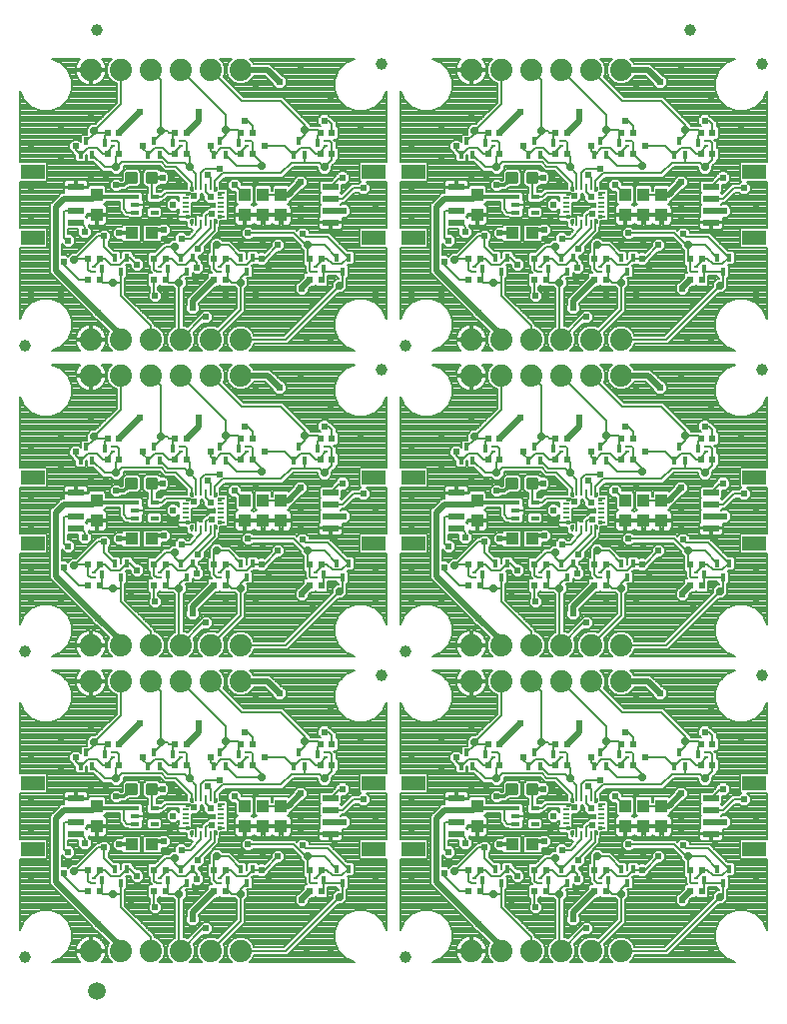
<source format=gtl>
G75*
%MOIN*%
%OFA0B0*%
%FSLAX25Y25*%
%IPPOS*%
%LPD*%
%AMOC8*
5,1,8,0,0,1.08239X$1,22.5*
%
%ADD10R,0.03937X0.04331*%
%ADD11C,0.03937*%
%ADD12R,0.07874X0.04724*%
%ADD13R,0.05315X0.02362*%
%ADD14C,0.07400*%
%ADD15R,0.02953X0.01575*%
%ADD16R,0.01949X0.00984*%
%ADD17R,0.02362X0.00984*%
%ADD18R,0.00984X0.01949*%
%ADD19R,0.00984X0.02362*%
%ADD20C,0.00010*%
%ADD21R,0.04331X0.03937*%
%ADD22C,0.01181*%
%ADD23R,0.01575X0.00984*%
%ADD24R,0.01575X0.02756*%
%ADD25R,0.01811X0.02559*%
%ADD26R,0.02362X0.02362*%
%ADD27C,0.02775*%
%ADD28C,0.05906*%
%ADD29C,0.00800*%
%ADD30C,0.02400*%
%ADD31C,0.01200*%
%ADD32C,0.02000*%
D10*
X0070342Y0075404D03*
X0070342Y0082096D03*
X0119642Y0082096D03*
X0125842Y0082096D03*
X0131842Y0082096D03*
X0131842Y0075404D03*
X0125842Y0075404D03*
X0119642Y0075404D03*
X0197342Y0075404D03*
X0197342Y0082096D03*
X0246642Y0082096D03*
X0252842Y0082096D03*
X0258842Y0082096D03*
X0258842Y0075404D03*
X0252842Y0075404D03*
X0246642Y0075404D03*
X0246642Y0177404D03*
X0246642Y0184096D03*
X0252842Y0184096D03*
X0258842Y0184096D03*
X0258842Y0177404D03*
X0252842Y0177404D03*
X0197342Y0177404D03*
X0197342Y0184096D03*
X0131842Y0184096D03*
X0131842Y0177404D03*
X0125842Y0177404D03*
X0119642Y0177404D03*
X0119642Y0184096D03*
X0125842Y0184096D03*
X0070342Y0184096D03*
X0070342Y0177404D03*
X0070342Y0279404D03*
X0070342Y0286096D03*
X0119642Y0286096D03*
X0125842Y0286096D03*
X0131842Y0286096D03*
X0131842Y0279404D03*
X0125842Y0279404D03*
X0119642Y0279404D03*
X0197342Y0279404D03*
X0197342Y0286096D03*
X0246642Y0286096D03*
X0252842Y0286096D03*
X0258842Y0286096D03*
X0258842Y0279404D03*
X0252842Y0279404D03*
X0246642Y0279404D03*
D11*
X0046242Y0031650D03*
X0046242Y0133650D03*
X0046242Y0235650D03*
X0070342Y0341000D03*
X0165442Y0329850D03*
X0173242Y0235650D03*
X0165442Y0227850D03*
X0173242Y0133650D03*
X0165442Y0125850D03*
X0173242Y0031650D03*
X0292442Y0125850D03*
X0292442Y0227850D03*
X0292442Y0329850D03*
X0268342Y0341000D03*
D12*
X0289810Y0293774D03*
X0289810Y0271726D03*
X0289810Y0191774D03*
X0289810Y0169726D03*
X0289810Y0089774D03*
X0289810Y0067726D03*
X0175873Y0067726D03*
X0162810Y0067726D03*
X0162810Y0089774D03*
X0175873Y0089774D03*
X0175873Y0169726D03*
X0162810Y0169726D03*
X0162810Y0191774D03*
X0175873Y0191774D03*
X0175873Y0271726D03*
X0162810Y0271726D03*
X0162810Y0293774D03*
X0175873Y0293774D03*
X0048873Y0293774D03*
X0048873Y0271726D03*
X0048873Y0191774D03*
X0048873Y0169726D03*
X0048873Y0089774D03*
X0048873Y0067726D03*
D13*
X0063342Y0072844D03*
X0063342Y0076781D03*
X0063342Y0080719D03*
X0063342Y0084656D03*
X0148342Y0084656D03*
X0148342Y0080719D03*
X0148342Y0076781D03*
X0148342Y0072844D03*
X0190342Y0072844D03*
X0190342Y0076781D03*
X0190342Y0080719D03*
X0190342Y0084656D03*
X0275342Y0084656D03*
X0275342Y0080719D03*
X0275342Y0076781D03*
X0275342Y0072844D03*
X0275342Y0174844D03*
X0275342Y0178781D03*
X0275342Y0182719D03*
X0275342Y0186656D03*
X0190342Y0186656D03*
X0190342Y0182719D03*
X0190342Y0178781D03*
X0190342Y0174844D03*
X0148342Y0174844D03*
X0148342Y0178781D03*
X0148342Y0182719D03*
X0148342Y0186656D03*
X0063342Y0186656D03*
X0063342Y0182719D03*
X0063342Y0178781D03*
X0063342Y0174844D03*
X0063342Y0276844D03*
X0063342Y0280781D03*
X0063342Y0284719D03*
X0063342Y0288656D03*
X0148342Y0288656D03*
X0148342Y0284719D03*
X0148342Y0280781D03*
X0148342Y0276844D03*
X0190342Y0276844D03*
X0190342Y0280781D03*
X0190342Y0284719D03*
X0190342Y0288656D03*
X0275342Y0288656D03*
X0275342Y0284719D03*
X0275342Y0280781D03*
X0275342Y0276844D03*
D14*
X0245342Y0237750D03*
X0235342Y0237750D03*
X0225342Y0237750D03*
X0215342Y0237750D03*
X0205342Y0237750D03*
X0195342Y0237750D03*
X0195342Y0225750D03*
X0205342Y0225750D03*
X0215342Y0225750D03*
X0225342Y0225750D03*
X0235342Y0225750D03*
X0245342Y0225750D03*
X0245342Y0135750D03*
X0235342Y0135750D03*
X0225342Y0135750D03*
X0215342Y0135750D03*
X0205342Y0135750D03*
X0195342Y0135750D03*
X0195342Y0123750D03*
X0205342Y0123750D03*
X0215342Y0123750D03*
X0225342Y0123750D03*
X0235342Y0123750D03*
X0245342Y0123750D03*
X0245342Y0033750D03*
X0235342Y0033750D03*
X0225342Y0033750D03*
X0215342Y0033750D03*
X0205342Y0033750D03*
X0195342Y0033750D03*
X0118342Y0033750D03*
X0108342Y0033750D03*
X0098342Y0033750D03*
X0088342Y0033750D03*
X0078342Y0033750D03*
X0068342Y0033750D03*
X0068342Y0123750D03*
X0078342Y0123750D03*
X0088342Y0123750D03*
X0098342Y0123750D03*
X0108342Y0123750D03*
X0118342Y0123750D03*
X0118342Y0135750D03*
X0108342Y0135750D03*
X0098342Y0135750D03*
X0088342Y0135750D03*
X0078342Y0135750D03*
X0068342Y0135750D03*
X0068342Y0225750D03*
X0078342Y0225750D03*
X0088342Y0225750D03*
X0098342Y0225750D03*
X0108342Y0225750D03*
X0118342Y0225750D03*
X0118342Y0237750D03*
X0108342Y0237750D03*
X0098342Y0237750D03*
X0088342Y0237750D03*
X0078342Y0237750D03*
X0068342Y0237750D03*
X0068342Y0327750D03*
X0078342Y0327750D03*
X0088342Y0327750D03*
X0098342Y0327750D03*
X0108342Y0327750D03*
X0118342Y0327750D03*
X0195342Y0327750D03*
X0205342Y0327750D03*
X0215342Y0327750D03*
X0225342Y0327750D03*
X0235342Y0327750D03*
X0245342Y0327750D03*
D15*
X0216590Y0285309D03*
X0216590Y0280191D03*
X0210094Y0280191D03*
X0210094Y0282750D03*
X0210094Y0285309D03*
X0210094Y0183309D03*
X0210094Y0180750D03*
X0210094Y0178191D03*
X0216590Y0178191D03*
X0216590Y0183309D03*
X0216590Y0081309D03*
X0216590Y0076191D03*
X0210094Y0076191D03*
X0210094Y0078750D03*
X0210094Y0081309D03*
X0089590Y0081309D03*
X0089590Y0076191D03*
X0083094Y0076191D03*
X0083094Y0078750D03*
X0083094Y0081309D03*
X0083094Y0178191D03*
X0083094Y0180750D03*
X0083094Y0183309D03*
X0089590Y0183309D03*
X0089590Y0178191D03*
X0089590Y0280191D03*
X0089590Y0285309D03*
X0083094Y0285309D03*
X0083094Y0282750D03*
X0083094Y0280191D03*
D16*
X0099730Y0278813D03*
X0099730Y0286687D03*
X0111954Y0286687D03*
X0111954Y0278813D03*
X0111954Y0184687D03*
X0111954Y0176813D03*
X0099730Y0176813D03*
X0099730Y0184687D03*
X0099730Y0082687D03*
X0099730Y0074813D03*
X0111954Y0074813D03*
X0111954Y0082687D03*
X0226730Y0082687D03*
X0226730Y0074813D03*
X0238954Y0074813D03*
X0238954Y0082687D03*
X0238954Y0176813D03*
X0238954Y0184687D03*
X0226730Y0184687D03*
X0226730Y0176813D03*
X0226730Y0278813D03*
X0226730Y0286687D03*
X0238954Y0286687D03*
X0238954Y0278813D03*
D17*
X0238747Y0280388D03*
X0238747Y0281963D03*
X0238747Y0283537D03*
X0238747Y0285112D03*
X0226936Y0285112D03*
X0226936Y0283537D03*
X0226936Y0281963D03*
X0226936Y0280388D03*
X0226936Y0183112D03*
X0226936Y0181537D03*
X0226936Y0179963D03*
X0226936Y0178388D03*
X0238747Y0178388D03*
X0238747Y0179963D03*
X0238747Y0181537D03*
X0238747Y0183112D03*
X0238747Y0081112D03*
X0238747Y0079537D03*
X0238747Y0077963D03*
X0238747Y0076388D03*
X0226936Y0076388D03*
X0226936Y0077963D03*
X0226936Y0079537D03*
X0226936Y0081112D03*
X0111747Y0081112D03*
X0111747Y0079537D03*
X0111747Y0077963D03*
X0111747Y0076388D03*
X0099936Y0076388D03*
X0099936Y0077963D03*
X0099936Y0079537D03*
X0099936Y0081112D03*
X0099936Y0178388D03*
X0099936Y0179963D03*
X0099936Y0181537D03*
X0099936Y0183112D03*
X0111747Y0183112D03*
X0111747Y0181537D03*
X0111747Y0179963D03*
X0111747Y0178388D03*
X0111747Y0280388D03*
X0111747Y0281963D03*
X0111747Y0283537D03*
X0111747Y0285112D03*
X0099936Y0285112D03*
X0099936Y0283537D03*
X0099936Y0281963D03*
X0099936Y0280388D03*
D18*
X0101905Y0276638D03*
X0109779Y0276638D03*
X0109779Y0288862D03*
X0101905Y0288862D03*
X0101905Y0186862D03*
X0109779Y0186862D03*
X0109779Y0174638D03*
X0101905Y0174638D03*
X0101905Y0084862D03*
X0109779Y0084862D03*
X0109779Y0072638D03*
X0101905Y0072638D03*
X0228905Y0072638D03*
X0236779Y0072638D03*
X0236779Y0084862D03*
X0228905Y0084862D03*
X0228905Y0174638D03*
X0236779Y0174638D03*
X0236779Y0186862D03*
X0228905Y0186862D03*
X0228905Y0276638D03*
X0236779Y0276638D03*
X0236779Y0288862D03*
X0228905Y0288862D03*
D19*
X0230480Y0288656D03*
X0232054Y0288656D03*
X0233629Y0288656D03*
X0235204Y0288656D03*
X0235204Y0276844D03*
X0233629Y0276844D03*
X0232054Y0276844D03*
X0230480Y0276844D03*
X0230480Y0186656D03*
X0232054Y0186656D03*
X0233629Y0186656D03*
X0235204Y0186656D03*
X0235204Y0174844D03*
X0233629Y0174844D03*
X0232054Y0174844D03*
X0230480Y0174844D03*
X0230480Y0084656D03*
X0232054Y0084656D03*
X0233629Y0084656D03*
X0235204Y0084656D03*
X0235204Y0072844D03*
X0233629Y0072844D03*
X0232054Y0072844D03*
X0230480Y0072844D03*
X0108204Y0072844D03*
X0106629Y0072844D03*
X0105054Y0072844D03*
X0103480Y0072844D03*
X0103480Y0084656D03*
X0105054Y0084656D03*
X0106629Y0084656D03*
X0108204Y0084656D03*
X0108204Y0174844D03*
X0106629Y0174844D03*
X0105054Y0174844D03*
X0103480Y0174844D03*
X0103480Y0186656D03*
X0105054Y0186656D03*
X0106629Y0186656D03*
X0108204Y0186656D03*
X0108204Y0276844D03*
X0106629Y0276844D03*
X0105054Y0276844D03*
X0103480Y0276844D03*
X0103480Y0288656D03*
X0105054Y0288656D03*
X0106629Y0288656D03*
X0108204Y0288656D03*
D20*
X0109287Y0288656D02*
X0110271Y0288656D01*
X0110271Y0287888D01*
X0109858Y0287474D01*
X0109287Y0287474D01*
X0109287Y0288656D01*
X0109287Y0288650D02*
X0110271Y0288650D01*
X0110271Y0288642D02*
X0109287Y0288642D01*
X0109287Y0288633D02*
X0110271Y0288633D01*
X0110271Y0288625D02*
X0109287Y0288625D01*
X0109287Y0288616D02*
X0110271Y0288616D01*
X0110271Y0288608D02*
X0109287Y0288608D01*
X0109287Y0288599D02*
X0110271Y0288599D01*
X0110271Y0288591D02*
X0109287Y0288591D01*
X0109287Y0288582D02*
X0110271Y0288582D01*
X0110271Y0288574D02*
X0109287Y0288574D01*
X0109287Y0288565D02*
X0110271Y0288565D01*
X0110271Y0288556D02*
X0109287Y0288556D01*
X0109287Y0288548D02*
X0110271Y0288548D01*
X0110271Y0288539D02*
X0109287Y0288539D01*
X0109287Y0288531D02*
X0110271Y0288531D01*
X0110271Y0288522D02*
X0109287Y0288522D01*
X0109287Y0288514D02*
X0110271Y0288514D01*
X0110271Y0288505D02*
X0109287Y0288505D01*
X0109287Y0288497D02*
X0110271Y0288497D01*
X0110271Y0288488D02*
X0109287Y0288488D01*
X0109287Y0288480D02*
X0110271Y0288480D01*
X0110271Y0288471D02*
X0109287Y0288471D01*
X0109287Y0288463D02*
X0110271Y0288463D01*
X0110271Y0288454D02*
X0109287Y0288454D01*
X0109287Y0288446D02*
X0110271Y0288446D01*
X0110271Y0288437D02*
X0109287Y0288437D01*
X0109287Y0288429D02*
X0110271Y0288429D01*
X0110271Y0288420D02*
X0109287Y0288420D01*
X0109287Y0288412D02*
X0110271Y0288412D01*
X0110271Y0288403D02*
X0109287Y0288403D01*
X0109287Y0288395D02*
X0110271Y0288395D01*
X0110271Y0288386D02*
X0109287Y0288386D01*
X0109287Y0288378D02*
X0110271Y0288378D01*
X0110271Y0288369D02*
X0109287Y0288369D01*
X0109287Y0288361D02*
X0110271Y0288361D01*
X0110271Y0288352D02*
X0109287Y0288352D01*
X0109287Y0288344D02*
X0110271Y0288344D01*
X0110271Y0288335D02*
X0109287Y0288335D01*
X0109287Y0288327D02*
X0110271Y0288327D01*
X0110271Y0288318D02*
X0109287Y0288318D01*
X0109287Y0288310D02*
X0110271Y0288310D01*
X0110271Y0288301D02*
X0109287Y0288301D01*
X0109287Y0288293D02*
X0110271Y0288293D01*
X0110271Y0288284D02*
X0109287Y0288284D01*
X0109287Y0288276D02*
X0110271Y0288276D01*
X0110271Y0288267D02*
X0109287Y0288267D01*
X0109287Y0288259D02*
X0110271Y0288259D01*
X0110271Y0288250D02*
X0109287Y0288250D01*
X0109287Y0288241D02*
X0110271Y0288241D01*
X0110271Y0288233D02*
X0109287Y0288233D01*
X0109287Y0288224D02*
X0110271Y0288224D01*
X0110271Y0288216D02*
X0109287Y0288216D01*
X0109287Y0288207D02*
X0110271Y0288207D01*
X0110271Y0288199D02*
X0109287Y0288199D01*
X0109287Y0288190D02*
X0110271Y0288190D01*
X0110271Y0288182D02*
X0109287Y0288182D01*
X0109287Y0288173D02*
X0110271Y0288173D01*
X0110271Y0288165D02*
X0109287Y0288165D01*
X0109287Y0288156D02*
X0110271Y0288156D01*
X0110271Y0288148D02*
X0109287Y0288148D01*
X0109287Y0288139D02*
X0110271Y0288139D01*
X0110271Y0288131D02*
X0109287Y0288131D01*
X0109287Y0288122D02*
X0110271Y0288122D01*
X0110271Y0288114D02*
X0109287Y0288114D01*
X0109287Y0288105D02*
X0110271Y0288105D01*
X0110271Y0288097D02*
X0109287Y0288097D01*
X0109287Y0288088D02*
X0110271Y0288088D01*
X0110271Y0288080D02*
X0109287Y0288080D01*
X0109287Y0288071D02*
X0110271Y0288071D01*
X0110271Y0288063D02*
X0109287Y0288063D01*
X0109287Y0288054D02*
X0110271Y0288054D01*
X0110271Y0288046D02*
X0109287Y0288046D01*
X0109287Y0288037D02*
X0110271Y0288037D01*
X0110271Y0288029D02*
X0109287Y0288029D01*
X0109287Y0288020D02*
X0110271Y0288020D01*
X0110271Y0288012D02*
X0109287Y0288012D01*
X0109287Y0288003D02*
X0110271Y0288003D01*
X0110271Y0287995D02*
X0109287Y0287995D01*
X0109287Y0287986D02*
X0110271Y0287986D01*
X0110271Y0287978D02*
X0109287Y0287978D01*
X0109287Y0287969D02*
X0110271Y0287969D01*
X0110271Y0287961D02*
X0109287Y0287961D01*
X0109287Y0287952D02*
X0110271Y0287952D01*
X0110271Y0287944D02*
X0109287Y0287944D01*
X0109287Y0287935D02*
X0110271Y0287935D01*
X0110271Y0287926D02*
X0109287Y0287926D01*
X0109287Y0287918D02*
X0110271Y0287918D01*
X0110271Y0287909D02*
X0109287Y0287909D01*
X0109287Y0287901D02*
X0110271Y0287901D01*
X0110271Y0287892D02*
X0109287Y0287892D01*
X0109287Y0287884D02*
X0110267Y0287884D01*
X0110259Y0287875D02*
X0109287Y0287875D01*
X0109287Y0287867D02*
X0110250Y0287867D01*
X0110242Y0287858D02*
X0109287Y0287858D01*
X0109287Y0287850D02*
X0110233Y0287850D01*
X0110224Y0287841D02*
X0109287Y0287841D01*
X0109287Y0287833D02*
X0110216Y0287833D01*
X0110207Y0287824D02*
X0109287Y0287824D01*
X0109287Y0287816D02*
X0110199Y0287816D01*
X0110190Y0287807D02*
X0109287Y0287807D01*
X0109287Y0287799D02*
X0110182Y0287799D01*
X0110173Y0287790D02*
X0109287Y0287790D01*
X0109287Y0287782D02*
X0110165Y0287782D01*
X0110156Y0287773D02*
X0109287Y0287773D01*
X0109287Y0287765D02*
X0110148Y0287765D01*
X0110139Y0287756D02*
X0109287Y0287756D01*
X0109287Y0287748D02*
X0110131Y0287748D01*
X0110122Y0287739D02*
X0109287Y0287739D01*
X0109287Y0287731D02*
X0110114Y0287731D01*
X0110105Y0287722D02*
X0109287Y0287722D01*
X0109287Y0287714D02*
X0110097Y0287714D01*
X0110088Y0287705D02*
X0109287Y0287705D01*
X0109287Y0287697D02*
X0110080Y0287697D01*
X0110071Y0287688D02*
X0109287Y0287688D01*
X0109287Y0287680D02*
X0110063Y0287680D01*
X0110054Y0287671D02*
X0109287Y0287671D01*
X0109287Y0287663D02*
X0110046Y0287663D01*
X0110037Y0287654D02*
X0109287Y0287654D01*
X0109287Y0287646D02*
X0110029Y0287646D01*
X0110020Y0287637D02*
X0109287Y0287637D01*
X0109287Y0287628D02*
X0110012Y0287628D01*
X0110003Y0287620D02*
X0109287Y0287620D01*
X0109287Y0287611D02*
X0109995Y0287611D01*
X0109986Y0287603D02*
X0109287Y0287603D01*
X0109287Y0287594D02*
X0109978Y0287594D01*
X0109969Y0287586D02*
X0109287Y0287586D01*
X0109287Y0287577D02*
X0109961Y0287577D01*
X0109952Y0287569D02*
X0109287Y0287569D01*
X0109287Y0287560D02*
X0109944Y0287560D01*
X0109935Y0287552D02*
X0109287Y0287552D01*
X0109287Y0287543D02*
X0109927Y0287543D01*
X0109918Y0287535D02*
X0109287Y0287535D01*
X0109287Y0287526D02*
X0109909Y0287526D01*
X0109901Y0287518D02*
X0109287Y0287518D01*
X0109287Y0287509D02*
X0109892Y0287509D01*
X0109884Y0287501D02*
X0109287Y0287501D01*
X0109287Y0287492D02*
X0109875Y0287492D01*
X0109867Y0287484D02*
X0109287Y0287484D01*
X0109287Y0287475D02*
X0109858Y0287475D01*
X0110569Y0286769D02*
X0111747Y0286769D01*
X0111747Y0286777D02*
X0110578Y0286777D01*
X0110586Y0286786D02*
X0111747Y0286786D01*
X0111747Y0286794D02*
X0110595Y0286794D01*
X0110603Y0286803D02*
X0111747Y0286803D01*
X0111747Y0286811D02*
X0110612Y0286811D01*
X0110620Y0286820D02*
X0111747Y0286820D01*
X0111747Y0286828D02*
X0110629Y0286828D01*
X0110637Y0286837D02*
X0111747Y0286837D01*
X0111747Y0286845D02*
X0110646Y0286845D01*
X0110654Y0286854D02*
X0111747Y0286854D01*
X0111747Y0286862D02*
X0110663Y0286862D01*
X0110671Y0286871D02*
X0111747Y0286871D01*
X0111747Y0286879D02*
X0110680Y0286879D01*
X0110688Y0286888D02*
X0111747Y0286888D01*
X0111747Y0286896D02*
X0110697Y0286896D01*
X0110705Y0286905D02*
X0111747Y0286905D01*
X0111747Y0286913D02*
X0110714Y0286913D01*
X0110722Y0286922D02*
X0111747Y0286922D01*
X0111747Y0286930D02*
X0110731Y0286930D01*
X0110739Y0286939D02*
X0111747Y0286939D01*
X0111747Y0286947D02*
X0110748Y0286947D01*
X0110756Y0286956D02*
X0111747Y0286956D01*
X0111747Y0286964D02*
X0110765Y0286964D01*
X0110773Y0286973D02*
X0111747Y0286973D01*
X0111747Y0286981D02*
X0110782Y0286981D01*
X0110790Y0286990D02*
X0111747Y0286990D01*
X0111747Y0286998D02*
X0110799Y0286998D01*
X0110807Y0287007D02*
X0111747Y0287007D01*
X0111747Y0287016D02*
X0110816Y0287016D01*
X0110824Y0287024D02*
X0111747Y0287024D01*
X0111747Y0287033D02*
X0110833Y0287033D01*
X0110842Y0287041D02*
X0111747Y0287041D01*
X0111747Y0287050D02*
X0110850Y0287050D01*
X0110859Y0287058D02*
X0111747Y0287058D01*
X0111747Y0287067D02*
X0110867Y0287067D01*
X0110876Y0287075D02*
X0111747Y0287075D01*
X0111747Y0287084D02*
X0110884Y0287084D01*
X0110893Y0287092D02*
X0111747Y0287092D01*
X0111747Y0287101D02*
X0110901Y0287101D01*
X0110910Y0287109D02*
X0111747Y0287109D01*
X0111747Y0287118D02*
X0110918Y0287118D01*
X0110927Y0287126D02*
X0111747Y0287126D01*
X0111747Y0287135D02*
X0110935Y0287135D01*
X0110944Y0287143D02*
X0111747Y0287143D01*
X0111747Y0287152D02*
X0110952Y0287152D01*
X0110961Y0287160D02*
X0111747Y0287160D01*
X0111747Y0287169D02*
X0110969Y0287169D01*
X0110978Y0287177D02*
X0111747Y0287177D01*
X0111747Y0287179D02*
X0111747Y0286195D01*
X0110566Y0286195D01*
X0110566Y0286766D01*
X0110980Y0287179D01*
X0111747Y0287179D01*
X0111747Y0286760D02*
X0110566Y0286760D01*
X0110566Y0286752D02*
X0111747Y0286752D01*
X0111747Y0286743D02*
X0110566Y0286743D01*
X0110566Y0286735D02*
X0111747Y0286735D01*
X0111747Y0286726D02*
X0110566Y0286726D01*
X0110566Y0286718D02*
X0111747Y0286718D01*
X0111747Y0286709D02*
X0110566Y0286709D01*
X0110566Y0286700D02*
X0111747Y0286700D01*
X0111747Y0286692D02*
X0110566Y0286692D01*
X0110566Y0286683D02*
X0111747Y0286683D01*
X0111747Y0286675D02*
X0110566Y0286675D01*
X0110566Y0286666D02*
X0111747Y0286666D01*
X0111747Y0286658D02*
X0110566Y0286658D01*
X0110566Y0286649D02*
X0111747Y0286649D01*
X0111747Y0286641D02*
X0110566Y0286641D01*
X0110566Y0286632D02*
X0111747Y0286632D01*
X0111747Y0286624D02*
X0110566Y0286624D01*
X0110566Y0286615D02*
X0111747Y0286615D01*
X0111747Y0286607D02*
X0110566Y0286607D01*
X0110566Y0286598D02*
X0111747Y0286598D01*
X0111747Y0286590D02*
X0110566Y0286590D01*
X0110566Y0286581D02*
X0111747Y0286581D01*
X0111747Y0286573D02*
X0110566Y0286573D01*
X0110566Y0286564D02*
X0111747Y0286564D01*
X0111747Y0286556D02*
X0110566Y0286556D01*
X0110566Y0286547D02*
X0111747Y0286547D01*
X0111747Y0286539D02*
X0110566Y0286539D01*
X0110566Y0286530D02*
X0111747Y0286530D01*
X0111747Y0286522D02*
X0110566Y0286522D01*
X0110566Y0286513D02*
X0111747Y0286513D01*
X0111747Y0286505D02*
X0110566Y0286505D01*
X0110566Y0286496D02*
X0111747Y0286496D01*
X0111747Y0286488D02*
X0110566Y0286488D01*
X0110566Y0286479D02*
X0111747Y0286479D01*
X0111747Y0286471D02*
X0110566Y0286471D01*
X0110566Y0286462D02*
X0111747Y0286462D01*
X0111747Y0286454D02*
X0110566Y0286454D01*
X0110566Y0286445D02*
X0111747Y0286445D01*
X0111747Y0286437D02*
X0110566Y0286437D01*
X0110566Y0286428D02*
X0111747Y0286428D01*
X0111747Y0286420D02*
X0110566Y0286420D01*
X0110566Y0286411D02*
X0111747Y0286411D01*
X0111747Y0286403D02*
X0110566Y0286403D01*
X0110566Y0286394D02*
X0111747Y0286394D01*
X0111747Y0286385D02*
X0110566Y0286385D01*
X0110566Y0286377D02*
X0111747Y0286377D01*
X0111747Y0286368D02*
X0110566Y0286368D01*
X0110566Y0286360D02*
X0111747Y0286360D01*
X0111747Y0286351D02*
X0110566Y0286351D01*
X0110566Y0286343D02*
X0111747Y0286343D01*
X0111747Y0286334D02*
X0110566Y0286334D01*
X0110566Y0286326D02*
X0111747Y0286326D01*
X0111747Y0286317D02*
X0110566Y0286317D01*
X0110566Y0286309D02*
X0111747Y0286309D01*
X0111747Y0286300D02*
X0110566Y0286300D01*
X0110566Y0286292D02*
X0111747Y0286292D01*
X0111747Y0286283D02*
X0110566Y0286283D01*
X0110566Y0286275D02*
X0111747Y0286275D01*
X0111747Y0286266D02*
X0110566Y0286266D01*
X0110566Y0286258D02*
X0111747Y0286258D01*
X0111747Y0286249D02*
X0110566Y0286249D01*
X0110566Y0286241D02*
X0111747Y0286241D01*
X0111747Y0286232D02*
X0110566Y0286232D01*
X0110566Y0286224D02*
X0111747Y0286224D01*
X0111747Y0286215D02*
X0110566Y0286215D01*
X0110566Y0286207D02*
X0111747Y0286207D01*
X0111747Y0286198D02*
X0110566Y0286198D01*
X0110566Y0279305D02*
X0111747Y0279305D01*
X0111747Y0278321D01*
X0110980Y0278321D01*
X0110566Y0278734D01*
X0110566Y0279305D01*
X0110566Y0279302D02*
X0111747Y0279302D01*
X0111747Y0279294D02*
X0110566Y0279294D01*
X0110566Y0279285D02*
X0111747Y0279285D01*
X0111747Y0279276D02*
X0110566Y0279276D01*
X0110566Y0279268D02*
X0111747Y0279268D01*
X0111747Y0279259D02*
X0110566Y0279259D01*
X0110566Y0279251D02*
X0111747Y0279251D01*
X0111747Y0279242D02*
X0110566Y0279242D01*
X0110566Y0279234D02*
X0111747Y0279234D01*
X0111747Y0279225D02*
X0110566Y0279225D01*
X0110566Y0279217D02*
X0111747Y0279217D01*
X0111747Y0279208D02*
X0110566Y0279208D01*
X0110566Y0279200D02*
X0111747Y0279200D01*
X0111747Y0279191D02*
X0110566Y0279191D01*
X0110566Y0279183D02*
X0111747Y0279183D01*
X0111747Y0279174D02*
X0110566Y0279174D01*
X0110566Y0279166D02*
X0111747Y0279166D01*
X0111747Y0279157D02*
X0110566Y0279157D01*
X0110566Y0279149D02*
X0111747Y0279149D01*
X0111747Y0279140D02*
X0110566Y0279140D01*
X0110566Y0279132D02*
X0111747Y0279132D01*
X0111747Y0279123D02*
X0110566Y0279123D01*
X0110566Y0279115D02*
X0111747Y0279115D01*
X0111747Y0279106D02*
X0110566Y0279106D01*
X0110566Y0279098D02*
X0111747Y0279098D01*
X0111747Y0279089D02*
X0110566Y0279089D01*
X0110566Y0279081D02*
X0111747Y0279081D01*
X0111747Y0279072D02*
X0110566Y0279072D01*
X0110566Y0279064D02*
X0111747Y0279064D01*
X0111747Y0279055D02*
X0110566Y0279055D01*
X0110566Y0279047D02*
X0111747Y0279047D01*
X0111747Y0279038D02*
X0110566Y0279038D01*
X0110566Y0279030D02*
X0111747Y0279030D01*
X0111747Y0279021D02*
X0110566Y0279021D01*
X0110566Y0279013D02*
X0111747Y0279013D01*
X0111747Y0279004D02*
X0110566Y0279004D01*
X0110566Y0278996D02*
X0111747Y0278996D01*
X0111747Y0278987D02*
X0110566Y0278987D01*
X0110566Y0278978D02*
X0111747Y0278978D01*
X0111747Y0278970D02*
X0110566Y0278970D01*
X0110566Y0278961D02*
X0111747Y0278961D01*
X0111747Y0278953D02*
X0110566Y0278953D01*
X0110566Y0278944D02*
X0111747Y0278944D01*
X0111747Y0278936D02*
X0110566Y0278936D01*
X0110566Y0278927D02*
X0111747Y0278927D01*
X0111747Y0278919D02*
X0110566Y0278919D01*
X0110566Y0278910D02*
X0111747Y0278910D01*
X0111747Y0278902D02*
X0110566Y0278902D01*
X0110566Y0278893D02*
X0111747Y0278893D01*
X0111747Y0278885D02*
X0110566Y0278885D01*
X0110566Y0278876D02*
X0111747Y0278876D01*
X0111747Y0278868D02*
X0110566Y0278868D01*
X0110566Y0278859D02*
X0111747Y0278859D01*
X0111747Y0278851D02*
X0110566Y0278851D01*
X0110566Y0278842D02*
X0111747Y0278842D01*
X0111747Y0278834D02*
X0110566Y0278834D01*
X0110566Y0278825D02*
X0111747Y0278825D01*
X0111747Y0278817D02*
X0110566Y0278817D01*
X0110566Y0278808D02*
X0111747Y0278808D01*
X0111747Y0278800D02*
X0110566Y0278800D01*
X0110566Y0278791D02*
X0111747Y0278791D01*
X0111747Y0278783D02*
X0110566Y0278783D01*
X0110566Y0278774D02*
X0111747Y0278774D01*
X0111747Y0278766D02*
X0110566Y0278766D01*
X0110566Y0278757D02*
X0111747Y0278757D01*
X0111747Y0278749D02*
X0110566Y0278749D01*
X0110566Y0278740D02*
X0111747Y0278740D01*
X0111747Y0278732D02*
X0110569Y0278732D01*
X0110577Y0278723D02*
X0111747Y0278723D01*
X0111747Y0278715D02*
X0110586Y0278715D01*
X0110594Y0278706D02*
X0111747Y0278706D01*
X0111747Y0278698D02*
X0110603Y0278698D01*
X0110611Y0278689D02*
X0111747Y0278689D01*
X0111747Y0278681D02*
X0110620Y0278681D01*
X0110628Y0278672D02*
X0111747Y0278672D01*
X0111747Y0278663D02*
X0110637Y0278663D01*
X0110645Y0278655D02*
X0111747Y0278655D01*
X0111747Y0278646D02*
X0110654Y0278646D01*
X0110663Y0278638D02*
X0111747Y0278638D01*
X0111747Y0278629D02*
X0110671Y0278629D01*
X0110680Y0278621D02*
X0111747Y0278621D01*
X0111747Y0278612D02*
X0110688Y0278612D01*
X0110697Y0278604D02*
X0111747Y0278604D01*
X0111747Y0278595D02*
X0110705Y0278595D01*
X0110714Y0278587D02*
X0111747Y0278587D01*
X0111747Y0278578D02*
X0110722Y0278578D01*
X0110731Y0278570D02*
X0111747Y0278570D01*
X0111747Y0278561D02*
X0110739Y0278561D01*
X0110748Y0278553D02*
X0111747Y0278553D01*
X0111747Y0278544D02*
X0110756Y0278544D01*
X0110765Y0278536D02*
X0111747Y0278536D01*
X0111747Y0278527D02*
X0110773Y0278527D01*
X0110782Y0278519D02*
X0111747Y0278519D01*
X0111747Y0278510D02*
X0110790Y0278510D01*
X0110799Y0278502D02*
X0111747Y0278502D01*
X0111747Y0278493D02*
X0110807Y0278493D01*
X0110816Y0278485D02*
X0111747Y0278485D01*
X0111747Y0278476D02*
X0110824Y0278476D01*
X0110833Y0278468D02*
X0111747Y0278468D01*
X0111747Y0278459D02*
X0110841Y0278459D01*
X0110850Y0278451D02*
X0111747Y0278451D01*
X0111747Y0278442D02*
X0110858Y0278442D01*
X0110867Y0278434D02*
X0111747Y0278434D01*
X0111747Y0278425D02*
X0110875Y0278425D01*
X0110884Y0278417D02*
X0111747Y0278417D01*
X0111747Y0278408D02*
X0110892Y0278408D01*
X0110901Y0278400D02*
X0111747Y0278400D01*
X0111747Y0278391D02*
X0110909Y0278391D01*
X0110918Y0278383D02*
X0111747Y0278383D01*
X0111747Y0278374D02*
X0110926Y0278374D01*
X0110935Y0278366D02*
X0111747Y0278366D01*
X0111747Y0278357D02*
X0110943Y0278357D01*
X0110952Y0278348D02*
X0111747Y0278348D01*
X0111747Y0278340D02*
X0110961Y0278340D01*
X0110969Y0278331D02*
X0111747Y0278331D01*
X0111747Y0278323D02*
X0110978Y0278323D01*
X0110267Y0277616D02*
X0109287Y0277616D01*
X0109287Y0277608D02*
X0110271Y0277608D01*
X0110271Y0277612D02*
X0109858Y0278026D01*
X0109287Y0278026D01*
X0109287Y0276844D01*
X0110271Y0276844D01*
X0110271Y0277612D01*
X0110271Y0277599D02*
X0109287Y0277599D01*
X0109287Y0277591D02*
X0110271Y0277591D01*
X0110271Y0277582D02*
X0109287Y0277582D01*
X0109287Y0277574D02*
X0110271Y0277574D01*
X0110271Y0277565D02*
X0109287Y0277565D01*
X0109287Y0277557D02*
X0110271Y0277557D01*
X0110271Y0277548D02*
X0109287Y0277548D01*
X0109287Y0277540D02*
X0110271Y0277540D01*
X0110271Y0277531D02*
X0109287Y0277531D01*
X0109287Y0277523D02*
X0110271Y0277523D01*
X0110271Y0277514D02*
X0109287Y0277514D01*
X0109287Y0277506D02*
X0110271Y0277506D01*
X0110271Y0277497D02*
X0109287Y0277497D01*
X0109287Y0277489D02*
X0110271Y0277489D01*
X0110271Y0277480D02*
X0109287Y0277480D01*
X0109287Y0277472D02*
X0110271Y0277472D01*
X0110271Y0277463D02*
X0109287Y0277463D01*
X0109287Y0277455D02*
X0110271Y0277455D01*
X0110271Y0277446D02*
X0109287Y0277446D01*
X0109287Y0277438D02*
X0110271Y0277438D01*
X0110271Y0277429D02*
X0109287Y0277429D01*
X0109287Y0277420D02*
X0110271Y0277420D01*
X0110271Y0277412D02*
X0109287Y0277412D01*
X0109287Y0277403D02*
X0110271Y0277403D01*
X0110271Y0277395D02*
X0109287Y0277395D01*
X0109287Y0277386D02*
X0110271Y0277386D01*
X0110271Y0277378D02*
X0109287Y0277378D01*
X0109287Y0277369D02*
X0110271Y0277369D01*
X0110271Y0277361D02*
X0109287Y0277361D01*
X0109287Y0277352D02*
X0110271Y0277352D01*
X0110271Y0277344D02*
X0109287Y0277344D01*
X0109287Y0277335D02*
X0110271Y0277335D01*
X0110271Y0277327D02*
X0109287Y0277327D01*
X0109287Y0277318D02*
X0110271Y0277318D01*
X0110271Y0277310D02*
X0109287Y0277310D01*
X0109287Y0277301D02*
X0110271Y0277301D01*
X0110271Y0277293D02*
X0109287Y0277293D01*
X0109287Y0277284D02*
X0110271Y0277284D01*
X0110271Y0277276D02*
X0109287Y0277276D01*
X0109287Y0277267D02*
X0110271Y0277267D01*
X0110271Y0277259D02*
X0109287Y0277259D01*
X0109287Y0277250D02*
X0110271Y0277250D01*
X0110271Y0277242D02*
X0109287Y0277242D01*
X0109287Y0277233D02*
X0110271Y0277233D01*
X0110271Y0277225D02*
X0109287Y0277225D01*
X0109287Y0277216D02*
X0110271Y0277216D01*
X0110271Y0277208D02*
X0109287Y0277208D01*
X0109287Y0277199D02*
X0110271Y0277199D01*
X0110271Y0277191D02*
X0109287Y0277191D01*
X0109287Y0277182D02*
X0110271Y0277182D01*
X0110271Y0277174D02*
X0109287Y0277174D01*
X0109287Y0277165D02*
X0110271Y0277165D01*
X0110271Y0277157D02*
X0109287Y0277157D01*
X0109287Y0277148D02*
X0110271Y0277148D01*
X0110271Y0277140D02*
X0109287Y0277140D01*
X0109287Y0277131D02*
X0110271Y0277131D01*
X0110271Y0277122D02*
X0109287Y0277122D01*
X0109287Y0277114D02*
X0110271Y0277114D01*
X0110271Y0277105D02*
X0109287Y0277105D01*
X0109287Y0277097D02*
X0110271Y0277097D01*
X0110271Y0277088D02*
X0109287Y0277088D01*
X0109287Y0277080D02*
X0110271Y0277080D01*
X0110271Y0277071D02*
X0109287Y0277071D01*
X0109287Y0277063D02*
X0110271Y0277063D01*
X0110271Y0277054D02*
X0109287Y0277054D01*
X0109287Y0277046D02*
X0110271Y0277046D01*
X0110271Y0277037D02*
X0109287Y0277037D01*
X0109287Y0277029D02*
X0110271Y0277029D01*
X0110271Y0277020D02*
X0109287Y0277020D01*
X0109287Y0277012D02*
X0110271Y0277012D01*
X0110271Y0277003D02*
X0109287Y0277003D01*
X0109287Y0276995D02*
X0110271Y0276995D01*
X0110271Y0276986D02*
X0109287Y0276986D01*
X0109287Y0276978D02*
X0110271Y0276978D01*
X0110271Y0276969D02*
X0109287Y0276969D01*
X0109287Y0276961D02*
X0110271Y0276961D01*
X0110271Y0276952D02*
X0109287Y0276952D01*
X0109287Y0276944D02*
X0110271Y0276944D01*
X0110271Y0276935D02*
X0109287Y0276935D01*
X0109287Y0276927D02*
X0110271Y0276927D01*
X0110271Y0276918D02*
X0109287Y0276918D01*
X0109287Y0276910D02*
X0110271Y0276910D01*
X0110271Y0276901D02*
X0109287Y0276901D01*
X0109287Y0276893D02*
X0110271Y0276893D01*
X0110271Y0276884D02*
X0109287Y0276884D01*
X0109287Y0276876D02*
X0110271Y0276876D01*
X0110271Y0276867D02*
X0109287Y0276867D01*
X0109287Y0276859D02*
X0110271Y0276859D01*
X0110271Y0276850D02*
X0109287Y0276850D01*
X0109287Y0277625D02*
X0110258Y0277625D01*
X0110250Y0277633D02*
X0109287Y0277633D01*
X0109287Y0277642D02*
X0110241Y0277642D01*
X0110233Y0277650D02*
X0109287Y0277650D01*
X0109287Y0277659D02*
X0110224Y0277659D01*
X0110216Y0277667D02*
X0109287Y0277667D01*
X0109287Y0277676D02*
X0110207Y0277676D01*
X0110199Y0277684D02*
X0109287Y0277684D01*
X0109287Y0277693D02*
X0110190Y0277693D01*
X0110182Y0277701D02*
X0109287Y0277701D01*
X0109287Y0277710D02*
X0110173Y0277710D01*
X0110165Y0277718D02*
X0109287Y0277718D01*
X0109287Y0277727D02*
X0110156Y0277727D01*
X0110148Y0277735D02*
X0109287Y0277735D01*
X0109287Y0277744D02*
X0110139Y0277744D01*
X0110131Y0277753D02*
X0109287Y0277753D01*
X0109287Y0277761D02*
X0110122Y0277761D01*
X0110114Y0277770D02*
X0109287Y0277770D01*
X0109287Y0277778D02*
X0110105Y0277778D01*
X0110097Y0277787D02*
X0109287Y0277787D01*
X0109287Y0277795D02*
X0110088Y0277795D01*
X0110080Y0277804D02*
X0109287Y0277804D01*
X0109287Y0277812D02*
X0110071Y0277812D01*
X0110063Y0277821D02*
X0109287Y0277821D01*
X0109287Y0277829D02*
X0110054Y0277829D01*
X0110045Y0277838D02*
X0109287Y0277838D01*
X0109287Y0277846D02*
X0110037Y0277846D01*
X0110028Y0277855D02*
X0109287Y0277855D01*
X0109287Y0277863D02*
X0110020Y0277863D01*
X0110011Y0277872D02*
X0109287Y0277872D01*
X0109287Y0277880D02*
X0110003Y0277880D01*
X0109994Y0277889D02*
X0109287Y0277889D01*
X0109287Y0277897D02*
X0109986Y0277897D01*
X0109977Y0277906D02*
X0109287Y0277906D01*
X0109287Y0277914D02*
X0109969Y0277914D01*
X0109960Y0277923D02*
X0109287Y0277923D01*
X0109287Y0277931D02*
X0109952Y0277931D01*
X0109943Y0277940D02*
X0109287Y0277940D01*
X0109287Y0277948D02*
X0109935Y0277948D01*
X0109926Y0277957D02*
X0109287Y0277957D01*
X0109287Y0277965D02*
X0109918Y0277965D01*
X0109909Y0277974D02*
X0109287Y0277974D01*
X0109287Y0277982D02*
X0109901Y0277982D01*
X0109892Y0277991D02*
X0109287Y0277991D01*
X0109287Y0277999D02*
X0109884Y0277999D01*
X0109875Y0278008D02*
X0109287Y0278008D01*
X0109287Y0278016D02*
X0109867Y0278016D01*
X0109858Y0278025D02*
X0109287Y0278025D01*
X0102397Y0278026D02*
X0102397Y0276844D01*
X0101413Y0276844D01*
X0101413Y0277612D01*
X0101826Y0278026D01*
X0102397Y0278026D01*
X0102397Y0278025D02*
X0101825Y0278025D01*
X0101817Y0278016D02*
X0102397Y0278016D01*
X0102397Y0278008D02*
X0101808Y0278008D01*
X0101800Y0277999D02*
X0102397Y0277999D01*
X0102397Y0277991D02*
X0101791Y0277991D01*
X0101783Y0277982D02*
X0102397Y0277982D01*
X0102397Y0277974D02*
X0101774Y0277974D01*
X0101766Y0277965D02*
X0102397Y0277965D01*
X0102397Y0277957D02*
X0101757Y0277957D01*
X0101749Y0277948D02*
X0102397Y0277948D01*
X0102397Y0277940D02*
X0101740Y0277940D01*
X0101732Y0277931D02*
X0102397Y0277931D01*
X0102397Y0277923D02*
X0101723Y0277923D01*
X0101715Y0277914D02*
X0102397Y0277914D01*
X0102397Y0277906D02*
X0101706Y0277906D01*
X0101698Y0277897D02*
X0102397Y0277897D01*
X0102397Y0277889D02*
X0101689Y0277889D01*
X0101681Y0277880D02*
X0102397Y0277880D01*
X0102397Y0277872D02*
X0101672Y0277872D01*
X0101664Y0277863D02*
X0102397Y0277863D01*
X0102397Y0277855D02*
X0101655Y0277855D01*
X0101647Y0277846D02*
X0102397Y0277846D01*
X0102397Y0277838D02*
X0101638Y0277838D01*
X0101630Y0277829D02*
X0102397Y0277829D01*
X0102397Y0277821D02*
X0101621Y0277821D01*
X0101613Y0277812D02*
X0102397Y0277812D01*
X0102397Y0277804D02*
X0101604Y0277804D01*
X0101596Y0277795D02*
X0102397Y0277795D01*
X0102397Y0277787D02*
X0101587Y0277787D01*
X0101579Y0277778D02*
X0102397Y0277778D01*
X0102397Y0277770D02*
X0101570Y0277770D01*
X0101561Y0277761D02*
X0102397Y0277761D01*
X0102397Y0277753D02*
X0101553Y0277753D01*
X0101544Y0277744D02*
X0102397Y0277744D01*
X0102397Y0277735D02*
X0101536Y0277735D01*
X0101527Y0277727D02*
X0102397Y0277727D01*
X0102397Y0277718D02*
X0101519Y0277718D01*
X0101510Y0277710D02*
X0102397Y0277710D01*
X0102397Y0277701D02*
X0101502Y0277701D01*
X0101493Y0277693D02*
X0102397Y0277693D01*
X0102397Y0277684D02*
X0101485Y0277684D01*
X0101476Y0277676D02*
X0102397Y0277676D01*
X0102397Y0277667D02*
X0101468Y0277667D01*
X0101459Y0277659D02*
X0102397Y0277659D01*
X0102397Y0277650D02*
X0101451Y0277650D01*
X0101442Y0277642D02*
X0102397Y0277642D01*
X0102397Y0277633D02*
X0101434Y0277633D01*
X0101425Y0277625D02*
X0102397Y0277625D01*
X0102397Y0277616D02*
X0101417Y0277616D01*
X0101413Y0277608D02*
X0102397Y0277608D01*
X0102397Y0277599D02*
X0101413Y0277599D01*
X0101413Y0277591D02*
X0102397Y0277591D01*
X0102397Y0277582D02*
X0101413Y0277582D01*
X0101413Y0277574D02*
X0102397Y0277574D01*
X0102397Y0277565D02*
X0101413Y0277565D01*
X0101413Y0277557D02*
X0102397Y0277557D01*
X0102397Y0277548D02*
X0101413Y0277548D01*
X0101413Y0277540D02*
X0102397Y0277540D01*
X0102397Y0277531D02*
X0101413Y0277531D01*
X0101413Y0277523D02*
X0102397Y0277523D01*
X0102397Y0277514D02*
X0101413Y0277514D01*
X0101413Y0277506D02*
X0102397Y0277506D01*
X0102397Y0277497D02*
X0101413Y0277497D01*
X0101413Y0277489D02*
X0102397Y0277489D01*
X0102397Y0277480D02*
X0101413Y0277480D01*
X0101413Y0277472D02*
X0102397Y0277472D01*
X0102397Y0277463D02*
X0101413Y0277463D01*
X0101413Y0277455D02*
X0102397Y0277455D01*
X0102397Y0277446D02*
X0101413Y0277446D01*
X0101413Y0277438D02*
X0102397Y0277438D01*
X0102397Y0277429D02*
X0101413Y0277429D01*
X0101413Y0277420D02*
X0102397Y0277420D01*
X0102397Y0277412D02*
X0101413Y0277412D01*
X0101413Y0277403D02*
X0102397Y0277403D01*
X0102397Y0277395D02*
X0101413Y0277395D01*
X0101413Y0277386D02*
X0102397Y0277386D01*
X0102397Y0277378D02*
X0101413Y0277378D01*
X0101413Y0277369D02*
X0102397Y0277369D01*
X0102397Y0277361D02*
X0101413Y0277361D01*
X0101413Y0277352D02*
X0102397Y0277352D01*
X0102397Y0277344D02*
X0101413Y0277344D01*
X0101413Y0277335D02*
X0102397Y0277335D01*
X0102397Y0277327D02*
X0101413Y0277327D01*
X0101413Y0277318D02*
X0102397Y0277318D01*
X0102397Y0277310D02*
X0101413Y0277310D01*
X0101413Y0277301D02*
X0102397Y0277301D01*
X0102397Y0277293D02*
X0101413Y0277293D01*
X0101413Y0277284D02*
X0102397Y0277284D01*
X0102397Y0277276D02*
X0101413Y0277276D01*
X0101413Y0277267D02*
X0102397Y0277267D01*
X0102397Y0277259D02*
X0101413Y0277259D01*
X0101413Y0277250D02*
X0102397Y0277250D01*
X0102397Y0277242D02*
X0101413Y0277242D01*
X0101413Y0277233D02*
X0102397Y0277233D01*
X0102397Y0277225D02*
X0101413Y0277225D01*
X0101413Y0277216D02*
X0102397Y0277216D01*
X0102397Y0277208D02*
X0101413Y0277208D01*
X0101413Y0277199D02*
X0102397Y0277199D01*
X0102397Y0277191D02*
X0101413Y0277191D01*
X0101413Y0277182D02*
X0102397Y0277182D01*
X0102397Y0277174D02*
X0101413Y0277174D01*
X0101413Y0277165D02*
X0102397Y0277165D01*
X0102397Y0277157D02*
X0101413Y0277157D01*
X0101413Y0277148D02*
X0102397Y0277148D01*
X0102397Y0277140D02*
X0101413Y0277140D01*
X0101413Y0277131D02*
X0102397Y0277131D01*
X0102397Y0277122D02*
X0101413Y0277122D01*
X0101413Y0277114D02*
X0102397Y0277114D01*
X0102397Y0277105D02*
X0101413Y0277105D01*
X0101413Y0277097D02*
X0102397Y0277097D01*
X0102397Y0277088D02*
X0101413Y0277088D01*
X0101413Y0277080D02*
X0102397Y0277080D01*
X0102397Y0277071D02*
X0101413Y0277071D01*
X0101413Y0277063D02*
X0102397Y0277063D01*
X0102397Y0277054D02*
X0101413Y0277054D01*
X0101413Y0277046D02*
X0102397Y0277046D01*
X0102397Y0277037D02*
X0101413Y0277037D01*
X0101413Y0277029D02*
X0102397Y0277029D01*
X0102397Y0277020D02*
X0101413Y0277020D01*
X0101413Y0277012D02*
X0102397Y0277012D01*
X0102397Y0277003D02*
X0101413Y0277003D01*
X0101413Y0276995D02*
X0102397Y0276995D01*
X0102397Y0276986D02*
X0101413Y0276986D01*
X0101413Y0276978D02*
X0102397Y0276978D01*
X0102397Y0276969D02*
X0101413Y0276969D01*
X0101413Y0276961D02*
X0102397Y0276961D01*
X0102397Y0276952D02*
X0101413Y0276952D01*
X0101413Y0276944D02*
X0102397Y0276944D01*
X0102397Y0276935D02*
X0101413Y0276935D01*
X0101413Y0276927D02*
X0102397Y0276927D01*
X0102397Y0276918D02*
X0101413Y0276918D01*
X0101413Y0276910D02*
X0102397Y0276910D01*
X0102397Y0276901D02*
X0101413Y0276901D01*
X0101413Y0276893D02*
X0102397Y0276893D01*
X0102397Y0276884D02*
X0101413Y0276884D01*
X0101413Y0276876D02*
X0102397Y0276876D01*
X0102397Y0276867D02*
X0101413Y0276867D01*
X0101413Y0276859D02*
X0102397Y0276859D01*
X0102397Y0276850D02*
X0101413Y0276850D01*
X0100704Y0278321D02*
X0101117Y0278734D01*
X0101117Y0279305D01*
X0099936Y0279305D01*
X0099936Y0278321D01*
X0100704Y0278321D01*
X0100706Y0278323D02*
X0099936Y0278323D01*
X0099936Y0278331D02*
X0100715Y0278331D01*
X0100723Y0278340D02*
X0099936Y0278340D01*
X0099936Y0278348D02*
X0100732Y0278348D01*
X0100740Y0278357D02*
X0099936Y0278357D01*
X0099936Y0278366D02*
X0100749Y0278366D01*
X0100757Y0278374D02*
X0099936Y0278374D01*
X0099936Y0278383D02*
X0100766Y0278383D01*
X0100774Y0278391D02*
X0099936Y0278391D01*
X0099936Y0278400D02*
X0100783Y0278400D01*
X0100791Y0278408D02*
X0099936Y0278408D01*
X0099936Y0278417D02*
X0100800Y0278417D01*
X0100808Y0278425D02*
X0099936Y0278425D01*
X0099936Y0278434D02*
X0100817Y0278434D01*
X0100825Y0278442D02*
X0099936Y0278442D01*
X0099936Y0278451D02*
X0100834Y0278451D01*
X0100842Y0278459D02*
X0099936Y0278459D01*
X0099936Y0278468D02*
X0100851Y0278468D01*
X0100859Y0278476D02*
X0099936Y0278476D01*
X0099936Y0278485D02*
X0100868Y0278485D01*
X0100876Y0278493D02*
X0099936Y0278493D01*
X0099936Y0278502D02*
X0100885Y0278502D01*
X0100893Y0278510D02*
X0099936Y0278510D01*
X0099936Y0278519D02*
X0100902Y0278519D01*
X0100910Y0278527D02*
X0099936Y0278527D01*
X0099936Y0278536D02*
X0100919Y0278536D01*
X0100927Y0278544D02*
X0099936Y0278544D01*
X0099936Y0278553D02*
X0100936Y0278553D01*
X0100944Y0278561D02*
X0099936Y0278561D01*
X0099936Y0278570D02*
X0100953Y0278570D01*
X0100961Y0278578D02*
X0099936Y0278578D01*
X0099936Y0278587D02*
X0100970Y0278587D01*
X0100979Y0278595D02*
X0099936Y0278595D01*
X0099936Y0278604D02*
X0100987Y0278604D01*
X0100996Y0278612D02*
X0099936Y0278612D01*
X0099936Y0278621D02*
X0101004Y0278621D01*
X0101013Y0278629D02*
X0099936Y0278629D01*
X0099936Y0278638D02*
X0101021Y0278638D01*
X0101030Y0278646D02*
X0099936Y0278646D01*
X0099936Y0278655D02*
X0101038Y0278655D01*
X0101047Y0278663D02*
X0099936Y0278663D01*
X0099936Y0278672D02*
X0101055Y0278672D01*
X0101064Y0278681D02*
X0099936Y0278681D01*
X0099936Y0278689D02*
X0101072Y0278689D01*
X0101081Y0278698D02*
X0099936Y0278698D01*
X0099936Y0278706D02*
X0101089Y0278706D01*
X0101098Y0278715D02*
X0099936Y0278715D01*
X0099936Y0278723D02*
X0101106Y0278723D01*
X0101115Y0278732D02*
X0099936Y0278732D01*
X0099936Y0278740D02*
X0101117Y0278740D01*
X0101117Y0278749D02*
X0099936Y0278749D01*
X0099936Y0278757D02*
X0101117Y0278757D01*
X0101117Y0278766D02*
X0099936Y0278766D01*
X0099936Y0278774D02*
X0101117Y0278774D01*
X0101117Y0278783D02*
X0099936Y0278783D01*
X0099936Y0278791D02*
X0101117Y0278791D01*
X0101117Y0278800D02*
X0099936Y0278800D01*
X0099936Y0278808D02*
X0101117Y0278808D01*
X0101117Y0278817D02*
X0099936Y0278817D01*
X0099936Y0278825D02*
X0101117Y0278825D01*
X0101117Y0278834D02*
X0099936Y0278834D01*
X0099936Y0278842D02*
X0101117Y0278842D01*
X0101117Y0278851D02*
X0099936Y0278851D01*
X0099936Y0278859D02*
X0101117Y0278859D01*
X0101117Y0278868D02*
X0099936Y0278868D01*
X0099936Y0278876D02*
X0101117Y0278876D01*
X0101117Y0278885D02*
X0099936Y0278885D01*
X0099936Y0278893D02*
X0101117Y0278893D01*
X0101117Y0278902D02*
X0099936Y0278902D01*
X0099936Y0278910D02*
X0101117Y0278910D01*
X0101117Y0278919D02*
X0099936Y0278919D01*
X0099936Y0278927D02*
X0101117Y0278927D01*
X0101117Y0278936D02*
X0099936Y0278936D01*
X0099936Y0278944D02*
X0101117Y0278944D01*
X0101117Y0278953D02*
X0099936Y0278953D01*
X0099936Y0278961D02*
X0101117Y0278961D01*
X0101117Y0278970D02*
X0099936Y0278970D01*
X0099936Y0278978D02*
X0101117Y0278978D01*
X0101117Y0278987D02*
X0099936Y0278987D01*
X0099936Y0278996D02*
X0101117Y0278996D01*
X0101117Y0279004D02*
X0099936Y0279004D01*
X0099936Y0279013D02*
X0101117Y0279013D01*
X0101117Y0279021D02*
X0099936Y0279021D01*
X0099936Y0279030D02*
X0101117Y0279030D01*
X0101117Y0279038D02*
X0099936Y0279038D01*
X0099936Y0279047D02*
X0101117Y0279047D01*
X0101117Y0279055D02*
X0099936Y0279055D01*
X0099936Y0279064D02*
X0101117Y0279064D01*
X0101117Y0279072D02*
X0099936Y0279072D01*
X0099936Y0279081D02*
X0101117Y0279081D01*
X0101117Y0279089D02*
X0099936Y0279089D01*
X0099936Y0279098D02*
X0101117Y0279098D01*
X0101117Y0279106D02*
X0099936Y0279106D01*
X0099936Y0279115D02*
X0101117Y0279115D01*
X0101117Y0279123D02*
X0099936Y0279123D01*
X0099936Y0279132D02*
X0101117Y0279132D01*
X0101117Y0279140D02*
X0099936Y0279140D01*
X0099936Y0279149D02*
X0101117Y0279149D01*
X0101117Y0279157D02*
X0099936Y0279157D01*
X0099936Y0279166D02*
X0101117Y0279166D01*
X0101117Y0279174D02*
X0099936Y0279174D01*
X0099936Y0279183D02*
X0101117Y0279183D01*
X0101117Y0279191D02*
X0099936Y0279191D01*
X0099936Y0279200D02*
X0101117Y0279200D01*
X0101117Y0279208D02*
X0099936Y0279208D01*
X0099936Y0279217D02*
X0101117Y0279217D01*
X0101117Y0279225D02*
X0099936Y0279225D01*
X0099936Y0279234D02*
X0101117Y0279234D01*
X0101117Y0279242D02*
X0099936Y0279242D01*
X0099936Y0279251D02*
X0101117Y0279251D01*
X0101117Y0279259D02*
X0099936Y0279259D01*
X0099936Y0279268D02*
X0101117Y0279268D01*
X0101117Y0279276D02*
X0099936Y0279276D01*
X0099936Y0279285D02*
X0101117Y0279285D01*
X0101117Y0279294D02*
X0099936Y0279294D01*
X0099936Y0279302D02*
X0101117Y0279302D01*
X0101117Y0286195D02*
X0099936Y0286195D01*
X0099936Y0287179D01*
X0100704Y0287179D01*
X0101117Y0286766D01*
X0101117Y0286195D01*
X0101117Y0286198D02*
X0099936Y0286198D01*
X0099936Y0286207D02*
X0101117Y0286207D01*
X0101117Y0286215D02*
X0099936Y0286215D01*
X0099936Y0286224D02*
X0101117Y0286224D01*
X0101117Y0286232D02*
X0099936Y0286232D01*
X0099936Y0286241D02*
X0101117Y0286241D01*
X0101117Y0286249D02*
X0099936Y0286249D01*
X0099936Y0286258D02*
X0101117Y0286258D01*
X0101117Y0286266D02*
X0099936Y0286266D01*
X0099936Y0286275D02*
X0101117Y0286275D01*
X0101117Y0286283D02*
X0099936Y0286283D01*
X0099936Y0286292D02*
X0101117Y0286292D01*
X0101117Y0286300D02*
X0099936Y0286300D01*
X0099936Y0286309D02*
X0101117Y0286309D01*
X0101117Y0286317D02*
X0099936Y0286317D01*
X0099936Y0286326D02*
X0101117Y0286326D01*
X0101117Y0286334D02*
X0099936Y0286334D01*
X0099936Y0286343D02*
X0101117Y0286343D01*
X0101117Y0286351D02*
X0099936Y0286351D01*
X0099936Y0286360D02*
X0101117Y0286360D01*
X0101117Y0286368D02*
X0099936Y0286368D01*
X0099936Y0286377D02*
X0101117Y0286377D01*
X0101117Y0286385D02*
X0099936Y0286385D01*
X0099936Y0286394D02*
X0101117Y0286394D01*
X0101117Y0286403D02*
X0099936Y0286403D01*
X0099936Y0286411D02*
X0101117Y0286411D01*
X0101117Y0286420D02*
X0099936Y0286420D01*
X0099936Y0286428D02*
X0101117Y0286428D01*
X0101117Y0286437D02*
X0099936Y0286437D01*
X0099936Y0286445D02*
X0101117Y0286445D01*
X0101117Y0286454D02*
X0099936Y0286454D01*
X0099936Y0286462D02*
X0101117Y0286462D01*
X0101117Y0286471D02*
X0099936Y0286471D01*
X0099936Y0286479D02*
X0101117Y0286479D01*
X0101117Y0286488D02*
X0099936Y0286488D01*
X0099936Y0286496D02*
X0101117Y0286496D01*
X0101117Y0286505D02*
X0099936Y0286505D01*
X0099936Y0286513D02*
X0101117Y0286513D01*
X0101117Y0286522D02*
X0099936Y0286522D01*
X0099936Y0286530D02*
X0101117Y0286530D01*
X0101117Y0286539D02*
X0099936Y0286539D01*
X0099936Y0286547D02*
X0101117Y0286547D01*
X0101117Y0286556D02*
X0099936Y0286556D01*
X0099936Y0286564D02*
X0101117Y0286564D01*
X0101117Y0286573D02*
X0099936Y0286573D01*
X0099936Y0286581D02*
X0101117Y0286581D01*
X0101117Y0286590D02*
X0099936Y0286590D01*
X0099936Y0286598D02*
X0101117Y0286598D01*
X0101117Y0286607D02*
X0099936Y0286607D01*
X0099936Y0286615D02*
X0101117Y0286615D01*
X0101117Y0286624D02*
X0099936Y0286624D01*
X0099936Y0286632D02*
X0101117Y0286632D01*
X0101117Y0286641D02*
X0099936Y0286641D01*
X0099936Y0286649D02*
X0101117Y0286649D01*
X0101117Y0286658D02*
X0099936Y0286658D01*
X0099936Y0286666D02*
X0101117Y0286666D01*
X0101117Y0286675D02*
X0099936Y0286675D01*
X0099936Y0286683D02*
X0101117Y0286683D01*
X0101117Y0286692D02*
X0099936Y0286692D01*
X0099936Y0286700D02*
X0101117Y0286700D01*
X0101117Y0286709D02*
X0099936Y0286709D01*
X0099936Y0286718D02*
X0101117Y0286718D01*
X0101117Y0286726D02*
X0099936Y0286726D01*
X0099936Y0286735D02*
X0101117Y0286735D01*
X0101117Y0286743D02*
X0099936Y0286743D01*
X0099936Y0286752D02*
X0101117Y0286752D01*
X0101117Y0286760D02*
X0099936Y0286760D01*
X0099936Y0286769D02*
X0101115Y0286769D01*
X0101106Y0286777D02*
X0099936Y0286777D01*
X0099936Y0286786D02*
X0101098Y0286786D01*
X0101089Y0286794D02*
X0099936Y0286794D01*
X0099936Y0286803D02*
X0101080Y0286803D01*
X0101072Y0286811D02*
X0099936Y0286811D01*
X0099936Y0286820D02*
X0101063Y0286820D01*
X0101055Y0286828D02*
X0099936Y0286828D01*
X0099936Y0286837D02*
X0101046Y0286837D01*
X0101038Y0286845D02*
X0099936Y0286845D01*
X0099936Y0286854D02*
X0101029Y0286854D01*
X0101021Y0286862D02*
X0099936Y0286862D01*
X0099936Y0286871D02*
X0101012Y0286871D01*
X0101004Y0286879D02*
X0099936Y0286879D01*
X0099936Y0286888D02*
X0100995Y0286888D01*
X0100987Y0286896D02*
X0099936Y0286896D01*
X0099936Y0286905D02*
X0100978Y0286905D01*
X0100970Y0286913D02*
X0099936Y0286913D01*
X0099936Y0286922D02*
X0100961Y0286922D01*
X0100953Y0286930D02*
X0099936Y0286930D01*
X0099936Y0286939D02*
X0100944Y0286939D01*
X0100936Y0286947D02*
X0099936Y0286947D01*
X0099936Y0286956D02*
X0100927Y0286956D01*
X0100919Y0286964D02*
X0099936Y0286964D01*
X0099936Y0286973D02*
X0100910Y0286973D01*
X0100902Y0286981D02*
X0099936Y0286981D01*
X0099936Y0286990D02*
X0100893Y0286990D01*
X0100885Y0286998D02*
X0099936Y0286998D01*
X0099936Y0287007D02*
X0100876Y0287007D01*
X0100868Y0287016D02*
X0099936Y0287016D01*
X0099936Y0287024D02*
X0100859Y0287024D01*
X0100851Y0287033D02*
X0099936Y0287033D01*
X0099936Y0287041D02*
X0100842Y0287041D01*
X0100834Y0287050D02*
X0099936Y0287050D01*
X0099936Y0287058D02*
X0100825Y0287058D01*
X0100817Y0287067D02*
X0099936Y0287067D01*
X0099936Y0287075D02*
X0100808Y0287075D01*
X0100800Y0287084D02*
X0099936Y0287084D01*
X0099936Y0287092D02*
X0100791Y0287092D01*
X0100783Y0287101D02*
X0099936Y0287101D01*
X0099936Y0287109D02*
X0100774Y0287109D01*
X0100765Y0287118D02*
X0099936Y0287118D01*
X0099936Y0287126D02*
X0100757Y0287126D01*
X0100748Y0287135D02*
X0099936Y0287135D01*
X0099936Y0287143D02*
X0100740Y0287143D01*
X0100731Y0287152D02*
X0099936Y0287152D01*
X0099936Y0287160D02*
X0100723Y0287160D01*
X0100714Y0287169D02*
X0099936Y0287169D01*
X0099936Y0287177D02*
X0100706Y0287177D01*
X0101417Y0287884D02*
X0102397Y0287884D01*
X0102397Y0287892D02*
X0101413Y0287892D01*
X0101413Y0287888D02*
X0101826Y0287474D01*
X0102397Y0287474D01*
X0102397Y0288656D01*
X0101413Y0288656D01*
X0101413Y0287888D01*
X0101413Y0287901D02*
X0102397Y0287901D01*
X0102397Y0287909D02*
X0101413Y0287909D01*
X0101413Y0287918D02*
X0102397Y0287918D01*
X0102397Y0287926D02*
X0101413Y0287926D01*
X0101413Y0287935D02*
X0102397Y0287935D01*
X0102397Y0287944D02*
X0101413Y0287944D01*
X0101413Y0287952D02*
X0102397Y0287952D01*
X0102397Y0287961D02*
X0101413Y0287961D01*
X0101413Y0287969D02*
X0102397Y0287969D01*
X0102397Y0287978D02*
X0101413Y0287978D01*
X0101413Y0287986D02*
X0102397Y0287986D01*
X0102397Y0287995D02*
X0101413Y0287995D01*
X0101413Y0288003D02*
X0102397Y0288003D01*
X0102397Y0288012D02*
X0101413Y0288012D01*
X0101413Y0288020D02*
X0102397Y0288020D01*
X0102397Y0288029D02*
X0101413Y0288029D01*
X0101413Y0288037D02*
X0102397Y0288037D01*
X0102397Y0288046D02*
X0101413Y0288046D01*
X0101413Y0288054D02*
X0102397Y0288054D01*
X0102397Y0288063D02*
X0101413Y0288063D01*
X0101413Y0288071D02*
X0102397Y0288071D01*
X0102397Y0288080D02*
X0101413Y0288080D01*
X0101413Y0288088D02*
X0102397Y0288088D01*
X0102397Y0288097D02*
X0101413Y0288097D01*
X0101413Y0288105D02*
X0102397Y0288105D01*
X0102397Y0288114D02*
X0101413Y0288114D01*
X0101413Y0288122D02*
X0102397Y0288122D01*
X0102397Y0288131D02*
X0101413Y0288131D01*
X0101413Y0288139D02*
X0102397Y0288139D01*
X0102397Y0288148D02*
X0101413Y0288148D01*
X0101413Y0288156D02*
X0102397Y0288156D01*
X0102397Y0288165D02*
X0101413Y0288165D01*
X0101413Y0288173D02*
X0102397Y0288173D01*
X0102397Y0288182D02*
X0101413Y0288182D01*
X0101413Y0288190D02*
X0102397Y0288190D01*
X0102397Y0288199D02*
X0101413Y0288199D01*
X0101413Y0288207D02*
X0102397Y0288207D01*
X0102397Y0288216D02*
X0101413Y0288216D01*
X0101413Y0288224D02*
X0102397Y0288224D01*
X0102397Y0288233D02*
X0101413Y0288233D01*
X0101413Y0288241D02*
X0102397Y0288241D01*
X0102397Y0288250D02*
X0101413Y0288250D01*
X0101413Y0288259D02*
X0102397Y0288259D01*
X0102397Y0288267D02*
X0101413Y0288267D01*
X0101413Y0288276D02*
X0102397Y0288276D01*
X0102397Y0288284D02*
X0101413Y0288284D01*
X0101413Y0288293D02*
X0102397Y0288293D01*
X0102397Y0288301D02*
X0101413Y0288301D01*
X0101413Y0288310D02*
X0102397Y0288310D01*
X0102397Y0288318D02*
X0101413Y0288318D01*
X0101413Y0288327D02*
X0102397Y0288327D01*
X0102397Y0288335D02*
X0101413Y0288335D01*
X0101413Y0288344D02*
X0102397Y0288344D01*
X0102397Y0288352D02*
X0101413Y0288352D01*
X0101413Y0288361D02*
X0102397Y0288361D01*
X0102397Y0288369D02*
X0101413Y0288369D01*
X0101413Y0288378D02*
X0102397Y0288378D01*
X0102397Y0288386D02*
X0101413Y0288386D01*
X0101413Y0288395D02*
X0102397Y0288395D01*
X0102397Y0288403D02*
X0101413Y0288403D01*
X0101413Y0288412D02*
X0102397Y0288412D01*
X0102397Y0288420D02*
X0101413Y0288420D01*
X0101413Y0288429D02*
X0102397Y0288429D01*
X0102397Y0288437D02*
X0101413Y0288437D01*
X0101413Y0288446D02*
X0102397Y0288446D01*
X0102397Y0288454D02*
X0101413Y0288454D01*
X0101413Y0288463D02*
X0102397Y0288463D01*
X0102397Y0288471D02*
X0101413Y0288471D01*
X0101413Y0288480D02*
X0102397Y0288480D01*
X0102397Y0288488D02*
X0101413Y0288488D01*
X0101413Y0288497D02*
X0102397Y0288497D01*
X0102397Y0288505D02*
X0101413Y0288505D01*
X0101413Y0288514D02*
X0102397Y0288514D01*
X0102397Y0288522D02*
X0101413Y0288522D01*
X0101413Y0288531D02*
X0102397Y0288531D01*
X0102397Y0288539D02*
X0101413Y0288539D01*
X0101413Y0288548D02*
X0102397Y0288548D01*
X0102397Y0288556D02*
X0101413Y0288556D01*
X0101413Y0288565D02*
X0102397Y0288565D01*
X0102397Y0288574D02*
X0101413Y0288574D01*
X0101413Y0288582D02*
X0102397Y0288582D01*
X0102397Y0288591D02*
X0101413Y0288591D01*
X0101413Y0288599D02*
X0102397Y0288599D01*
X0102397Y0288608D02*
X0101413Y0288608D01*
X0101413Y0288616D02*
X0102397Y0288616D01*
X0102397Y0288625D02*
X0101413Y0288625D01*
X0101413Y0288633D02*
X0102397Y0288633D01*
X0102397Y0288642D02*
X0101413Y0288642D01*
X0101413Y0288650D02*
X0102397Y0288650D01*
X0102397Y0287875D02*
X0101425Y0287875D01*
X0101434Y0287867D02*
X0102397Y0287867D01*
X0102397Y0287858D02*
X0101442Y0287858D01*
X0101451Y0287850D02*
X0102397Y0287850D01*
X0102397Y0287841D02*
X0101459Y0287841D01*
X0101468Y0287833D02*
X0102397Y0287833D01*
X0102397Y0287824D02*
X0101476Y0287824D01*
X0101485Y0287816D02*
X0102397Y0287816D01*
X0102397Y0287807D02*
X0101493Y0287807D01*
X0101502Y0287799D02*
X0102397Y0287799D01*
X0102397Y0287790D02*
X0101510Y0287790D01*
X0101519Y0287782D02*
X0102397Y0287782D01*
X0102397Y0287773D02*
X0101527Y0287773D01*
X0101536Y0287765D02*
X0102397Y0287765D01*
X0102397Y0287756D02*
X0101544Y0287756D01*
X0101553Y0287748D02*
X0102397Y0287748D01*
X0102397Y0287739D02*
X0101561Y0287739D01*
X0101570Y0287731D02*
X0102397Y0287731D01*
X0102397Y0287722D02*
X0101578Y0287722D01*
X0101587Y0287714D02*
X0102397Y0287714D01*
X0102397Y0287705D02*
X0101595Y0287705D01*
X0101604Y0287697D02*
X0102397Y0287697D01*
X0102397Y0287688D02*
X0101612Y0287688D01*
X0101621Y0287680D02*
X0102397Y0287680D01*
X0102397Y0287671D02*
X0101629Y0287671D01*
X0101638Y0287663D02*
X0102397Y0287663D01*
X0102397Y0287654D02*
X0101646Y0287654D01*
X0101655Y0287646D02*
X0102397Y0287646D01*
X0102397Y0287637D02*
X0101663Y0287637D01*
X0101672Y0287628D02*
X0102397Y0287628D01*
X0102397Y0287620D02*
X0101680Y0287620D01*
X0101689Y0287611D02*
X0102397Y0287611D01*
X0102397Y0287603D02*
X0101698Y0287603D01*
X0101706Y0287594D02*
X0102397Y0287594D01*
X0102397Y0287586D02*
X0101715Y0287586D01*
X0101723Y0287577D02*
X0102397Y0287577D01*
X0102397Y0287569D02*
X0101732Y0287569D01*
X0101740Y0287560D02*
X0102397Y0287560D01*
X0102397Y0287552D02*
X0101749Y0287552D01*
X0101757Y0287543D02*
X0102397Y0287543D01*
X0102397Y0287535D02*
X0101766Y0287535D01*
X0101774Y0287526D02*
X0102397Y0287526D01*
X0102397Y0287518D02*
X0101783Y0287518D01*
X0101791Y0287509D02*
X0102397Y0287509D01*
X0102397Y0287501D02*
X0101800Y0287501D01*
X0101808Y0287492D02*
X0102397Y0287492D01*
X0102397Y0287484D02*
X0101817Y0287484D01*
X0101825Y0287475D02*
X0102397Y0287475D01*
X0102397Y0186656D02*
X0101413Y0186656D01*
X0101413Y0185888D01*
X0101826Y0185474D01*
X0102397Y0185474D01*
X0102397Y0186656D01*
X0102397Y0186655D02*
X0101413Y0186655D01*
X0101413Y0186647D02*
X0102397Y0186647D01*
X0102397Y0186638D02*
X0101413Y0186638D01*
X0101413Y0186630D02*
X0102397Y0186630D01*
X0102397Y0186621D02*
X0101413Y0186621D01*
X0101413Y0186612D02*
X0102397Y0186612D01*
X0102397Y0186604D02*
X0101413Y0186604D01*
X0101413Y0186595D02*
X0102397Y0186595D01*
X0102397Y0186587D02*
X0101413Y0186587D01*
X0101413Y0186578D02*
X0102397Y0186578D01*
X0102397Y0186570D02*
X0101413Y0186570D01*
X0101413Y0186561D02*
X0102397Y0186561D01*
X0102397Y0186553D02*
X0101413Y0186553D01*
X0101413Y0186544D02*
X0102397Y0186544D01*
X0102397Y0186536D02*
X0101413Y0186536D01*
X0101413Y0186527D02*
X0102397Y0186527D01*
X0102397Y0186519D02*
X0101413Y0186519D01*
X0101413Y0186510D02*
X0102397Y0186510D01*
X0102397Y0186502D02*
X0101413Y0186502D01*
X0101413Y0186493D02*
X0102397Y0186493D01*
X0102397Y0186485D02*
X0101413Y0186485D01*
X0101413Y0186476D02*
X0102397Y0186476D01*
X0102397Y0186468D02*
X0101413Y0186468D01*
X0101413Y0186459D02*
X0102397Y0186459D01*
X0102397Y0186451D02*
X0101413Y0186451D01*
X0101413Y0186442D02*
X0102397Y0186442D01*
X0102397Y0186434D02*
X0101413Y0186434D01*
X0101413Y0186425D02*
X0102397Y0186425D01*
X0102397Y0186417D02*
X0101413Y0186417D01*
X0101413Y0186408D02*
X0102397Y0186408D01*
X0102397Y0186400D02*
X0101413Y0186400D01*
X0101413Y0186391D02*
X0102397Y0186391D01*
X0102397Y0186383D02*
X0101413Y0186383D01*
X0101413Y0186374D02*
X0102397Y0186374D01*
X0102397Y0186366D02*
X0101413Y0186366D01*
X0101413Y0186357D02*
X0102397Y0186357D01*
X0102397Y0186349D02*
X0101413Y0186349D01*
X0101413Y0186340D02*
X0102397Y0186340D01*
X0102397Y0186332D02*
X0101413Y0186332D01*
X0101413Y0186323D02*
X0102397Y0186323D01*
X0102397Y0186315D02*
X0101413Y0186315D01*
X0101413Y0186306D02*
X0102397Y0186306D01*
X0102397Y0186297D02*
X0101413Y0186297D01*
X0101413Y0186289D02*
X0102397Y0186289D01*
X0102397Y0186280D02*
X0101413Y0186280D01*
X0101413Y0186272D02*
X0102397Y0186272D01*
X0102397Y0186263D02*
X0101413Y0186263D01*
X0101413Y0186255D02*
X0102397Y0186255D01*
X0102397Y0186246D02*
X0101413Y0186246D01*
X0101413Y0186238D02*
X0102397Y0186238D01*
X0102397Y0186229D02*
X0101413Y0186229D01*
X0101413Y0186221D02*
X0102397Y0186221D01*
X0102397Y0186212D02*
X0101413Y0186212D01*
X0101413Y0186204D02*
X0102397Y0186204D01*
X0102397Y0186195D02*
X0101413Y0186195D01*
X0101413Y0186187D02*
X0102397Y0186187D01*
X0102397Y0186178D02*
X0101413Y0186178D01*
X0101413Y0186170D02*
X0102397Y0186170D01*
X0102397Y0186161D02*
X0101413Y0186161D01*
X0101413Y0186153D02*
X0102397Y0186153D01*
X0102397Y0186144D02*
X0101413Y0186144D01*
X0101413Y0186136D02*
X0102397Y0186136D01*
X0102397Y0186127D02*
X0101413Y0186127D01*
X0101413Y0186119D02*
X0102397Y0186119D01*
X0102397Y0186110D02*
X0101413Y0186110D01*
X0101413Y0186102D02*
X0102397Y0186102D01*
X0102397Y0186093D02*
X0101413Y0186093D01*
X0101413Y0186085D02*
X0102397Y0186085D01*
X0102397Y0186076D02*
X0101413Y0186076D01*
X0101413Y0186068D02*
X0102397Y0186068D01*
X0102397Y0186059D02*
X0101413Y0186059D01*
X0101413Y0186051D02*
X0102397Y0186051D01*
X0102397Y0186042D02*
X0101413Y0186042D01*
X0101413Y0186034D02*
X0102397Y0186034D01*
X0102397Y0186025D02*
X0101413Y0186025D01*
X0101413Y0186017D02*
X0102397Y0186017D01*
X0102397Y0186008D02*
X0101413Y0186008D01*
X0101413Y0186000D02*
X0102397Y0186000D01*
X0102397Y0185991D02*
X0101413Y0185991D01*
X0101413Y0185982D02*
X0102397Y0185982D01*
X0102397Y0185974D02*
X0101413Y0185974D01*
X0101413Y0185965D02*
X0102397Y0185965D01*
X0102397Y0185957D02*
X0101413Y0185957D01*
X0101413Y0185948D02*
X0102397Y0185948D01*
X0102397Y0185940D02*
X0101413Y0185940D01*
X0101413Y0185931D02*
X0102397Y0185931D01*
X0102397Y0185923D02*
X0101413Y0185923D01*
X0101413Y0185914D02*
X0102397Y0185914D01*
X0102397Y0185906D02*
X0101413Y0185906D01*
X0101413Y0185897D02*
X0102397Y0185897D01*
X0102397Y0185889D02*
X0101413Y0185889D01*
X0101420Y0185880D02*
X0102397Y0185880D01*
X0102397Y0185872D02*
X0101429Y0185872D01*
X0101437Y0185863D02*
X0102397Y0185863D01*
X0102397Y0185855D02*
X0101446Y0185855D01*
X0101454Y0185846D02*
X0102397Y0185846D01*
X0102397Y0185838D02*
X0101463Y0185838D01*
X0101471Y0185829D02*
X0102397Y0185829D01*
X0102397Y0185821D02*
X0101480Y0185821D01*
X0101488Y0185812D02*
X0102397Y0185812D01*
X0102397Y0185804D02*
X0101497Y0185804D01*
X0101505Y0185795D02*
X0102397Y0185795D01*
X0102397Y0185787D02*
X0101514Y0185787D01*
X0101522Y0185778D02*
X0102397Y0185778D01*
X0102397Y0185770D02*
X0101531Y0185770D01*
X0101539Y0185761D02*
X0102397Y0185761D01*
X0102397Y0185753D02*
X0101548Y0185753D01*
X0101556Y0185744D02*
X0102397Y0185744D01*
X0102397Y0185736D02*
X0101565Y0185736D01*
X0101573Y0185727D02*
X0102397Y0185727D01*
X0102397Y0185719D02*
X0101582Y0185719D01*
X0101590Y0185710D02*
X0102397Y0185710D01*
X0102397Y0185702D02*
X0101599Y0185702D01*
X0101607Y0185693D02*
X0102397Y0185693D01*
X0102397Y0185684D02*
X0101616Y0185684D01*
X0101624Y0185676D02*
X0102397Y0185676D01*
X0102397Y0185667D02*
X0101633Y0185667D01*
X0101642Y0185659D02*
X0102397Y0185659D01*
X0102397Y0185650D02*
X0101650Y0185650D01*
X0101659Y0185642D02*
X0102397Y0185642D01*
X0102397Y0185633D02*
X0101667Y0185633D01*
X0101676Y0185625D02*
X0102397Y0185625D01*
X0102397Y0185616D02*
X0101684Y0185616D01*
X0101693Y0185608D02*
X0102397Y0185608D01*
X0102397Y0185599D02*
X0101701Y0185599D01*
X0101710Y0185591D02*
X0102397Y0185591D01*
X0102397Y0185582D02*
X0101718Y0185582D01*
X0101727Y0185574D02*
X0102397Y0185574D01*
X0102397Y0185565D02*
X0101735Y0185565D01*
X0101744Y0185557D02*
X0102397Y0185557D01*
X0102397Y0185548D02*
X0101752Y0185548D01*
X0101761Y0185540D02*
X0102397Y0185540D01*
X0102397Y0185531D02*
X0101769Y0185531D01*
X0101778Y0185523D02*
X0102397Y0185523D01*
X0102397Y0185514D02*
X0101786Y0185514D01*
X0101795Y0185506D02*
X0102397Y0185506D01*
X0102397Y0185497D02*
X0101803Y0185497D01*
X0101812Y0185489D02*
X0102397Y0185489D01*
X0102397Y0185480D02*
X0101820Y0185480D01*
X0101110Y0184774D02*
X0099936Y0184774D01*
X0099936Y0184782D02*
X0101101Y0184782D01*
X0101093Y0184791D02*
X0099936Y0184791D01*
X0099936Y0184799D02*
X0101084Y0184799D01*
X0101076Y0184808D02*
X0099936Y0184808D01*
X0099936Y0184816D02*
X0101067Y0184816D01*
X0101059Y0184825D02*
X0099936Y0184825D01*
X0099936Y0184833D02*
X0101050Y0184833D01*
X0101042Y0184842D02*
X0099936Y0184842D01*
X0099936Y0184850D02*
X0101033Y0184850D01*
X0101024Y0184859D02*
X0099936Y0184859D01*
X0099936Y0184867D02*
X0101016Y0184867D01*
X0101007Y0184876D02*
X0099936Y0184876D01*
X0099936Y0184884D02*
X0100999Y0184884D01*
X0100990Y0184893D02*
X0099936Y0184893D01*
X0099936Y0184901D02*
X0100982Y0184901D01*
X0100973Y0184910D02*
X0099936Y0184910D01*
X0099936Y0184918D02*
X0100965Y0184918D01*
X0100956Y0184927D02*
X0099936Y0184927D01*
X0099936Y0184935D02*
X0100948Y0184935D01*
X0100939Y0184944D02*
X0099936Y0184944D01*
X0099936Y0184952D02*
X0100931Y0184952D01*
X0100922Y0184961D02*
X0099936Y0184961D01*
X0099936Y0184969D02*
X0100914Y0184969D01*
X0100905Y0184978D02*
X0099936Y0184978D01*
X0099936Y0184986D02*
X0100897Y0184986D01*
X0100888Y0184995D02*
X0099936Y0184995D01*
X0099936Y0185003D02*
X0100880Y0185003D01*
X0100871Y0185012D02*
X0099936Y0185012D01*
X0099936Y0185020D02*
X0100863Y0185020D01*
X0100854Y0185029D02*
X0099936Y0185029D01*
X0099936Y0185037D02*
X0100846Y0185037D01*
X0100837Y0185046D02*
X0099936Y0185046D01*
X0099936Y0185054D02*
X0100829Y0185054D01*
X0100820Y0185063D02*
X0099936Y0185063D01*
X0099936Y0185072D02*
X0100812Y0185072D01*
X0100803Y0185080D02*
X0099936Y0185080D01*
X0099936Y0185089D02*
X0100795Y0185089D01*
X0100786Y0185097D02*
X0099936Y0185097D01*
X0099936Y0185106D02*
X0100778Y0185106D01*
X0100769Y0185114D02*
X0099936Y0185114D01*
X0099936Y0185123D02*
X0100761Y0185123D01*
X0100752Y0185131D02*
X0099936Y0185131D01*
X0099936Y0185140D02*
X0100744Y0185140D01*
X0100735Y0185148D02*
X0099936Y0185148D01*
X0099936Y0185157D02*
X0100727Y0185157D01*
X0100718Y0185165D02*
X0099936Y0185165D01*
X0099936Y0185174D02*
X0100709Y0185174D01*
X0100704Y0185179D02*
X0101117Y0184766D01*
X0101117Y0184195D01*
X0099936Y0184195D01*
X0099936Y0185179D01*
X0100704Y0185179D01*
X0101117Y0184765D02*
X0099936Y0184765D01*
X0099936Y0184756D02*
X0101117Y0184756D01*
X0101117Y0184748D02*
X0099936Y0184748D01*
X0099936Y0184739D02*
X0101117Y0184739D01*
X0101117Y0184731D02*
X0099936Y0184731D01*
X0099936Y0184722D02*
X0101117Y0184722D01*
X0101117Y0184714D02*
X0099936Y0184714D01*
X0099936Y0184705D02*
X0101117Y0184705D01*
X0101117Y0184697D02*
X0099936Y0184697D01*
X0099936Y0184688D02*
X0101117Y0184688D01*
X0101117Y0184680D02*
X0099936Y0184680D01*
X0099936Y0184671D02*
X0101117Y0184671D01*
X0101117Y0184663D02*
X0099936Y0184663D01*
X0099936Y0184654D02*
X0101117Y0184654D01*
X0101117Y0184646D02*
X0099936Y0184646D01*
X0099936Y0184637D02*
X0101117Y0184637D01*
X0101117Y0184629D02*
X0099936Y0184629D01*
X0099936Y0184620D02*
X0101117Y0184620D01*
X0101117Y0184612D02*
X0099936Y0184612D01*
X0099936Y0184603D02*
X0101117Y0184603D01*
X0101117Y0184595D02*
X0099936Y0184595D01*
X0099936Y0184586D02*
X0101117Y0184586D01*
X0101117Y0184578D02*
X0099936Y0184578D01*
X0099936Y0184569D02*
X0101117Y0184569D01*
X0101117Y0184561D02*
X0099936Y0184561D01*
X0099936Y0184552D02*
X0101117Y0184552D01*
X0101117Y0184544D02*
X0099936Y0184544D01*
X0099936Y0184535D02*
X0101117Y0184535D01*
X0101117Y0184527D02*
X0099936Y0184527D01*
X0099936Y0184518D02*
X0101117Y0184518D01*
X0101117Y0184510D02*
X0099936Y0184510D01*
X0099936Y0184501D02*
X0101117Y0184501D01*
X0101117Y0184493D02*
X0099936Y0184493D01*
X0099936Y0184484D02*
X0101117Y0184484D01*
X0101117Y0184476D02*
X0099936Y0184476D01*
X0099936Y0184467D02*
X0101117Y0184467D01*
X0101117Y0184459D02*
X0099936Y0184459D01*
X0099936Y0184450D02*
X0101117Y0184450D01*
X0101117Y0184441D02*
X0099936Y0184441D01*
X0099936Y0184433D02*
X0101117Y0184433D01*
X0101117Y0184424D02*
X0099936Y0184424D01*
X0099936Y0184416D02*
X0101117Y0184416D01*
X0101117Y0184407D02*
X0099936Y0184407D01*
X0099936Y0184399D02*
X0101117Y0184399D01*
X0101117Y0184390D02*
X0099936Y0184390D01*
X0099936Y0184382D02*
X0101117Y0184382D01*
X0101117Y0184373D02*
X0099936Y0184373D01*
X0099936Y0184365D02*
X0101117Y0184365D01*
X0101117Y0184356D02*
X0099936Y0184356D01*
X0099936Y0184348D02*
X0101117Y0184348D01*
X0101117Y0184339D02*
X0099936Y0184339D01*
X0099936Y0184331D02*
X0101117Y0184331D01*
X0101117Y0184322D02*
X0099936Y0184322D01*
X0099936Y0184314D02*
X0101117Y0184314D01*
X0101117Y0184305D02*
X0099936Y0184305D01*
X0099936Y0184297D02*
X0101117Y0184297D01*
X0101117Y0184288D02*
X0099936Y0184288D01*
X0099936Y0184280D02*
X0101117Y0184280D01*
X0101117Y0184271D02*
X0099936Y0184271D01*
X0099936Y0184263D02*
X0101117Y0184263D01*
X0101117Y0184254D02*
X0099936Y0184254D01*
X0099936Y0184246D02*
X0101117Y0184246D01*
X0101117Y0184237D02*
X0099936Y0184237D01*
X0099936Y0184229D02*
X0101117Y0184229D01*
X0101117Y0184220D02*
X0099936Y0184220D01*
X0099936Y0184212D02*
X0101117Y0184212D01*
X0101117Y0184203D02*
X0099936Y0184203D01*
X0099936Y0177305D02*
X0099936Y0176321D01*
X0100704Y0176321D01*
X0101117Y0176734D01*
X0101117Y0177305D01*
X0099936Y0177305D01*
X0099936Y0177298D02*
X0101117Y0177298D01*
X0101117Y0177290D02*
X0099936Y0177290D01*
X0099936Y0177281D02*
X0101117Y0177281D01*
X0101117Y0177273D02*
X0099936Y0177273D01*
X0099936Y0177264D02*
X0101117Y0177264D01*
X0101117Y0177256D02*
X0099936Y0177256D01*
X0099936Y0177247D02*
X0101117Y0177247D01*
X0101117Y0177239D02*
X0099936Y0177239D01*
X0099936Y0177230D02*
X0101117Y0177230D01*
X0101117Y0177222D02*
X0099936Y0177222D01*
X0099936Y0177213D02*
X0101117Y0177213D01*
X0101117Y0177205D02*
X0099936Y0177205D01*
X0099936Y0177196D02*
X0101117Y0177196D01*
X0101117Y0177188D02*
X0099936Y0177188D01*
X0099936Y0177179D02*
X0101117Y0177179D01*
X0101117Y0177171D02*
X0099936Y0177171D01*
X0099936Y0177162D02*
X0101117Y0177162D01*
X0101117Y0177154D02*
X0099936Y0177154D01*
X0099936Y0177145D02*
X0101117Y0177145D01*
X0101117Y0177137D02*
X0099936Y0177137D01*
X0099936Y0177128D02*
X0101117Y0177128D01*
X0101117Y0177120D02*
X0099936Y0177120D01*
X0099936Y0177111D02*
X0101117Y0177111D01*
X0101117Y0177103D02*
X0099936Y0177103D01*
X0099936Y0177094D02*
X0101117Y0177094D01*
X0101117Y0177086D02*
X0099936Y0177086D01*
X0099936Y0177077D02*
X0101117Y0177077D01*
X0101117Y0177069D02*
X0099936Y0177069D01*
X0099936Y0177060D02*
X0101117Y0177060D01*
X0101117Y0177052D02*
X0099936Y0177052D01*
X0099936Y0177043D02*
X0101117Y0177043D01*
X0101117Y0177034D02*
X0099936Y0177034D01*
X0099936Y0177026D02*
X0101117Y0177026D01*
X0101117Y0177017D02*
X0099936Y0177017D01*
X0099936Y0177009D02*
X0101117Y0177009D01*
X0101117Y0177000D02*
X0099936Y0177000D01*
X0099936Y0176992D02*
X0101117Y0176992D01*
X0101117Y0176983D02*
X0099936Y0176983D01*
X0099936Y0176975D02*
X0101117Y0176975D01*
X0101117Y0176966D02*
X0099936Y0176966D01*
X0099936Y0176958D02*
X0101117Y0176958D01*
X0101117Y0176949D02*
X0099936Y0176949D01*
X0099936Y0176941D02*
X0101117Y0176941D01*
X0101117Y0176932D02*
X0099936Y0176932D01*
X0099936Y0176924D02*
X0101117Y0176924D01*
X0101117Y0176915D02*
X0099936Y0176915D01*
X0099936Y0176907D02*
X0101117Y0176907D01*
X0101117Y0176898D02*
X0099936Y0176898D01*
X0099936Y0176890D02*
X0101117Y0176890D01*
X0101117Y0176881D02*
X0099936Y0176881D01*
X0099936Y0176873D02*
X0101117Y0176873D01*
X0101117Y0176864D02*
X0099936Y0176864D01*
X0099936Y0176856D02*
X0101117Y0176856D01*
X0101117Y0176847D02*
X0099936Y0176847D01*
X0099936Y0176839D02*
X0101117Y0176839D01*
X0101117Y0176830D02*
X0099936Y0176830D01*
X0099936Y0176822D02*
X0101117Y0176822D01*
X0101117Y0176813D02*
X0099936Y0176813D01*
X0099936Y0176805D02*
X0101117Y0176805D01*
X0101117Y0176796D02*
X0099936Y0176796D01*
X0099936Y0176788D02*
X0101117Y0176788D01*
X0101117Y0176779D02*
X0099936Y0176779D01*
X0099936Y0176771D02*
X0101117Y0176771D01*
X0101117Y0176762D02*
X0099936Y0176762D01*
X0099936Y0176754D02*
X0101117Y0176754D01*
X0101117Y0176745D02*
X0099936Y0176745D01*
X0099936Y0176737D02*
X0101117Y0176737D01*
X0101111Y0176728D02*
X0099936Y0176728D01*
X0099936Y0176719D02*
X0101103Y0176719D01*
X0101094Y0176711D02*
X0099936Y0176711D01*
X0099936Y0176702D02*
X0101086Y0176702D01*
X0101077Y0176694D02*
X0099936Y0176694D01*
X0099936Y0176685D02*
X0101069Y0176685D01*
X0101060Y0176677D02*
X0099936Y0176677D01*
X0099936Y0176668D02*
X0101052Y0176668D01*
X0101043Y0176660D02*
X0099936Y0176660D01*
X0099936Y0176651D02*
X0101035Y0176651D01*
X0101026Y0176643D02*
X0099936Y0176643D01*
X0099936Y0176634D02*
X0101017Y0176634D01*
X0101009Y0176626D02*
X0099936Y0176626D01*
X0099936Y0176617D02*
X0101000Y0176617D01*
X0100992Y0176609D02*
X0099936Y0176609D01*
X0099936Y0176600D02*
X0100983Y0176600D01*
X0100975Y0176592D02*
X0099936Y0176592D01*
X0099936Y0176583D02*
X0100966Y0176583D01*
X0100958Y0176575D02*
X0099936Y0176575D01*
X0099936Y0176566D02*
X0100949Y0176566D01*
X0100941Y0176558D02*
X0099936Y0176558D01*
X0099936Y0176549D02*
X0100932Y0176549D01*
X0100924Y0176541D02*
X0099936Y0176541D01*
X0099936Y0176532D02*
X0100915Y0176532D01*
X0100907Y0176524D02*
X0099936Y0176524D01*
X0099936Y0176515D02*
X0100898Y0176515D01*
X0100890Y0176507D02*
X0099936Y0176507D01*
X0099936Y0176498D02*
X0100881Y0176498D01*
X0100873Y0176490D02*
X0099936Y0176490D01*
X0099936Y0176481D02*
X0100864Y0176481D01*
X0100856Y0176473D02*
X0099936Y0176473D01*
X0099936Y0176464D02*
X0100847Y0176464D01*
X0100839Y0176456D02*
X0099936Y0176456D01*
X0099936Y0176447D02*
X0100830Y0176447D01*
X0100822Y0176439D02*
X0099936Y0176439D01*
X0099936Y0176430D02*
X0100813Y0176430D01*
X0100805Y0176422D02*
X0099936Y0176422D01*
X0099936Y0176413D02*
X0100796Y0176413D01*
X0100788Y0176404D02*
X0099936Y0176404D01*
X0099936Y0176396D02*
X0100779Y0176396D01*
X0100771Y0176387D02*
X0099936Y0176387D01*
X0099936Y0176379D02*
X0100762Y0176379D01*
X0100754Y0176370D02*
X0099936Y0176370D01*
X0099936Y0176362D02*
X0100745Y0176362D01*
X0100737Y0176353D02*
X0099936Y0176353D01*
X0099936Y0176345D02*
X0100728Y0176345D01*
X0100720Y0176336D02*
X0099936Y0176336D01*
X0099936Y0176328D02*
X0100711Y0176328D01*
X0101422Y0175621D02*
X0102397Y0175621D01*
X0102397Y0175613D02*
X0101413Y0175613D01*
X0101413Y0175612D02*
X0101826Y0176026D01*
X0102397Y0176026D01*
X0102397Y0174844D01*
X0101413Y0174844D01*
X0101413Y0175612D01*
X0101413Y0175604D02*
X0102397Y0175604D01*
X0102397Y0175596D02*
X0101413Y0175596D01*
X0101413Y0175587D02*
X0102397Y0175587D01*
X0102397Y0175579D02*
X0101413Y0175579D01*
X0101413Y0175570D02*
X0102397Y0175570D01*
X0102397Y0175562D02*
X0101413Y0175562D01*
X0101413Y0175553D02*
X0102397Y0175553D01*
X0102397Y0175545D02*
X0101413Y0175545D01*
X0101413Y0175536D02*
X0102397Y0175536D01*
X0102397Y0175528D02*
X0101413Y0175528D01*
X0101413Y0175519D02*
X0102397Y0175519D01*
X0102397Y0175511D02*
X0101413Y0175511D01*
X0101413Y0175502D02*
X0102397Y0175502D01*
X0102397Y0175494D02*
X0101413Y0175494D01*
X0101413Y0175485D02*
X0102397Y0175485D01*
X0102397Y0175476D02*
X0101413Y0175476D01*
X0101413Y0175468D02*
X0102397Y0175468D01*
X0102397Y0175459D02*
X0101413Y0175459D01*
X0101413Y0175451D02*
X0102397Y0175451D01*
X0102397Y0175442D02*
X0101413Y0175442D01*
X0101413Y0175434D02*
X0102397Y0175434D01*
X0102397Y0175425D02*
X0101413Y0175425D01*
X0101413Y0175417D02*
X0102397Y0175417D01*
X0102397Y0175408D02*
X0101413Y0175408D01*
X0101413Y0175400D02*
X0102397Y0175400D01*
X0102397Y0175391D02*
X0101413Y0175391D01*
X0101413Y0175383D02*
X0102397Y0175383D01*
X0102397Y0175374D02*
X0101413Y0175374D01*
X0101413Y0175366D02*
X0102397Y0175366D01*
X0102397Y0175357D02*
X0101413Y0175357D01*
X0101413Y0175349D02*
X0102397Y0175349D01*
X0102397Y0175340D02*
X0101413Y0175340D01*
X0101413Y0175332D02*
X0102397Y0175332D01*
X0102397Y0175323D02*
X0101413Y0175323D01*
X0101413Y0175315D02*
X0102397Y0175315D01*
X0102397Y0175306D02*
X0101413Y0175306D01*
X0101413Y0175298D02*
X0102397Y0175298D01*
X0102397Y0175289D02*
X0101413Y0175289D01*
X0101413Y0175281D02*
X0102397Y0175281D01*
X0102397Y0175272D02*
X0101413Y0175272D01*
X0101413Y0175264D02*
X0102397Y0175264D01*
X0102397Y0175255D02*
X0101413Y0175255D01*
X0101413Y0175247D02*
X0102397Y0175247D01*
X0102397Y0175238D02*
X0101413Y0175238D01*
X0101413Y0175230D02*
X0102397Y0175230D01*
X0102397Y0175221D02*
X0101413Y0175221D01*
X0101413Y0175213D02*
X0102397Y0175213D01*
X0102397Y0175204D02*
X0101413Y0175204D01*
X0101413Y0175196D02*
X0102397Y0175196D01*
X0102397Y0175187D02*
X0101413Y0175187D01*
X0101413Y0175178D02*
X0102397Y0175178D01*
X0102397Y0175170D02*
X0101413Y0175170D01*
X0101413Y0175161D02*
X0102397Y0175161D01*
X0102397Y0175153D02*
X0101413Y0175153D01*
X0101413Y0175144D02*
X0102397Y0175144D01*
X0102397Y0175136D02*
X0101413Y0175136D01*
X0101413Y0175127D02*
X0102397Y0175127D01*
X0102397Y0175119D02*
X0101413Y0175119D01*
X0101413Y0175110D02*
X0102397Y0175110D01*
X0102397Y0175102D02*
X0101413Y0175102D01*
X0101413Y0175093D02*
X0102397Y0175093D01*
X0102397Y0175085D02*
X0101413Y0175085D01*
X0101413Y0175076D02*
X0102397Y0175076D01*
X0102397Y0175068D02*
X0101413Y0175068D01*
X0101413Y0175059D02*
X0102397Y0175059D01*
X0102397Y0175051D02*
X0101413Y0175051D01*
X0101413Y0175042D02*
X0102397Y0175042D01*
X0102397Y0175034D02*
X0101413Y0175034D01*
X0101413Y0175025D02*
X0102397Y0175025D01*
X0102397Y0175017D02*
X0101413Y0175017D01*
X0101413Y0175008D02*
X0102397Y0175008D01*
X0102397Y0175000D02*
X0101413Y0175000D01*
X0101413Y0174991D02*
X0102397Y0174991D01*
X0102397Y0174983D02*
X0101413Y0174983D01*
X0101413Y0174974D02*
X0102397Y0174974D01*
X0102397Y0174966D02*
X0101413Y0174966D01*
X0101413Y0174957D02*
X0102397Y0174957D01*
X0102397Y0174949D02*
X0101413Y0174949D01*
X0101413Y0174940D02*
X0102397Y0174940D01*
X0102397Y0174932D02*
X0101413Y0174932D01*
X0101413Y0174923D02*
X0102397Y0174923D01*
X0102397Y0174915D02*
X0101413Y0174915D01*
X0101413Y0174906D02*
X0102397Y0174906D01*
X0102397Y0174898D02*
X0101413Y0174898D01*
X0101413Y0174889D02*
X0102397Y0174889D01*
X0102397Y0174881D02*
X0101413Y0174881D01*
X0101413Y0174872D02*
X0102397Y0174872D01*
X0102397Y0174863D02*
X0101413Y0174863D01*
X0101413Y0174855D02*
X0102397Y0174855D01*
X0102397Y0174846D02*
X0101413Y0174846D01*
X0101430Y0175630D02*
X0102397Y0175630D01*
X0102397Y0175638D02*
X0101439Y0175638D01*
X0101447Y0175647D02*
X0102397Y0175647D01*
X0102397Y0175655D02*
X0101456Y0175655D01*
X0101464Y0175664D02*
X0102397Y0175664D01*
X0102397Y0175672D02*
X0101473Y0175672D01*
X0101481Y0175681D02*
X0102397Y0175681D01*
X0102397Y0175689D02*
X0101490Y0175689D01*
X0101498Y0175698D02*
X0102397Y0175698D01*
X0102397Y0175706D02*
X0101507Y0175706D01*
X0101515Y0175715D02*
X0102397Y0175715D01*
X0102397Y0175723D02*
X0101524Y0175723D01*
X0101532Y0175732D02*
X0102397Y0175732D01*
X0102397Y0175740D02*
X0101541Y0175740D01*
X0101549Y0175749D02*
X0102397Y0175749D01*
X0102397Y0175757D02*
X0101558Y0175757D01*
X0101566Y0175766D02*
X0102397Y0175766D01*
X0102397Y0175774D02*
X0101575Y0175774D01*
X0101583Y0175783D02*
X0102397Y0175783D01*
X0102397Y0175791D02*
X0101592Y0175791D01*
X0101600Y0175800D02*
X0102397Y0175800D01*
X0102397Y0175809D02*
X0101609Y0175809D01*
X0101617Y0175817D02*
X0102397Y0175817D01*
X0102397Y0175826D02*
X0101626Y0175826D01*
X0101635Y0175834D02*
X0102397Y0175834D01*
X0102397Y0175843D02*
X0101643Y0175843D01*
X0101652Y0175851D02*
X0102397Y0175851D01*
X0102397Y0175860D02*
X0101660Y0175860D01*
X0101669Y0175868D02*
X0102397Y0175868D01*
X0102397Y0175877D02*
X0101677Y0175877D01*
X0101686Y0175885D02*
X0102397Y0175885D01*
X0102397Y0175894D02*
X0101694Y0175894D01*
X0101703Y0175902D02*
X0102397Y0175902D01*
X0102397Y0175911D02*
X0101711Y0175911D01*
X0101720Y0175919D02*
X0102397Y0175919D01*
X0102397Y0175928D02*
X0101728Y0175928D01*
X0101737Y0175936D02*
X0102397Y0175936D01*
X0102397Y0175945D02*
X0101745Y0175945D01*
X0101754Y0175953D02*
X0102397Y0175953D01*
X0102397Y0175962D02*
X0101762Y0175962D01*
X0101771Y0175970D02*
X0102397Y0175970D01*
X0102397Y0175979D02*
X0101779Y0175979D01*
X0101788Y0175987D02*
X0102397Y0175987D01*
X0102397Y0175996D02*
X0101796Y0175996D01*
X0101805Y0176004D02*
X0102397Y0176004D01*
X0102397Y0176013D02*
X0101813Y0176013D01*
X0101822Y0176021D02*
X0102397Y0176021D01*
X0109287Y0176021D02*
X0109862Y0176021D01*
X0109858Y0176026D02*
X0109287Y0176026D01*
X0109287Y0174844D01*
X0110271Y0174844D01*
X0110271Y0175612D01*
X0109858Y0176026D01*
X0109870Y0176013D02*
X0109287Y0176013D01*
X0109287Y0176004D02*
X0109879Y0176004D01*
X0109887Y0175996D02*
X0109287Y0175996D01*
X0109287Y0175987D02*
X0109896Y0175987D01*
X0109904Y0175979D02*
X0109287Y0175979D01*
X0109287Y0175970D02*
X0109913Y0175970D01*
X0109921Y0175962D02*
X0109287Y0175962D01*
X0109287Y0175953D02*
X0109930Y0175953D01*
X0109938Y0175945D02*
X0109287Y0175945D01*
X0109287Y0175936D02*
X0109947Y0175936D01*
X0109955Y0175928D02*
X0109287Y0175928D01*
X0109287Y0175919D02*
X0109964Y0175919D01*
X0109972Y0175911D02*
X0109287Y0175911D01*
X0109287Y0175902D02*
X0109981Y0175902D01*
X0109989Y0175894D02*
X0109287Y0175894D01*
X0109287Y0175885D02*
X0109998Y0175885D01*
X0110007Y0175877D02*
X0109287Y0175877D01*
X0109287Y0175868D02*
X0110015Y0175868D01*
X0110024Y0175860D02*
X0109287Y0175860D01*
X0109287Y0175851D02*
X0110032Y0175851D01*
X0110041Y0175843D02*
X0109287Y0175843D01*
X0109287Y0175834D02*
X0110049Y0175834D01*
X0110058Y0175826D02*
X0109287Y0175826D01*
X0109287Y0175817D02*
X0110066Y0175817D01*
X0110075Y0175809D02*
X0109287Y0175809D01*
X0109287Y0175800D02*
X0110083Y0175800D01*
X0110092Y0175791D02*
X0109287Y0175791D01*
X0109287Y0175783D02*
X0110100Y0175783D01*
X0110109Y0175774D02*
X0109287Y0175774D01*
X0109287Y0175766D02*
X0110117Y0175766D01*
X0110126Y0175757D02*
X0109287Y0175757D01*
X0109287Y0175749D02*
X0110134Y0175749D01*
X0110143Y0175740D02*
X0109287Y0175740D01*
X0109287Y0175732D02*
X0110151Y0175732D01*
X0110160Y0175723D02*
X0109287Y0175723D01*
X0109287Y0175715D02*
X0110168Y0175715D01*
X0110177Y0175706D02*
X0109287Y0175706D01*
X0109287Y0175698D02*
X0110185Y0175698D01*
X0110194Y0175689D02*
X0109287Y0175689D01*
X0109287Y0175681D02*
X0110202Y0175681D01*
X0110211Y0175672D02*
X0109287Y0175672D01*
X0109287Y0175664D02*
X0110219Y0175664D01*
X0110228Y0175655D02*
X0109287Y0175655D01*
X0109287Y0175647D02*
X0110236Y0175647D01*
X0110245Y0175638D02*
X0109287Y0175638D01*
X0109287Y0175630D02*
X0110253Y0175630D01*
X0110262Y0175621D02*
X0109287Y0175621D01*
X0109287Y0175613D02*
X0110270Y0175613D01*
X0110271Y0175604D02*
X0109287Y0175604D01*
X0109287Y0175596D02*
X0110271Y0175596D01*
X0110271Y0175587D02*
X0109287Y0175587D01*
X0109287Y0175579D02*
X0110271Y0175579D01*
X0110271Y0175570D02*
X0109287Y0175570D01*
X0109287Y0175562D02*
X0110271Y0175562D01*
X0110271Y0175553D02*
X0109287Y0175553D01*
X0109287Y0175545D02*
X0110271Y0175545D01*
X0110271Y0175536D02*
X0109287Y0175536D01*
X0109287Y0175528D02*
X0110271Y0175528D01*
X0110271Y0175519D02*
X0109287Y0175519D01*
X0109287Y0175511D02*
X0110271Y0175511D01*
X0110271Y0175502D02*
X0109287Y0175502D01*
X0109287Y0175494D02*
X0110271Y0175494D01*
X0110271Y0175485D02*
X0109287Y0175485D01*
X0109287Y0175476D02*
X0110271Y0175476D01*
X0110271Y0175468D02*
X0109287Y0175468D01*
X0109287Y0175459D02*
X0110271Y0175459D01*
X0110271Y0175451D02*
X0109287Y0175451D01*
X0109287Y0175442D02*
X0110271Y0175442D01*
X0110271Y0175434D02*
X0109287Y0175434D01*
X0109287Y0175425D02*
X0110271Y0175425D01*
X0110271Y0175417D02*
X0109287Y0175417D01*
X0109287Y0175408D02*
X0110271Y0175408D01*
X0110271Y0175400D02*
X0109287Y0175400D01*
X0109287Y0175391D02*
X0110271Y0175391D01*
X0110271Y0175383D02*
X0109287Y0175383D01*
X0109287Y0175374D02*
X0110271Y0175374D01*
X0110271Y0175366D02*
X0109287Y0175366D01*
X0109287Y0175357D02*
X0110271Y0175357D01*
X0110271Y0175349D02*
X0109287Y0175349D01*
X0109287Y0175340D02*
X0110271Y0175340D01*
X0110271Y0175332D02*
X0109287Y0175332D01*
X0109287Y0175323D02*
X0110271Y0175323D01*
X0110271Y0175315D02*
X0109287Y0175315D01*
X0109287Y0175306D02*
X0110271Y0175306D01*
X0110271Y0175298D02*
X0109287Y0175298D01*
X0109287Y0175289D02*
X0110271Y0175289D01*
X0110271Y0175281D02*
X0109287Y0175281D01*
X0109287Y0175272D02*
X0110271Y0175272D01*
X0110271Y0175264D02*
X0109287Y0175264D01*
X0109287Y0175255D02*
X0110271Y0175255D01*
X0110271Y0175247D02*
X0109287Y0175247D01*
X0109287Y0175238D02*
X0110271Y0175238D01*
X0110271Y0175230D02*
X0109287Y0175230D01*
X0109287Y0175221D02*
X0110271Y0175221D01*
X0110271Y0175213D02*
X0109287Y0175213D01*
X0109287Y0175204D02*
X0110271Y0175204D01*
X0110271Y0175196D02*
X0109287Y0175196D01*
X0109287Y0175187D02*
X0110271Y0175187D01*
X0110271Y0175178D02*
X0109287Y0175178D01*
X0109287Y0175170D02*
X0110271Y0175170D01*
X0110271Y0175161D02*
X0109287Y0175161D01*
X0109287Y0175153D02*
X0110271Y0175153D01*
X0110271Y0175144D02*
X0109287Y0175144D01*
X0109287Y0175136D02*
X0110271Y0175136D01*
X0110271Y0175127D02*
X0109287Y0175127D01*
X0109287Y0175119D02*
X0110271Y0175119D01*
X0110271Y0175110D02*
X0109287Y0175110D01*
X0109287Y0175102D02*
X0110271Y0175102D01*
X0110271Y0175093D02*
X0109287Y0175093D01*
X0109287Y0175085D02*
X0110271Y0175085D01*
X0110271Y0175076D02*
X0109287Y0175076D01*
X0109287Y0175068D02*
X0110271Y0175068D01*
X0110271Y0175059D02*
X0109287Y0175059D01*
X0109287Y0175051D02*
X0110271Y0175051D01*
X0110271Y0175042D02*
X0109287Y0175042D01*
X0109287Y0175034D02*
X0110271Y0175034D01*
X0110271Y0175025D02*
X0109287Y0175025D01*
X0109287Y0175017D02*
X0110271Y0175017D01*
X0110271Y0175008D02*
X0109287Y0175008D01*
X0109287Y0175000D02*
X0110271Y0175000D01*
X0110271Y0174991D02*
X0109287Y0174991D01*
X0109287Y0174983D02*
X0110271Y0174983D01*
X0110271Y0174974D02*
X0109287Y0174974D01*
X0109287Y0174966D02*
X0110271Y0174966D01*
X0110271Y0174957D02*
X0109287Y0174957D01*
X0109287Y0174949D02*
X0110271Y0174949D01*
X0110271Y0174940D02*
X0109287Y0174940D01*
X0109287Y0174932D02*
X0110271Y0174932D01*
X0110271Y0174923D02*
X0109287Y0174923D01*
X0109287Y0174915D02*
X0110271Y0174915D01*
X0110271Y0174906D02*
X0109287Y0174906D01*
X0109287Y0174898D02*
X0110271Y0174898D01*
X0110271Y0174889D02*
X0109287Y0174889D01*
X0109287Y0174881D02*
X0110271Y0174881D01*
X0110271Y0174872D02*
X0109287Y0174872D01*
X0109287Y0174863D02*
X0110271Y0174863D01*
X0110271Y0174855D02*
X0109287Y0174855D01*
X0109287Y0174846D02*
X0110271Y0174846D01*
X0110980Y0176321D02*
X0110566Y0176734D01*
X0110566Y0177305D01*
X0111747Y0177305D01*
X0111747Y0176321D01*
X0110980Y0176321D01*
X0110973Y0176328D02*
X0111747Y0176328D01*
X0111747Y0176336D02*
X0110964Y0176336D01*
X0110956Y0176345D02*
X0111747Y0176345D01*
X0111747Y0176353D02*
X0110947Y0176353D01*
X0110939Y0176362D02*
X0111747Y0176362D01*
X0111747Y0176370D02*
X0110930Y0176370D01*
X0110922Y0176379D02*
X0111747Y0176379D01*
X0111747Y0176387D02*
X0110913Y0176387D01*
X0110905Y0176396D02*
X0111747Y0176396D01*
X0111747Y0176404D02*
X0110896Y0176404D01*
X0110887Y0176413D02*
X0111747Y0176413D01*
X0111747Y0176422D02*
X0110879Y0176422D01*
X0110870Y0176430D02*
X0111747Y0176430D01*
X0111747Y0176439D02*
X0110862Y0176439D01*
X0110853Y0176447D02*
X0111747Y0176447D01*
X0111747Y0176456D02*
X0110845Y0176456D01*
X0110836Y0176464D02*
X0111747Y0176464D01*
X0111747Y0176473D02*
X0110828Y0176473D01*
X0110819Y0176481D02*
X0111747Y0176481D01*
X0111747Y0176490D02*
X0110811Y0176490D01*
X0110802Y0176498D02*
X0111747Y0176498D01*
X0111747Y0176507D02*
X0110794Y0176507D01*
X0110785Y0176515D02*
X0111747Y0176515D01*
X0111747Y0176524D02*
X0110777Y0176524D01*
X0110768Y0176532D02*
X0111747Y0176532D01*
X0111747Y0176541D02*
X0110760Y0176541D01*
X0110751Y0176549D02*
X0111747Y0176549D01*
X0111747Y0176558D02*
X0110743Y0176558D01*
X0110734Y0176566D02*
X0111747Y0176566D01*
X0111747Y0176575D02*
X0110726Y0176575D01*
X0110717Y0176583D02*
X0111747Y0176583D01*
X0111747Y0176592D02*
X0110709Y0176592D01*
X0110700Y0176600D02*
X0111747Y0176600D01*
X0111747Y0176609D02*
X0110692Y0176609D01*
X0110683Y0176617D02*
X0111747Y0176617D01*
X0111747Y0176626D02*
X0110675Y0176626D01*
X0110666Y0176634D02*
X0111747Y0176634D01*
X0111747Y0176643D02*
X0110658Y0176643D01*
X0110649Y0176651D02*
X0111747Y0176651D01*
X0111747Y0176660D02*
X0110641Y0176660D01*
X0110632Y0176668D02*
X0111747Y0176668D01*
X0111747Y0176677D02*
X0110624Y0176677D01*
X0110615Y0176685D02*
X0111747Y0176685D01*
X0111747Y0176694D02*
X0110607Y0176694D01*
X0110598Y0176702D02*
X0111747Y0176702D01*
X0111747Y0176711D02*
X0110589Y0176711D01*
X0110581Y0176719D02*
X0111747Y0176719D01*
X0111747Y0176728D02*
X0110572Y0176728D01*
X0110566Y0176737D02*
X0111747Y0176737D01*
X0111747Y0176745D02*
X0110566Y0176745D01*
X0110566Y0176754D02*
X0111747Y0176754D01*
X0111747Y0176762D02*
X0110566Y0176762D01*
X0110566Y0176771D02*
X0111747Y0176771D01*
X0111747Y0176779D02*
X0110566Y0176779D01*
X0110566Y0176788D02*
X0111747Y0176788D01*
X0111747Y0176796D02*
X0110566Y0176796D01*
X0110566Y0176805D02*
X0111747Y0176805D01*
X0111747Y0176813D02*
X0110566Y0176813D01*
X0110566Y0176822D02*
X0111747Y0176822D01*
X0111747Y0176830D02*
X0110566Y0176830D01*
X0110566Y0176839D02*
X0111747Y0176839D01*
X0111747Y0176847D02*
X0110566Y0176847D01*
X0110566Y0176856D02*
X0111747Y0176856D01*
X0111747Y0176864D02*
X0110566Y0176864D01*
X0110566Y0176873D02*
X0111747Y0176873D01*
X0111747Y0176881D02*
X0110566Y0176881D01*
X0110566Y0176890D02*
X0111747Y0176890D01*
X0111747Y0176898D02*
X0110566Y0176898D01*
X0110566Y0176907D02*
X0111747Y0176907D01*
X0111747Y0176915D02*
X0110566Y0176915D01*
X0110566Y0176924D02*
X0111747Y0176924D01*
X0111747Y0176932D02*
X0110566Y0176932D01*
X0110566Y0176941D02*
X0111747Y0176941D01*
X0111747Y0176949D02*
X0110566Y0176949D01*
X0110566Y0176958D02*
X0111747Y0176958D01*
X0111747Y0176966D02*
X0110566Y0176966D01*
X0110566Y0176975D02*
X0111747Y0176975D01*
X0111747Y0176983D02*
X0110566Y0176983D01*
X0110566Y0176992D02*
X0111747Y0176992D01*
X0111747Y0177000D02*
X0110566Y0177000D01*
X0110566Y0177009D02*
X0111747Y0177009D01*
X0111747Y0177017D02*
X0110566Y0177017D01*
X0110566Y0177026D02*
X0111747Y0177026D01*
X0111747Y0177034D02*
X0110566Y0177034D01*
X0110566Y0177043D02*
X0111747Y0177043D01*
X0111747Y0177052D02*
X0110566Y0177052D01*
X0110566Y0177060D02*
X0111747Y0177060D01*
X0111747Y0177069D02*
X0110566Y0177069D01*
X0110566Y0177077D02*
X0111747Y0177077D01*
X0111747Y0177086D02*
X0110566Y0177086D01*
X0110566Y0177094D02*
X0111747Y0177094D01*
X0111747Y0177103D02*
X0110566Y0177103D01*
X0110566Y0177111D02*
X0111747Y0177111D01*
X0111747Y0177120D02*
X0110566Y0177120D01*
X0110566Y0177128D02*
X0111747Y0177128D01*
X0111747Y0177137D02*
X0110566Y0177137D01*
X0110566Y0177145D02*
X0111747Y0177145D01*
X0111747Y0177154D02*
X0110566Y0177154D01*
X0110566Y0177162D02*
X0111747Y0177162D01*
X0111747Y0177171D02*
X0110566Y0177171D01*
X0110566Y0177179D02*
X0111747Y0177179D01*
X0111747Y0177188D02*
X0110566Y0177188D01*
X0110566Y0177196D02*
X0111747Y0177196D01*
X0111747Y0177205D02*
X0110566Y0177205D01*
X0110566Y0177213D02*
X0111747Y0177213D01*
X0111747Y0177222D02*
X0110566Y0177222D01*
X0110566Y0177230D02*
X0111747Y0177230D01*
X0111747Y0177239D02*
X0110566Y0177239D01*
X0110566Y0177247D02*
X0111747Y0177247D01*
X0111747Y0177256D02*
X0110566Y0177256D01*
X0110566Y0177264D02*
X0111747Y0177264D01*
X0111747Y0177273D02*
X0110566Y0177273D01*
X0110566Y0177281D02*
X0111747Y0177281D01*
X0111747Y0177290D02*
X0110566Y0177290D01*
X0110566Y0177298D02*
X0111747Y0177298D01*
X0111747Y0184195D02*
X0110566Y0184195D01*
X0110566Y0184766D01*
X0110980Y0185179D01*
X0111747Y0185179D01*
X0111747Y0184195D01*
X0111747Y0184203D02*
X0110566Y0184203D01*
X0110566Y0184212D02*
X0111747Y0184212D01*
X0111747Y0184220D02*
X0110566Y0184220D01*
X0110566Y0184229D02*
X0111747Y0184229D01*
X0111747Y0184237D02*
X0110566Y0184237D01*
X0110566Y0184246D02*
X0111747Y0184246D01*
X0111747Y0184254D02*
X0110566Y0184254D01*
X0110566Y0184263D02*
X0111747Y0184263D01*
X0111747Y0184271D02*
X0110566Y0184271D01*
X0110566Y0184280D02*
X0111747Y0184280D01*
X0111747Y0184288D02*
X0110566Y0184288D01*
X0110566Y0184297D02*
X0111747Y0184297D01*
X0111747Y0184305D02*
X0110566Y0184305D01*
X0110566Y0184314D02*
X0111747Y0184314D01*
X0111747Y0184322D02*
X0110566Y0184322D01*
X0110566Y0184331D02*
X0111747Y0184331D01*
X0111747Y0184339D02*
X0110566Y0184339D01*
X0110566Y0184348D02*
X0111747Y0184348D01*
X0111747Y0184356D02*
X0110566Y0184356D01*
X0110566Y0184365D02*
X0111747Y0184365D01*
X0111747Y0184373D02*
X0110566Y0184373D01*
X0110566Y0184382D02*
X0111747Y0184382D01*
X0111747Y0184390D02*
X0110566Y0184390D01*
X0110566Y0184399D02*
X0111747Y0184399D01*
X0111747Y0184407D02*
X0110566Y0184407D01*
X0110566Y0184416D02*
X0111747Y0184416D01*
X0111747Y0184424D02*
X0110566Y0184424D01*
X0110566Y0184433D02*
X0111747Y0184433D01*
X0111747Y0184441D02*
X0110566Y0184441D01*
X0110566Y0184450D02*
X0111747Y0184450D01*
X0111747Y0184459D02*
X0110566Y0184459D01*
X0110566Y0184467D02*
X0111747Y0184467D01*
X0111747Y0184476D02*
X0110566Y0184476D01*
X0110566Y0184484D02*
X0111747Y0184484D01*
X0111747Y0184493D02*
X0110566Y0184493D01*
X0110566Y0184501D02*
X0111747Y0184501D01*
X0111747Y0184510D02*
X0110566Y0184510D01*
X0110566Y0184518D02*
X0111747Y0184518D01*
X0111747Y0184527D02*
X0110566Y0184527D01*
X0110566Y0184535D02*
X0111747Y0184535D01*
X0111747Y0184544D02*
X0110566Y0184544D01*
X0110566Y0184552D02*
X0111747Y0184552D01*
X0111747Y0184561D02*
X0110566Y0184561D01*
X0110566Y0184569D02*
X0111747Y0184569D01*
X0111747Y0184578D02*
X0110566Y0184578D01*
X0110566Y0184586D02*
X0111747Y0184586D01*
X0111747Y0184595D02*
X0110566Y0184595D01*
X0110566Y0184603D02*
X0111747Y0184603D01*
X0111747Y0184612D02*
X0110566Y0184612D01*
X0110566Y0184620D02*
X0111747Y0184620D01*
X0111747Y0184629D02*
X0110566Y0184629D01*
X0110566Y0184637D02*
X0111747Y0184637D01*
X0111747Y0184646D02*
X0110566Y0184646D01*
X0110566Y0184654D02*
X0111747Y0184654D01*
X0111747Y0184663D02*
X0110566Y0184663D01*
X0110566Y0184671D02*
X0111747Y0184671D01*
X0111747Y0184680D02*
X0110566Y0184680D01*
X0110566Y0184688D02*
X0111747Y0184688D01*
X0111747Y0184697D02*
X0110566Y0184697D01*
X0110566Y0184705D02*
X0111747Y0184705D01*
X0111747Y0184714D02*
X0110566Y0184714D01*
X0110566Y0184722D02*
X0111747Y0184722D01*
X0111747Y0184731D02*
X0110566Y0184731D01*
X0110566Y0184739D02*
X0111747Y0184739D01*
X0111747Y0184748D02*
X0110566Y0184748D01*
X0110566Y0184756D02*
X0111747Y0184756D01*
X0111747Y0184765D02*
X0110566Y0184765D01*
X0110574Y0184774D02*
X0111747Y0184774D01*
X0111747Y0184782D02*
X0110583Y0184782D01*
X0110591Y0184791D02*
X0111747Y0184791D01*
X0111747Y0184799D02*
X0110600Y0184799D01*
X0110608Y0184808D02*
X0111747Y0184808D01*
X0111747Y0184816D02*
X0110617Y0184816D01*
X0110625Y0184825D02*
X0111747Y0184825D01*
X0111747Y0184833D02*
X0110634Y0184833D01*
X0110642Y0184842D02*
X0111747Y0184842D01*
X0111747Y0184850D02*
X0110651Y0184850D01*
X0110659Y0184859D02*
X0111747Y0184859D01*
X0111747Y0184867D02*
X0110668Y0184867D01*
X0110676Y0184876D02*
X0111747Y0184876D01*
X0111747Y0184884D02*
X0110685Y0184884D01*
X0110693Y0184893D02*
X0111747Y0184893D01*
X0111747Y0184901D02*
X0110702Y0184901D01*
X0110710Y0184910D02*
X0111747Y0184910D01*
X0111747Y0184918D02*
X0110719Y0184918D01*
X0110727Y0184927D02*
X0111747Y0184927D01*
X0111747Y0184935D02*
X0110736Y0184935D01*
X0110744Y0184944D02*
X0111747Y0184944D01*
X0111747Y0184952D02*
X0110753Y0184952D01*
X0110761Y0184961D02*
X0111747Y0184961D01*
X0111747Y0184969D02*
X0110770Y0184969D01*
X0110778Y0184978D02*
X0111747Y0184978D01*
X0111747Y0184986D02*
X0110787Y0184986D01*
X0110795Y0184995D02*
X0111747Y0184995D01*
X0111747Y0185003D02*
X0110804Y0185003D01*
X0110812Y0185012D02*
X0111747Y0185012D01*
X0111747Y0185020D02*
X0110821Y0185020D01*
X0110829Y0185029D02*
X0111747Y0185029D01*
X0111747Y0185037D02*
X0110838Y0185037D01*
X0110846Y0185046D02*
X0111747Y0185046D01*
X0111747Y0185054D02*
X0110855Y0185054D01*
X0110863Y0185063D02*
X0111747Y0185063D01*
X0111747Y0185072D02*
X0110872Y0185072D01*
X0110880Y0185080D02*
X0111747Y0185080D01*
X0111747Y0185089D02*
X0110889Y0185089D01*
X0110898Y0185097D02*
X0111747Y0185097D01*
X0111747Y0185106D02*
X0110906Y0185106D01*
X0110915Y0185114D02*
X0111747Y0185114D01*
X0111747Y0185123D02*
X0110923Y0185123D01*
X0110932Y0185131D02*
X0111747Y0185131D01*
X0111747Y0185140D02*
X0110940Y0185140D01*
X0110949Y0185148D02*
X0111747Y0185148D01*
X0111747Y0185157D02*
X0110957Y0185157D01*
X0110966Y0185165D02*
X0111747Y0185165D01*
X0111747Y0185174D02*
X0110974Y0185174D01*
X0110263Y0185880D02*
X0109287Y0185880D01*
X0109287Y0185872D02*
X0110255Y0185872D01*
X0110246Y0185863D02*
X0109287Y0185863D01*
X0109287Y0185855D02*
X0110238Y0185855D01*
X0110229Y0185846D02*
X0109287Y0185846D01*
X0109287Y0185838D02*
X0110221Y0185838D01*
X0110212Y0185829D02*
X0109287Y0185829D01*
X0109287Y0185821D02*
X0110204Y0185821D01*
X0110195Y0185812D02*
X0109287Y0185812D01*
X0109287Y0185804D02*
X0110187Y0185804D01*
X0110178Y0185795D02*
X0109287Y0185795D01*
X0109287Y0185787D02*
X0110170Y0185787D01*
X0110161Y0185778D02*
X0109287Y0185778D01*
X0109287Y0185770D02*
X0110153Y0185770D01*
X0110144Y0185761D02*
X0109287Y0185761D01*
X0109287Y0185753D02*
X0110136Y0185753D01*
X0110127Y0185744D02*
X0109287Y0185744D01*
X0109287Y0185736D02*
X0110119Y0185736D01*
X0110110Y0185727D02*
X0109287Y0185727D01*
X0109287Y0185719D02*
X0110102Y0185719D01*
X0110093Y0185710D02*
X0109287Y0185710D01*
X0109287Y0185702D02*
X0110085Y0185702D01*
X0110076Y0185693D02*
X0109287Y0185693D01*
X0109287Y0185684D02*
X0110068Y0185684D01*
X0110059Y0185676D02*
X0109287Y0185676D01*
X0109287Y0185667D02*
X0110051Y0185667D01*
X0110042Y0185659D02*
X0109287Y0185659D01*
X0109287Y0185650D02*
X0110034Y0185650D01*
X0110025Y0185642D02*
X0109287Y0185642D01*
X0109287Y0185633D02*
X0110017Y0185633D01*
X0110008Y0185625D02*
X0109287Y0185625D01*
X0109287Y0185616D02*
X0110000Y0185616D01*
X0109991Y0185608D02*
X0109287Y0185608D01*
X0109287Y0185599D02*
X0109983Y0185599D01*
X0109974Y0185591D02*
X0109287Y0185591D01*
X0109287Y0185582D02*
X0109965Y0185582D01*
X0109957Y0185574D02*
X0109287Y0185574D01*
X0109287Y0185565D02*
X0109948Y0185565D01*
X0109940Y0185557D02*
X0109287Y0185557D01*
X0109287Y0185548D02*
X0109931Y0185548D01*
X0109923Y0185540D02*
X0109287Y0185540D01*
X0109287Y0185531D02*
X0109914Y0185531D01*
X0109906Y0185523D02*
X0109287Y0185523D01*
X0109287Y0185514D02*
X0109897Y0185514D01*
X0109889Y0185506D02*
X0109287Y0185506D01*
X0109287Y0185497D02*
X0109880Y0185497D01*
X0109872Y0185489D02*
X0109287Y0185489D01*
X0109287Y0185480D02*
X0109863Y0185480D01*
X0109858Y0185474D02*
X0109287Y0185474D01*
X0109287Y0186656D01*
X0110271Y0186656D01*
X0110271Y0185888D01*
X0109858Y0185474D01*
X0110271Y0185889D02*
X0109287Y0185889D01*
X0109287Y0185897D02*
X0110271Y0185897D01*
X0110271Y0185906D02*
X0109287Y0185906D01*
X0109287Y0185914D02*
X0110271Y0185914D01*
X0110271Y0185923D02*
X0109287Y0185923D01*
X0109287Y0185931D02*
X0110271Y0185931D01*
X0110271Y0185940D02*
X0109287Y0185940D01*
X0109287Y0185948D02*
X0110271Y0185948D01*
X0110271Y0185957D02*
X0109287Y0185957D01*
X0109287Y0185965D02*
X0110271Y0185965D01*
X0110271Y0185974D02*
X0109287Y0185974D01*
X0109287Y0185982D02*
X0110271Y0185982D01*
X0110271Y0185991D02*
X0109287Y0185991D01*
X0109287Y0186000D02*
X0110271Y0186000D01*
X0110271Y0186008D02*
X0109287Y0186008D01*
X0109287Y0186017D02*
X0110271Y0186017D01*
X0110271Y0186025D02*
X0109287Y0186025D01*
X0109287Y0186034D02*
X0110271Y0186034D01*
X0110271Y0186042D02*
X0109287Y0186042D01*
X0109287Y0186051D02*
X0110271Y0186051D01*
X0110271Y0186059D02*
X0109287Y0186059D01*
X0109287Y0186068D02*
X0110271Y0186068D01*
X0110271Y0186076D02*
X0109287Y0186076D01*
X0109287Y0186085D02*
X0110271Y0186085D01*
X0110271Y0186093D02*
X0109287Y0186093D01*
X0109287Y0186102D02*
X0110271Y0186102D01*
X0110271Y0186110D02*
X0109287Y0186110D01*
X0109287Y0186119D02*
X0110271Y0186119D01*
X0110271Y0186127D02*
X0109287Y0186127D01*
X0109287Y0186136D02*
X0110271Y0186136D01*
X0110271Y0186144D02*
X0109287Y0186144D01*
X0109287Y0186153D02*
X0110271Y0186153D01*
X0110271Y0186161D02*
X0109287Y0186161D01*
X0109287Y0186170D02*
X0110271Y0186170D01*
X0110271Y0186178D02*
X0109287Y0186178D01*
X0109287Y0186187D02*
X0110271Y0186187D01*
X0110271Y0186195D02*
X0109287Y0186195D01*
X0109287Y0186204D02*
X0110271Y0186204D01*
X0110271Y0186212D02*
X0109287Y0186212D01*
X0109287Y0186221D02*
X0110271Y0186221D01*
X0110271Y0186229D02*
X0109287Y0186229D01*
X0109287Y0186238D02*
X0110271Y0186238D01*
X0110271Y0186246D02*
X0109287Y0186246D01*
X0109287Y0186255D02*
X0110271Y0186255D01*
X0110271Y0186263D02*
X0109287Y0186263D01*
X0109287Y0186272D02*
X0110271Y0186272D01*
X0110271Y0186280D02*
X0109287Y0186280D01*
X0109287Y0186289D02*
X0110271Y0186289D01*
X0110271Y0186297D02*
X0109287Y0186297D01*
X0109287Y0186306D02*
X0110271Y0186306D01*
X0110271Y0186315D02*
X0109287Y0186315D01*
X0109287Y0186323D02*
X0110271Y0186323D01*
X0110271Y0186332D02*
X0109287Y0186332D01*
X0109287Y0186340D02*
X0110271Y0186340D01*
X0110271Y0186349D02*
X0109287Y0186349D01*
X0109287Y0186357D02*
X0110271Y0186357D01*
X0110271Y0186366D02*
X0109287Y0186366D01*
X0109287Y0186374D02*
X0110271Y0186374D01*
X0110271Y0186383D02*
X0109287Y0186383D01*
X0109287Y0186391D02*
X0110271Y0186391D01*
X0110271Y0186400D02*
X0109287Y0186400D01*
X0109287Y0186408D02*
X0110271Y0186408D01*
X0110271Y0186417D02*
X0109287Y0186417D01*
X0109287Y0186425D02*
X0110271Y0186425D01*
X0110271Y0186434D02*
X0109287Y0186434D01*
X0109287Y0186442D02*
X0110271Y0186442D01*
X0110271Y0186451D02*
X0109287Y0186451D01*
X0109287Y0186459D02*
X0110271Y0186459D01*
X0110271Y0186468D02*
X0109287Y0186468D01*
X0109287Y0186476D02*
X0110271Y0186476D01*
X0110271Y0186485D02*
X0109287Y0186485D01*
X0109287Y0186493D02*
X0110271Y0186493D01*
X0110271Y0186502D02*
X0109287Y0186502D01*
X0109287Y0186510D02*
X0110271Y0186510D01*
X0110271Y0186519D02*
X0109287Y0186519D01*
X0109287Y0186527D02*
X0110271Y0186527D01*
X0110271Y0186536D02*
X0109287Y0186536D01*
X0109287Y0186544D02*
X0110271Y0186544D01*
X0110271Y0186553D02*
X0109287Y0186553D01*
X0109287Y0186561D02*
X0110271Y0186561D01*
X0110271Y0186570D02*
X0109287Y0186570D01*
X0109287Y0186578D02*
X0110271Y0186578D01*
X0110271Y0186587D02*
X0109287Y0186587D01*
X0109287Y0186595D02*
X0110271Y0186595D01*
X0110271Y0186604D02*
X0109287Y0186604D01*
X0109287Y0186612D02*
X0110271Y0186612D01*
X0110271Y0186621D02*
X0109287Y0186621D01*
X0109287Y0186630D02*
X0110271Y0186630D01*
X0110271Y0186638D02*
X0109287Y0186638D01*
X0109287Y0186647D02*
X0110271Y0186647D01*
X0110271Y0186655D02*
X0109287Y0186655D01*
X0109287Y0084656D02*
X0110271Y0084656D01*
X0110271Y0083888D01*
X0109858Y0083474D01*
X0109287Y0083474D01*
X0109287Y0084656D01*
X0109287Y0084651D02*
X0110271Y0084651D01*
X0110271Y0084643D02*
X0109287Y0084643D01*
X0109287Y0084634D02*
X0110271Y0084634D01*
X0110271Y0084626D02*
X0109287Y0084626D01*
X0109287Y0084617D02*
X0110271Y0084617D01*
X0110271Y0084609D02*
X0109287Y0084609D01*
X0109287Y0084600D02*
X0110271Y0084600D01*
X0110271Y0084592D02*
X0109287Y0084592D01*
X0109287Y0084583D02*
X0110271Y0084583D01*
X0110271Y0084575D02*
X0109287Y0084575D01*
X0109287Y0084566D02*
X0110271Y0084566D01*
X0110271Y0084558D02*
X0109287Y0084558D01*
X0109287Y0084549D02*
X0110271Y0084549D01*
X0110271Y0084541D02*
X0109287Y0084541D01*
X0109287Y0084532D02*
X0110271Y0084532D01*
X0110271Y0084524D02*
X0109287Y0084524D01*
X0109287Y0084515D02*
X0110271Y0084515D01*
X0110271Y0084507D02*
X0109287Y0084507D01*
X0109287Y0084498D02*
X0110271Y0084498D01*
X0110271Y0084490D02*
X0109287Y0084490D01*
X0109287Y0084481D02*
X0110271Y0084481D01*
X0110271Y0084473D02*
X0109287Y0084473D01*
X0109287Y0084464D02*
X0110271Y0084464D01*
X0110271Y0084456D02*
X0109287Y0084456D01*
X0109287Y0084447D02*
X0110271Y0084447D01*
X0110271Y0084439D02*
X0109287Y0084439D01*
X0109287Y0084430D02*
X0110271Y0084430D01*
X0110271Y0084422D02*
X0109287Y0084422D01*
X0109287Y0084413D02*
X0110271Y0084413D01*
X0110271Y0084405D02*
X0109287Y0084405D01*
X0109287Y0084396D02*
X0110271Y0084396D01*
X0110271Y0084388D02*
X0109287Y0084388D01*
X0109287Y0084379D02*
X0110271Y0084379D01*
X0110271Y0084371D02*
X0109287Y0084371D01*
X0109287Y0084362D02*
X0110271Y0084362D01*
X0110271Y0084353D02*
X0109287Y0084353D01*
X0109287Y0084345D02*
X0110271Y0084345D01*
X0110271Y0084336D02*
X0109287Y0084336D01*
X0109287Y0084328D02*
X0110271Y0084328D01*
X0110271Y0084319D02*
X0109287Y0084319D01*
X0109287Y0084311D02*
X0110271Y0084311D01*
X0110271Y0084302D02*
X0109287Y0084302D01*
X0109287Y0084294D02*
X0110271Y0084294D01*
X0110271Y0084285D02*
X0109287Y0084285D01*
X0109287Y0084277D02*
X0110271Y0084277D01*
X0110271Y0084268D02*
X0109287Y0084268D01*
X0109287Y0084260D02*
X0110271Y0084260D01*
X0110271Y0084251D02*
X0109287Y0084251D01*
X0109287Y0084243D02*
X0110271Y0084243D01*
X0110271Y0084234D02*
X0109287Y0084234D01*
X0109287Y0084226D02*
X0110271Y0084226D01*
X0110271Y0084217D02*
X0109287Y0084217D01*
X0109287Y0084209D02*
X0110271Y0084209D01*
X0110271Y0084200D02*
X0109287Y0084200D01*
X0109287Y0084192D02*
X0110271Y0084192D01*
X0110271Y0084183D02*
X0109287Y0084183D01*
X0109287Y0084175D02*
X0110271Y0084175D01*
X0110271Y0084166D02*
X0109287Y0084166D01*
X0109287Y0084158D02*
X0110271Y0084158D01*
X0110271Y0084149D02*
X0109287Y0084149D01*
X0109287Y0084141D02*
X0110271Y0084141D01*
X0110271Y0084132D02*
X0109287Y0084132D01*
X0109287Y0084124D02*
X0110271Y0084124D01*
X0110271Y0084115D02*
X0109287Y0084115D01*
X0109287Y0084107D02*
X0110271Y0084107D01*
X0110271Y0084098D02*
X0109287Y0084098D01*
X0109287Y0084090D02*
X0110271Y0084090D01*
X0110271Y0084081D02*
X0109287Y0084081D01*
X0109287Y0084073D02*
X0110271Y0084073D01*
X0110271Y0084064D02*
X0109287Y0084064D01*
X0109287Y0084056D02*
X0110271Y0084056D01*
X0110271Y0084047D02*
X0109287Y0084047D01*
X0109287Y0084038D02*
X0110271Y0084038D01*
X0110271Y0084030D02*
X0109287Y0084030D01*
X0109287Y0084021D02*
X0110271Y0084021D01*
X0110271Y0084013D02*
X0109287Y0084013D01*
X0109287Y0084004D02*
X0110271Y0084004D01*
X0110271Y0083996D02*
X0109287Y0083996D01*
X0109287Y0083987D02*
X0110271Y0083987D01*
X0110271Y0083979D02*
X0109287Y0083979D01*
X0109287Y0083970D02*
X0110271Y0083970D01*
X0110271Y0083962D02*
X0109287Y0083962D01*
X0109287Y0083953D02*
X0110271Y0083953D01*
X0110271Y0083945D02*
X0109287Y0083945D01*
X0109287Y0083936D02*
X0110271Y0083936D01*
X0110271Y0083928D02*
X0109287Y0083928D01*
X0109287Y0083919D02*
X0110271Y0083919D01*
X0110271Y0083911D02*
X0109287Y0083911D01*
X0109287Y0083902D02*
X0110271Y0083902D01*
X0110271Y0083894D02*
X0109287Y0083894D01*
X0109287Y0083885D02*
X0110268Y0083885D01*
X0110260Y0083877D02*
X0109287Y0083877D01*
X0109287Y0083868D02*
X0110251Y0083868D01*
X0110243Y0083860D02*
X0109287Y0083860D01*
X0109287Y0083851D02*
X0110234Y0083851D01*
X0110226Y0083843D02*
X0109287Y0083843D01*
X0109287Y0083834D02*
X0110217Y0083834D01*
X0110209Y0083826D02*
X0109287Y0083826D01*
X0109287Y0083817D02*
X0110200Y0083817D01*
X0110192Y0083809D02*
X0109287Y0083809D01*
X0109287Y0083800D02*
X0110183Y0083800D01*
X0110175Y0083792D02*
X0109287Y0083792D01*
X0109287Y0083783D02*
X0110166Y0083783D01*
X0110158Y0083775D02*
X0109287Y0083775D01*
X0109287Y0083766D02*
X0110149Y0083766D01*
X0110141Y0083758D02*
X0109287Y0083758D01*
X0109287Y0083749D02*
X0110132Y0083749D01*
X0110124Y0083741D02*
X0109287Y0083741D01*
X0109287Y0083732D02*
X0110115Y0083732D01*
X0110107Y0083723D02*
X0109287Y0083723D01*
X0109287Y0083715D02*
X0110098Y0083715D01*
X0110090Y0083706D02*
X0109287Y0083706D01*
X0109287Y0083698D02*
X0110081Y0083698D01*
X0110073Y0083689D02*
X0109287Y0083689D01*
X0109287Y0083681D02*
X0110064Y0083681D01*
X0110056Y0083672D02*
X0109287Y0083672D01*
X0109287Y0083664D02*
X0110047Y0083664D01*
X0110039Y0083655D02*
X0109287Y0083655D01*
X0109287Y0083647D02*
X0110030Y0083647D01*
X0110021Y0083638D02*
X0109287Y0083638D01*
X0109287Y0083630D02*
X0110013Y0083630D01*
X0110004Y0083621D02*
X0109287Y0083621D01*
X0109287Y0083613D02*
X0109996Y0083613D01*
X0109987Y0083604D02*
X0109287Y0083604D01*
X0109287Y0083596D02*
X0109979Y0083596D01*
X0109970Y0083587D02*
X0109287Y0083587D01*
X0109287Y0083579D02*
X0109962Y0083579D01*
X0109953Y0083570D02*
X0109287Y0083570D01*
X0109287Y0083562D02*
X0109945Y0083562D01*
X0109936Y0083553D02*
X0109287Y0083553D01*
X0109287Y0083545D02*
X0109928Y0083545D01*
X0109919Y0083536D02*
X0109287Y0083536D01*
X0109287Y0083528D02*
X0109911Y0083528D01*
X0109902Y0083519D02*
X0109287Y0083519D01*
X0109287Y0083511D02*
X0109894Y0083511D01*
X0109885Y0083502D02*
X0109287Y0083502D01*
X0109287Y0083494D02*
X0109877Y0083494D01*
X0109868Y0083485D02*
X0109287Y0083485D01*
X0109287Y0083477D02*
X0109860Y0083477D01*
X0110570Y0082770D02*
X0111747Y0082770D01*
X0111747Y0082778D02*
X0110579Y0082778D01*
X0110587Y0082787D02*
X0111747Y0082787D01*
X0111747Y0082795D02*
X0110596Y0082795D01*
X0110604Y0082804D02*
X0111747Y0082804D01*
X0111747Y0082813D02*
X0110613Y0082813D01*
X0110621Y0082821D02*
X0111747Y0082821D01*
X0111747Y0082830D02*
X0110630Y0082830D01*
X0110639Y0082838D02*
X0111747Y0082838D01*
X0111747Y0082847D02*
X0110647Y0082847D01*
X0110656Y0082855D02*
X0111747Y0082855D01*
X0111747Y0082864D02*
X0110664Y0082864D01*
X0110673Y0082872D02*
X0111747Y0082872D01*
X0111747Y0082881D02*
X0110681Y0082881D01*
X0110690Y0082889D02*
X0111747Y0082889D01*
X0111747Y0082898D02*
X0110698Y0082898D01*
X0110707Y0082906D02*
X0111747Y0082906D01*
X0111747Y0082915D02*
X0110715Y0082915D01*
X0110724Y0082923D02*
X0111747Y0082923D01*
X0111747Y0082932D02*
X0110732Y0082932D01*
X0110741Y0082940D02*
X0111747Y0082940D01*
X0111747Y0082949D02*
X0110749Y0082949D01*
X0110758Y0082957D02*
X0111747Y0082957D01*
X0111747Y0082966D02*
X0110766Y0082966D01*
X0110775Y0082974D02*
X0111747Y0082974D01*
X0111747Y0082983D02*
X0110783Y0082983D01*
X0110792Y0082991D02*
X0111747Y0082991D01*
X0111747Y0083000D02*
X0110800Y0083000D01*
X0110809Y0083008D02*
X0111747Y0083008D01*
X0111747Y0083017D02*
X0110817Y0083017D01*
X0110826Y0083025D02*
X0111747Y0083025D01*
X0111747Y0083034D02*
X0110834Y0083034D01*
X0110843Y0083042D02*
X0111747Y0083042D01*
X0111747Y0083051D02*
X0110851Y0083051D01*
X0110860Y0083059D02*
X0111747Y0083059D01*
X0111747Y0083068D02*
X0110868Y0083068D01*
X0110877Y0083076D02*
X0111747Y0083076D01*
X0111747Y0083085D02*
X0110885Y0083085D01*
X0110894Y0083093D02*
X0111747Y0083093D01*
X0111747Y0083102D02*
X0110902Y0083102D01*
X0110911Y0083110D02*
X0111747Y0083110D01*
X0111747Y0083119D02*
X0110919Y0083119D01*
X0110928Y0083128D02*
X0111747Y0083128D01*
X0111747Y0083136D02*
X0110936Y0083136D01*
X0110945Y0083145D02*
X0111747Y0083145D01*
X0111747Y0083153D02*
X0110954Y0083153D01*
X0110962Y0083162D02*
X0111747Y0083162D01*
X0111747Y0083170D02*
X0110971Y0083170D01*
X0110979Y0083179D02*
X0111747Y0083179D01*
X0111747Y0082195D01*
X0110566Y0082195D01*
X0110566Y0082766D01*
X0110980Y0083179D01*
X0111747Y0083179D01*
X0111747Y0082761D02*
X0110566Y0082761D01*
X0110566Y0082753D02*
X0111747Y0082753D01*
X0111747Y0082744D02*
X0110566Y0082744D01*
X0110566Y0082736D02*
X0111747Y0082736D01*
X0111747Y0082727D02*
X0110566Y0082727D01*
X0110566Y0082719D02*
X0111747Y0082719D01*
X0111747Y0082710D02*
X0110566Y0082710D01*
X0110566Y0082702D02*
X0111747Y0082702D01*
X0111747Y0082693D02*
X0110566Y0082693D01*
X0110566Y0082685D02*
X0111747Y0082685D01*
X0111747Y0082676D02*
X0110566Y0082676D01*
X0110566Y0082668D02*
X0111747Y0082668D01*
X0111747Y0082659D02*
X0110566Y0082659D01*
X0110566Y0082651D02*
X0111747Y0082651D01*
X0111747Y0082642D02*
X0110566Y0082642D01*
X0110566Y0082634D02*
X0111747Y0082634D01*
X0111747Y0082625D02*
X0110566Y0082625D01*
X0110566Y0082617D02*
X0111747Y0082617D01*
X0111747Y0082608D02*
X0110566Y0082608D01*
X0110566Y0082600D02*
X0111747Y0082600D01*
X0111747Y0082591D02*
X0110566Y0082591D01*
X0110566Y0082583D02*
X0111747Y0082583D01*
X0111747Y0082574D02*
X0110566Y0082574D01*
X0110566Y0082566D02*
X0111747Y0082566D01*
X0111747Y0082557D02*
X0110566Y0082557D01*
X0110566Y0082549D02*
X0111747Y0082549D01*
X0111747Y0082540D02*
X0110566Y0082540D01*
X0110566Y0082532D02*
X0111747Y0082532D01*
X0111747Y0082523D02*
X0110566Y0082523D01*
X0110566Y0082515D02*
X0111747Y0082515D01*
X0111747Y0082506D02*
X0110566Y0082506D01*
X0110566Y0082497D02*
X0111747Y0082497D01*
X0111747Y0082489D02*
X0110566Y0082489D01*
X0110566Y0082480D02*
X0111747Y0082480D01*
X0111747Y0082472D02*
X0110566Y0082472D01*
X0110566Y0082463D02*
X0111747Y0082463D01*
X0111747Y0082455D02*
X0110566Y0082455D01*
X0110566Y0082446D02*
X0111747Y0082446D01*
X0111747Y0082438D02*
X0110566Y0082438D01*
X0110566Y0082429D02*
X0111747Y0082429D01*
X0111747Y0082421D02*
X0110566Y0082421D01*
X0110566Y0082412D02*
X0111747Y0082412D01*
X0111747Y0082404D02*
X0110566Y0082404D01*
X0110566Y0082395D02*
X0111747Y0082395D01*
X0111747Y0082387D02*
X0110566Y0082387D01*
X0110566Y0082378D02*
X0111747Y0082378D01*
X0111747Y0082370D02*
X0110566Y0082370D01*
X0110566Y0082361D02*
X0111747Y0082361D01*
X0111747Y0082353D02*
X0110566Y0082353D01*
X0110566Y0082344D02*
X0111747Y0082344D01*
X0111747Y0082336D02*
X0110566Y0082336D01*
X0110566Y0082327D02*
X0111747Y0082327D01*
X0111747Y0082319D02*
X0110566Y0082319D01*
X0110566Y0082310D02*
X0111747Y0082310D01*
X0111747Y0082302D02*
X0110566Y0082302D01*
X0110566Y0082293D02*
X0111747Y0082293D01*
X0111747Y0082285D02*
X0110566Y0082285D01*
X0110566Y0082276D02*
X0111747Y0082276D01*
X0111747Y0082268D02*
X0110566Y0082268D01*
X0110566Y0082259D02*
X0111747Y0082259D01*
X0111747Y0082251D02*
X0110566Y0082251D01*
X0110566Y0082242D02*
X0111747Y0082242D01*
X0111747Y0082234D02*
X0110566Y0082234D01*
X0110566Y0082225D02*
X0111747Y0082225D01*
X0111747Y0082217D02*
X0110566Y0082217D01*
X0110566Y0082208D02*
X0111747Y0082208D01*
X0111747Y0082200D02*
X0110566Y0082200D01*
X0110566Y0075305D02*
X0111747Y0075305D01*
X0111747Y0074321D01*
X0110980Y0074321D01*
X0110566Y0074734D01*
X0110566Y0075305D01*
X0110566Y0075303D02*
X0111747Y0075303D01*
X0111747Y0075295D02*
X0110566Y0075295D01*
X0110566Y0075286D02*
X0111747Y0075286D01*
X0111747Y0075278D02*
X0110566Y0075278D01*
X0110566Y0075269D02*
X0111747Y0075269D01*
X0111747Y0075261D02*
X0110566Y0075261D01*
X0110566Y0075252D02*
X0111747Y0075252D01*
X0111747Y0075244D02*
X0110566Y0075244D01*
X0110566Y0075235D02*
X0111747Y0075235D01*
X0111747Y0075227D02*
X0110566Y0075227D01*
X0110566Y0075218D02*
X0111747Y0075218D01*
X0111747Y0075210D02*
X0110566Y0075210D01*
X0110566Y0075201D02*
X0111747Y0075201D01*
X0111747Y0075193D02*
X0110566Y0075193D01*
X0110566Y0075184D02*
X0111747Y0075184D01*
X0111747Y0075176D02*
X0110566Y0075176D01*
X0110566Y0075167D02*
X0111747Y0075167D01*
X0111747Y0075159D02*
X0110566Y0075159D01*
X0110566Y0075150D02*
X0111747Y0075150D01*
X0111747Y0075142D02*
X0110566Y0075142D01*
X0110566Y0075133D02*
X0111747Y0075133D01*
X0111747Y0075125D02*
X0110566Y0075125D01*
X0110566Y0075116D02*
X0111747Y0075116D01*
X0111747Y0075108D02*
X0110566Y0075108D01*
X0110566Y0075099D02*
X0111747Y0075099D01*
X0111747Y0075091D02*
X0110566Y0075091D01*
X0110566Y0075082D02*
X0111747Y0075082D01*
X0111747Y0075073D02*
X0110566Y0075073D01*
X0110566Y0075065D02*
X0111747Y0075065D01*
X0111747Y0075056D02*
X0110566Y0075056D01*
X0110566Y0075048D02*
X0111747Y0075048D01*
X0111747Y0075039D02*
X0110566Y0075039D01*
X0110566Y0075031D02*
X0111747Y0075031D01*
X0111747Y0075022D02*
X0110566Y0075022D01*
X0110566Y0075014D02*
X0111747Y0075014D01*
X0111747Y0075005D02*
X0110566Y0075005D01*
X0110566Y0074997D02*
X0111747Y0074997D01*
X0111747Y0074988D02*
X0110566Y0074988D01*
X0110566Y0074980D02*
X0111747Y0074980D01*
X0111747Y0074971D02*
X0110566Y0074971D01*
X0110566Y0074963D02*
X0111747Y0074963D01*
X0111747Y0074954D02*
X0110566Y0074954D01*
X0110566Y0074946D02*
X0111747Y0074946D01*
X0111747Y0074937D02*
X0110566Y0074937D01*
X0110566Y0074929D02*
X0111747Y0074929D01*
X0111747Y0074920D02*
X0110566Y0074920D01*
X0110566Y0074912D02*
X0111747Y0074912D01*
X0111747Y0074903D02*
X0110566Y0074903D01*
X0110566Y0074895D02*
X0111747Y0074895D01*
X0111747Y0074886D02*
X0110566Y0074886D01*
X0110566Y0074878D02*
X0111747Y0074878D01*
X0111747Y0074869D02*
X0110566Y0074869D01*
X0110566Y0074861D02*
X0111747Y0074861D01*
X0111747Y0074852D02*
X0110566Y0074852D01*
X0110566Y0074844D02*
X0111747Y0074844D01*
X0111747Y0074835D02*
X0110566Y0074835D01*
X0110566Y0074827D02*
X0111747Y0074827D01*
X0111747Y0074818D02*
X0110566Y0074818D01*
X0110566Y0074810D02*
X0111747Y0074810D01*
X0111747Y0074801D02*
X0110566Y0074801D01*
X0110566Y0074793D02*
X0111747Y0074793D01*
X0111747Y0074784D02*
X0110566Y0074784D01*
X0110566Y0074775D02*
X0111747Y0074775D01*
X0111747Y0074767D02*
X0110566Y0074767D01*
X0110566Y0074758D02*
X0111747Y0074758D01*
X0111747Y0074750D02*
X0110566Y0074750D01*
X0110566Y0074741D02*
X0111747Y0074741D01*
X0111747Y0074733D02*
X0110568Y0074733D01*
X0110576Y0074724D02*
X0111747Y0074724D01*
X0111747Y0074716D02*
X0110585Y0074716D01*
X0110593Y0074707D02*
X0111747Y0074707D01*
X0111747Y0074699D02*
X0110602Y0074699D01*
X0110610Y0074690D02*
X0111747Y0074690D01*
X0111747Y0074682D02*
X0110619Y0074682D01*
X0110627Y0074673D02*
X0111747Y0074673D01*
X0111747Y0074665D02*
X0110636Y0074665D01*
X0110644Y0074656D02*
X0111747Y0074656D01*
X0111747Y0074648D02*
X0110653Y0074648D01*
X0110661Y0074639D02*
X0111747Y0074639D01*
X0111747Y0074631D02*
X0110670Y0074631D01*
X0110678Y0074622D02*
X0111747Y0074622D01*
X0111747Y0074614D02*
X0110687Y0074614D01*
X0110695Y0074605D02*
X0111747Y0074605D01*
X0111747Y0074597D02*
X0110704Y0074597D01*
X0110712Y0074588D02*
X0111747Y0074588D01*
X0111747Y0074580D02*
X0110721Y0074580D01*
X0110729Y0074571D02*
X0111747Y0074571D01*
X0111747Y0074563D02*
X0110738Y0074563D01*
X0110746Y0074554D02*
X0111747Y0074554D01*
X0111747Y0074546D02*
X0110755Y0074546D01*
X0110763Y0074537D02*
X0111747Y0074537D01*
X0111747Y0074529D02*
X0110772Y0074529D01*
X0110780Y0074520D02*
X0111747Y0074520D01*
X0111747Y0074512D02*
X0110789Y0074512D01*
X0110797Y0074503D02*
X0111747Y0074503D01*
X0111747Y0074495D02*
X0110806Y0074495D01*
X0110814Y0074486D02*
X0111747Y0074486D01*
X0111747Y0074478D02*
X0110823Y0074478D01*
X0110831Y0074469D02*
X0111747Y0074469D01*
X0111747Y0074460D02*
X0110840Y0074460D01*
X0110848Y0074452D02*
X0111747Y0074452D01*
X0111747Y0074443D02*
X0110857Y0074443D01*
X0110866Y0074435D02*
X0111747Y0074435D01*
X0111747Y0074426D02*
X0110874Y0074426D01*
X0110883Y0074418D02*
X0111747Y0074418D01*
X0111747Y0074409D02*
X0110891Y0074409D01*
X0110900Y0074401D02*
X0111747Y0074401D01*
X0111747Y0074392D02*
X0110908Y0074392D01*
X0110917Y0074384D02*
X0111747Y0074384D01*
X0111747Y0074375D02*
X0110925Y0074375D01*
X0110934Y0074367D02*
X0111747Y0074367D01*
X0111747Y0074358D02*
X0110942Y0074358D01*
X0110951Y0074350D02*
X0111747Y0074350D01*
X0111747Y0074341D02*
X0110959Y0074341D01*
X0110968Y0074333D02*
X0111747Y0074333D01*
X0111747Y0074324D02*
X0110976Y0074324D01*
X0110266Y0073618D02*
X0109287Y0073618D01*
X0109287Y0073626D02*
X0110257Y0073626D01*
X0110248Y0073635D02*
X0109287Y0073635D01*
X0109287Y0073643D02*
X0110240Y0073643D01*
X0110231Y0073652D02*
X0109287Y0073652D01*
X0109287Y0073660D02*
X0110223Y0073660D01*
X0110214Y0073669D02*
X0109287Y0073669D01*
X0109287Y0073677D02*
X0110206Y0073677D01*
X0110197Y0073686D02*
X0109287Y0073686D01*
X0109287Y0073694D02*
X0110189Y0073694D01*
X0110180Y0073703D02*
X0109287Y0073703D01*
X0109287Y0073711D02*
X0110172Y0073711D01*
X0110163Y0073720D02*
X0109287Y0073720D01*
X0109287Y0073728D02*
X0110155Y0073728D01*
X0110146Y0073737D02*
X0109287Y0073737D01*
X0109287Y0073745D02*
X0110138Y0073745D01*
X0110129Y0073754D02*
X0109287Y0073754D01*
X0109287Y0073762D02*
X0110121Y0073762D01*
X0110112Y0073771D02*
X0109287Y0073771D01*
X0109287Y0073779D02*
X0110104Y0073779D01*
X0110095Y0073788D02*
X0109287Y0073788D01*
X0109287Y0073796D02*
X0110087Y0073796D01*
X0110078Y0073805D02*
X0109287Y0073805D01*
X0109287Y0073813D02*
X0110070Y0073813D01*
X0110061Y0073822D02*
X0109287Y0073822D01*
X0109287Y0073830D02*
X0110053Y0073830D01*
X0110044Y0073839D02*
X0109287Y0073839D01*
X0109287Y0073847D02*
X0110036Y0073847D01*
X0110027Y0073856D02*
X0109287Y0073856D01*
X0109287Y0073865D02*
X0110019Y0073865D01*
X0110010Y0073873D02*
X0109287Y0073873D01*
X0109287Y0073882D02*
X0110002Y0073882D01*
X0109993Y0073890D02*
X0109287Y0073890D01*
X0109287Y0073899D02*
X0109985Y0073899D01*
X0109976Y0073907D02*
X0109287Y0073907D01*
X0109287Y0073916D02*
X0109968Y0073916D01*
X0109959Y0073924D02*
X0109287Y0073924D01*
X0109287Y0073933D02*
X0109951Y0073933D01*
X0109942Y0073941D02*
X0109287Y0073941D01*
X0109287Y0073950D02*
X0109933Y0073950D01*
X0109925Y0073958D02*
X0109287Y0073958D01*
X0109287Y0073967D02*
X0109916Y0073967D01*
X0109908Y0073975D02*
X0109287Y0073975D01*
X0109287Y0073984D02*
X0109899Y0073984D01*
X0109891Y0073992D02*
X0109287Y0073992D01*
X0109287Y0074001D02*
X0109882Y0074001D01*
X0109874Y0074009D02*
X0109287Y0074009D01*
X0109287Y0074018D02*
X0109865Y0074018D01*
X0109858Y0074026D02*
X0109287Y0074026D01*
X0109287Y0072844D01*
X0110271Y0072844D01*
X0110271Y0073612D01*
X0109858Y0074026D01*
X0110271Y0073609D02*
X0109287Y0073609D01*
X0109287Y0073601D02*
X0110271Y0073601D01*
X0110271Y0073592D02*
X0109287Y0073592D01*
X0109287Y0073584D02*
X0110271Y0073584D01*
X0110271Y0073575D02*
X0109287Y0073575D01*
X0109287Y0073567D02*
X0110271Y0073567D01*
X0110271Y0073558D02*
X0109287Y0073558D01*
X0109287Y0073550D02*
X0110271Y0073550D01*
X0110271Y0073541D02*
X0109287Y0073541D01*
X0109287Y0073532D02*
X0110271Y0073532D01*
X0110271Y0073524D02*
X0109287Y0073524D01*
X0109287Y0073515D02*
X0110271Y0073515D01*
X0110271Y0073507D02*
X0109287Y0073507D01*
X0109287Y0073498D02*
X0110271Y0073498D01*
X0110271Y0073490D02*
X0109287Y0073490D01*
X0109287Y0073481D02*
X0110271Y0073481D01*
X0110271Y0073473D02*
X0109287Y0073473D01*
X0109287Y0073464D02*
X0110271Y0073464D01*
X0110271Y0073456D02*
X0109287Y0073456D01*
X0109287Y0073447D02*
X0110271Y0073447D01*
X0110271Y0073439D02*
X0109287Y0073439D01*
X0109287Y0073430D02*
X0110271Y0073430D01*
X0110271Y0073422D02*
X0109287Y0073422D01*
X0109287Y0073413D02*
X0110271Y0073413D01*
X0110271Y0073405D02*
X0109287Y0073405D01*
X0109287Y0073396D02*
X0110271Y0073396D01*
X0110271Y0073388D02*
X0109287Y0073388D01*
X0109287Y0073379D02*
X0110271Y0073379D01*
X0110271Y0073371D02*
X0109287Y0073371D01*
X0109287Y0073362D02*
X0110271Y0073362D01*
X0110271Y0073354D02*
X0109287Y0073354D01*
X0109287Y0073345D02*
X0110271Y0073345D01*
X0110271Y0073337D02*
X0109287Y0073337D01*
X0109287Y0073328D02*
X0110271Y0073328D01*
X0110271Y0073320D02*
X0109287Y0073320D01*
X0109287Y0073311D02*
X0110271Y0073311D01*
X0110271Y0073303D02*
X0109287Y0073303D01*
X0109287Y0073294D02*
X0110271Y0073294D01*
X0110271Y0073286D02*
X0109287Y0073286D01*
X0109287Y0073277D02*
X0110271Y0073277D01*
X0110271Y0073269D02*
X0109287Y0073269D01*
X0109287Y0073260D02*
X0110271Y0073260D01*
X0110271Y0073252D02*
X0109287Y0073252D01*
X0109287Y0073243D02*
X0110271Y0073243D01*
X0110271Y0073234D02*
X0109287Y0073234D01*
X0109287Y0073226D02*
X0110271Y0073226D01*
X0110271Y0073217D02*
X0109287Y0073217D01*
X0109287Y0073209D02*
X0110271Y0073209D01*
X0110271Y0073200D02*
X0109287Y0073200D01*
X0109287Y0073192D02*
X0110271Y0073192D01*
X0110271Y0073183D02*
X0109287Y0073183D01*
X0109287Y0073175D02*
X0110271Y0073175D01*
X0110271Y0073166D02*
X0109287Y0073166D01*
X0109287Y0073158D02*
X0110271Y0073158D01*
X0110271Y0073149D02*
X0109287Y0073149D01*
X0109287Y0073141D02*
X0110271Y0073141D01*
X0110271Y0073132D02*
X0109287Y0073132D01*
X0109287Y0073124D02*
X0110271Y0073124D01*
X0110271Y0073115D02*
X0109287Y0073115D01*
X0109287Y0073107D02*
X0110271Y0073107D01*
X0110271Y0073098D02*
X0109287Y0073098D01*
X0109287Y0073090D02*
X0110271Y0073090D01*
X0110271Y0073081D02*
X0109287Y0073081D01*
X0109287Y0073073D02*
X0110271Y0073073D01*
X0110271Y0073064D02*
X0109287Y0073064D01*
X0109287Y0073056D02*
X0110271Y0073056D01*
X0110271Y0073047D02*
X0109287Y0073047D01*
X0109287Y0073039D02*
X0110271Y0073039D01*
X0110271Y0073030D02*
X0109287Y0073030D01*
X0109287Y0073022D02*
X0110271Y0073022D01*
X0110271Y0073013D02*
X0109287Y0073013D01*
X0109287Y0073005D02*
X0110271Y0073005D01*
X0110271Y0072996D02*
X0109287Y0072996D01*
X0109287Y0072988D02*
X0110271Y0072988D01*
X0110271Y0072979D02*
X0109287Y0072979D01*
X0109287Y0072971D02*
X0110271Y0072971D01*
X0110271Y0072962D02*
X0109287Y0072962D01*
X0109287Y0072954D02*
X0110271Y0072954D01*
X0110271Y0072945D02*
X0109287Y0072945D01*
X0109287Y0072937D02*
X0110271Y0072937D01*
X0110271Y0072928D02*
X0109287Y0072928D01*
X0109287Y0072919D02*
X0110271Y0072919D01*
X0110271Y0072911D02*
X0109287Y0072911D01*
X0109287Y0072902D02*
X0110271Y0072902D01*
X0110271Y0072894D02*
X0109287Y0072894D01*
X0109287Y0072885D02*
X0110271Y0072885D01*
X0110271Y0072877D02*
X0109287Y0072877D01*
X0109287Y0072868D02*
X0110271Y0072868D01*
X0110271Y0072860D02*
X0109287Y0072860D01*
X0109287Y0072851D02*
X0110271Y0072851D01*
X0102397Y0072860D02*
X0101413Y0072860D01*
X0101413Y0072868D02*
X0102397Y0072868D01*
X0102397Y0072877D02*
X0101413Y0072877D01*
X0101413Y0072885D02*
X0102397Y0072885D01*
X0102397Y0072894D02*
X0101413Y0072894D01*
X0101413Y0072902D02*
X0102397Y0072902D01*
X0102397Y0072911D02*
X0101413Y0072911D01*
X0101413Y0072919D02*
X0102397Y0072919D01*
X0102397Y0072928D02*
X0101413Y0072928D01*
X0101413Y0072937D02*
X0102397Y0072937D01*
X0102397Y0072945D02*
X0101413Y0072945D01*
X0101413Y0072954D02*
X0102397Y0072954D01*
X0102397Y0072962D02*
X0101413Y0072962D01*
X0101413Y0072971D02*
X0102397Y0072971D01*
X0102397Y0072979D02*
X0101413Y0072979D01*
X0101413Y0072988D02*
X0102397Y0072988D01*
X0102397Y0072996D02*
X0101413Y0072996D01*
X0101413Y0073005D02*
X0102397Y0073005D01*
X0102397Y0073013D02*
X0101413Y0073013D01*
X0101413Y0073022D02*
X0102397Y0073022D01*
X0102397Y0073030D02*
X0101413Y0073030D01*
X0101413Y0073039D02*
X0102397Y0073039D01*
X0102397Y0073047D02*
X0101413Y0073047D01*
X0101413Y0073056D02*
X0102397Y0073056D01*
X0102397Y0073064D02*
X0101413Y0073064D01*
X0101413Y0073073D02*
X0102397Y0073073D01*
X0102397Y0073081D02*
X0101413Y0073081D01*
X0101413Y0073090D02*
X0102397Y0073090D01*
X0102397Y0073098D02*
X0101413Y0073098D01*
X0101413Y0073107D02*
X0102397Y0073107D01*
X0102397Y0073115D02*
X0101413Y0073115D01*
X0101413Y0073124D02*
X0102397Y0073124D01*
X0102397Y0073132D02*
X0101413Y0073132D01*
X0101413Y0073141D02*
X0102397Y0073141D01*
X0102397Y0073149D02*
X0101413Y0073149D01*
X0101413Y0073158D02*
X0102397Y0073158D01*
X0102397Y0073166D02*
X0101413Y0073166D01*
X0101413Y0073175D02*
X0102397Y0073175D01*
X0102397Y0073183D02*
X0101413Y0073183D01*
X0101413Y0073192D02*
X0102397Y0073192D01*
X0102397Y0073200D02*
X0101413Y0073200D01*
X0101413Y0073209D02*
X0102397Y0073209D01*
X0102397Y0073217D02*
X0101413Y0073217D01*
X0101413Y0073226D02*
X0102397Y0073226D01*
X0102397Y0073234D02*
X0101413Y0073234D01*
X0101413Y0073243D02*
X0102397Y0073243D01*
X0102397Y0073252D02*
X0101413Y0073252D01*
X0101413Y0073260D02*
X0102397Y0073260D01*
X0102397Y0073269D02*
X0101413Y0073269D01*
X0101413Y0073277D02*
X0102397Y0073277D01*
X0102397Y0073286D02*
X0101413Y0073286D01*
X0101413Y0073294D02*
X0102397Y0073294D01*
X0102397Y0073303D02*
X0101413Y0073303D01*
X0101413Y0073311D02*
X0102397Y0073311D01*
X0102397Y0073320D02*
X0101413Y0073320D01*
X0101413Y0073328D02*
X0102397Y0073328D01*
X0102397Y0073337D02*
X0101413Y0073337D01*
X0101413Y0073345D02*
X0102397Y0073345D01*
X0102397Y0073354D02*
X0101413Y0073354D01*
X0101413Y0073362D02*
X0102397Y0073362D01*
X0102397Y0073371D02*
X0101413Y0073371D01*
X0101413Y0073379D02*
X0102397Y0073379D01*
X0102397Y0073388D02*
X0101413Y0073388D01*
X0101413Y0073396D02*
X0102397Y0073396D01*
X0102397Y0073405D02*
X0101413Y0073405D01*
X0101413Y0073413D02*
X0102397Y0073413D01*
X0102397Y0073422D02*
X0101413Y0073422D01*
X0101413Y0073430D02*
X0102397Y0073430D01*
X0102397Y0073439D02*
X0101413Y0073439D01*
X0101413Y0073447D02*
X0102397Y0073447D01*
X0102397Y0073456D02*
X0101413Y0073456D01*
X0101413Y0073464D02*
X0102397Y0073464D01*
X0102397Y0073473D02*
X0101413Y0073473D01*
X0101413Y0073481D02*
X0102397Y0073481D01*
X0102397Y0073490D02*
X0101413Y0073490D01*
X0101413Y0073498D02*
X0102397Y0073498D01*
X0102397Y0073507D02*
X0101413Y0073507D01*
X0101413Y0073515D02*
X0102397Y0073515D01*
X0102397Y0073524D02*
X0101413Y0073524D01*
X0101413Y0073532D02*
X0102397Y0073532D01*
X0102397Y0073541D02*
X0101413Y0073541D01*
X0101413Y0073550D02*
X0102397Y0073550D01*
X0102397Y0073558D02*
X0101413Y0073558D01*
X0101413Y0073567D02*
X0102397Y0073567D01*
X0102397Y0073575D02*
X0101413Y0073575D01*
X0101413Y0073584D02*
X0102397Y0073584D01*
X0102397Y0073592D02*
X0101413Y0073592D01*
X0101413Y0073601D02*
X0102397Y0073601D01*
X0102397Y0073609D02*
X0101413Y0073609D01*
X0101413Y0073612D02*
X0101826Y0074026D01*
X0102397Y0074026D01*
X0102397Y0072844D01*
X0101413Y0072844D01*
X0101413Y0073612D01*
X0101418Y0073618D02*
X0102397Y0073618D01*
X0102397Y0073626D02*
X0101427Y0073626D01*
X0101435Y0073635D02*
X0102397Y0073635D01*
X0102397Y0073643D02*
X0101444Y0073643D01*
X0101452Y0073652D02*
X0102397Y0073652D01*
X0102397Y0073660D02*
X0101461Y0073660D01*
X0101469Y0073669D02*
X0102397Y0073669D01*
X0102397Y0073677D02*
X0101478Y0073677D01*
X0101486Y0073686D02*
X0102397Y0073686D01*
X0102397Y0073694D02*
X0101495Y0073694D01*
X0101503Y0073703D02*
X0102397Y0073703D01*
X0102397Y0073711D02*
X0101512Y0073711D01*
X0101520Y0073720D02*
X0102397Y0073720D01*
X0102397Y0073728D02*
X0101529Y0073728D01*
X0101537Y0073737D02*
X0102397Y0073737D01*
X0102397Y0073745D02*
X0101546Y0073745D01*
X0101554Y0073754D02*
X0102397Y0073754D01*
X0102397Y0073762D02*
X0101563Y0073762D01*
X0101571Y0073771D02*
X0102397Y0073771D01*
X0102397Y0073779D02*
X0101580Y0073779D01*
X0101588Y0073788D02*
X0102397Y0073788D01*
X0102397Y0073796D02*
X0101597Y0073796D01*
X0101605Y0073805D02*
X0102397Y0073805D01*
X0102397Y0073813D02*
X0101614Y0073813D01*
X0101622Y0073822D02*
X0102397Y0073822D01*
X0102397Y0073830D02*
X0101631Y0073830D01*
X0101639Y0073839D02*
X0102397Y0073839D01*
X0102397Y0073847D02*
X0101648Y0073847D01*
X0101656Y0073856D02*
X0102397Y0073856D01*
X0102397Y0073865D02*
X0101665Y0073865D01*
X0101673Y0073873D02*
X0102397Y0073873D01*
X0102397Y0073882D02*
X0101682Y0073882D01*
X0101691Y0073890D02*
X0102397Y0073890D01*
X0102397Y0073899D02*
X0101699Y0073899D01*
X0101708Y0073907D02*
X0102397Y0073907D01*
X0102397Y0073916D02*
X0101716Y0073916D01*
X0101725Y0073924D02*
X0102397Y0073924D01*
X0102397Y0073933D02*
X0101733Y0073933D01*
X0101742Y0073941D02*
X0102397Y0073941D01*
X0102397Y0073950D02*
X0101750Y0073950D01*
X0101759Y0073958D02*
X0102397Y0073958D01*
X0102397Y0073967D02*
X0101767Y0073967D01*
X0101776Y0073975D02*
X0102397Y0073975D01*
X0102397Y0073984D02*
X0101784Y0073984D01*
X0101793Y0073992D02*
X0102397Y0073992D01*
X0102397Y0074001D02*
X0101801Y0074001D01*
X0101810Y0074009D02*
X0102397Y0074009D01*
X0102397Y0074018D02*
X0101818Y0074018D01*
X0101108Y0074724D02*
X0099936Y0074724D01*
X0099936Y0074716D02*
X0101099Y0074716D01*
X0101091Y0074707D02*
X0099936Y0074707D01*
X0099936Y0074699D02*
X0101082Y0074699D01*
X0101073Y0074690D02*
X0099936Y0074690D01*
X0099936Y0074682D02*
X0101065Y0074682D01*
X0101056Y0074673D02*
X0099936Y0074673D01*
X0099936Y0074665D02*
X0101048Y0074665D01*
X0101039Y0074656D02*
X0099936Y0074656D01*
X0099936Y0074648D02*
X0101031Y0074648D01*
X0101022Y0074639D02*
X0099936Y0074639D01*
X0099936Y0074631D02*
X0101014Y0074631D01*
X0101005Y0074622D02*
X0099936Y0074622D01*
X0099936Y0074614D02*
X0100997Y0074614D01*
X0100988Y0074605D02*
X0099936Y0074605D01*
X0099936Y0074597D02*
X0100980Y0074597D01*
X0100971Y0074588D02*
X0099936Y0074588D01*
X0099936Y0074580D02*
X0100963Y0074580D01*
X0100954Y0074571D02*
X0099936Y0074571D01*
X0099936Y0074563D02*
X0100946Y0074563D01*
X0100937Y0074554D02*
X0099936Y0074554D01*
X0099936Y0074546D02*
X0100929Y0074546D01*
X0100920Y0074537D02*
X0099936Y0074537D01*
X0099936Y0074529D02*
X0100912Y0074529D01*
X0100903Y0074520D02*
X0099936Y0074520D01*
X0099936Y0074512D02*
X0100895Y0074512D01*
X0100886Y0074503D02*
X0099936Y0074503D01*
X0099936Y0074495D02*
X0100878Y0074495D01*
X0100869Y0074486D02*
X0099936Y0074486D01*
X0099936Y0074478D02*
X0100861Y0074478D01*
X0100852Y0074469D02*
X0099936Y0074469D01*
X0099936Y0074460D02*
X0100844Y0074460D01*
X0100835Y0074452D02*
X0099936Y0074452D01*
X0099936Y0074443D02*
X0100827Y0074443D01*
X0100818Y0074435D02*
X0099936Y0074435D01*
X0099936Y0074426D02*
X0100810Y0074426D01*
X0100801Y0074418D02*
X0099936Y0074418D01*
X0099936Y0074409D02*
X0100793Y0074409D01*
X0100784Y0074401D02*
X0099936Y0074401D01*
X0099936Y0074392D02*
X0100776Y0074392D01*
X0100767Y0074384D02*
X0099936Y0074384D01*
X0099936Y0074375D02*
X0100758Y0074375D01*
X0100750Y0074367D02*
X0099936Y0074367D01*
X0099936Y0074358D02*
X0100741Y0074358D01*
X0100733Y0074350D02*
X0099936Y0074350D01*
X0099936Y0074341D02*
X0100724Y0074341D01*
X0100716Y0074333D02*
X0099936Y0074333D01*
X0099936Y0074324D02*
X0100707Y0074324D01*
X0100704Y0074321D02*
X0101117Y0074734D01*
X0101117Y0075305D01*
X0099936Y0075305D01*
X0099936Y0074321D01*
X0100704Y0074321D01*
X0101116Y0074733D02*
X0099936Y0074733D01*
X0099936Y0074741D02*
X0101117Y0074741D01*
X0101117Y0074750D02*
X0099936Y0074750D01*
X0099936Y0074758D02*
X0101117Y0074758D01*
X0101117Y0074767D02*
X0099936Y0074767D01*
X0099936Y0074775D02*
X0101117Y0074775D01*
X0101117Y0074784D02*
X0099936Y0074784D01*
X0099936Y0074793D02*
X0101117Y0074793D01*
X0101117Y0074801D02*
X0099936Y0074801D01*
X0099936Y0074810D02*
X0101117Y0074810D01*
X0101117Y0074818D02*
X0099936Y0074818D01*
X0099936Y0074827D02*
X0101117Y0074827D01*
X0101117Y0074835D02*
X0099936Y0074835D01*
X0099936Y0074844D02*
X0101117Y0074844D01*
X0101117Y0074852D02*
X0099936Y0074852D01*
X0099936Y0074861D02*
X0101117Y0074861D01*
X0101117Y0074869D02*
X0099936Y0074869D01*
X0099936Y0074878D02*
X0101117Y0074878D01*
X0101117Y0074886D02*
X0099936Y0074886D01*
X0099936Y0074895D02*
X0101117Y0074895D01*
X0101117Y0074903D02*
X0099936Y0074903D01*
X0099936Y0074912D02*
X0101117Y0074912D01*
X0101117Y0074920D02*
X0099936Y0074920D01*
X0099936Y0074929D02*
X0101117Y0074929D01*
X0101117Y0074937D02*
X0099936Y0074937D01*
X0099936Y0074946D02*
X0101117Y0074946D01*
X0101117Y0074954D02*
X0099936Y0074954D01*
X0099936Y0074963D02*
X0101117Y0074963D01*
X0101117Y0074971D02*
X0099936Y0074971D01*
X0099936Y0074980D02*
X0101117Y0074980D01*
X0101117Y0074988D02*
X0099936Y0074988D01*
X0099936Y0074997D02*
X0101117Y0074997D01*
X0101117Y0075005D02*
X0099936Y0075005D01*
X0099936Y0075014D02*
X0101117Y0075014D01*
X0101117Y0075022D02*
X0099936Y0075022D01*
X0099936Y0075031D02*
X0101117Y0075031D01*
X0101117Y0075039D02*
X0099936Y0075039D01*
X0099936Y0075048D02*
X0101117Y0075048D01*
X0101117Y0075056D02*
X0099936Y0075056D01*
X0099936Y0075065D02*
X0101117Y0075065D01*
X0101117Y0075073D02*
X0099936Y0075073D01*
X0099936Y0075082D02*
X0101117Y0075082D01*
X0101117Y0075091D02*
X0099936Y0075091D01*
X0099936Y0075099D02*
X0101117Y0075099D01*
X0101117Y0075108D02*
X0099936Y0075108D01*
X0099936Y0075116D02*
X0101117Y0075116D01*
X0101117Y0075125D02*
X0099936Y0075125D01*
X0099936Y0075133D02*
X0101117Y0075133D01*
X0101117Y0075142D02*
X0099936Y0075142D01*
X0099936Y0075150D02*
X0101117Y0075150D01*
X0101117Y0075159D02*
X0099936Y0075159D01*
X0099936Y0075167D02*
X0101117Y0075167D01*
X0101117Y0075176D02*
X0099936Y0075176D01*
X0099936Y0075184D02*
X0101117Y0075184D01*
X0101117Y0075193D02*
X0099936Y0075193D01*
X0099936Y0075201D02*
X0101117Y0075201D01*
X0101117Y0075210D02*
X0099936Y0075210D01*
X0099936Y0075218D02*
X0101117Y0075218D01*
X0101117Y0075227D02*
X0099936Y0075227D01*
X0099936Y0075235D02*
X0101117Y0075235D01*
X0101117Y0075244D02*
X0099936Y0075244D01*
X0099936Y0075252D02*
X0101117Y0075252D01*
X0101117Y0075261D02*
X0099936Y0075261D01*
X0099936Y0075269D02*
X0101117Y0075269D01*
X0101117Y0075278D02*
X0099936Y0075278D01*
X0099936Y0075286D02*
X0101117Y0075286D01*
X0101117Y0075295D02*
X0099936Y0075295D01*
X0099936Y0075303D02*
X0101117Y0075303D01*
X0101413Y0072851D02*
X0102397Y0072851D01*
X0101117Y0082195D02*
X0099936Y0082195D01*
X0099936Y0083179D01*
X0100704Y0083179D01*
X0101117Y0082766D01*
X0101117Y0082195D01*
X0101117Y0082200D02*
X0099936Y0082200D01*
X0099936Y0082208D02*
X0101117Y0082208D01*
X0101117Y0082217D02*
X0099936Y0082217D01*
X0099936Y0082225D02*
X0101117Y0082225D01*
X0101117Y0082234D02*
X0099936Y0082234D01*
X0099936Y0082242D02*
X0101117Y0082242D01*
X0101117Y0082251D02*
X0099936Y0082251D01*
X0099936Y0082259D02*
X0101117Y0082259D01*
X0101117Y0082268D02*
X0099936Y0082268D01*
X0099936Y0082276D02*
X0101117Y0082276D01*
X0101117Y0082285D02*
X0099936Y0082285D01*
X0099936Y0082293D02*
X0101117Y0082293D01*
X0101117Y0082302D02*
X0099936Y0082302D01*
X0099936Y0082310D02*
X0101117Y0082310D01*
X0101117Y0082319D02*
X0099936Y0082319D01*
X0099936Y0082327D02*
X0101117Y0082327D01*
X0101117Y0082336D02*
X0099936Y0082336D01*
X0099936Y0082344D02*
X0101117Y0082344D01*
X0101117Y0082353D02*
X0099936Y0082353D01*
X0099936Y0082361D02*
X0101117Y0082361D01*
X0101117Y0082370D02*
X0099936Y0082370D01*
X0099936Y0082378D02*
X0101117Y0082378D01*
X0101117Y0082387D02*
X0099936Y0082387D01*
X0099936Y0082395D02*
X0101117Y0082395D01*
X0101117Y0082404D02*
X0099936Y0082404D01*
X0099936Y0082412D02*
X0101117Y0082412D01*
X0101117Y0082421D02*
X0099936Y0082421D01*
X0099936Y0082429D02*
X0101117Y0082429D01*
X0101117Y0082438D02*
X0099936Y0082438D01*
X0099936Y0082446D02*
X0101117Y0082446D01*
X0101117Y0082455D02*
X0099936Y0082455D01*
X0099936Y0082463D02*
X0101117Y0082463D01*
X0101117Y0082472D02*
X0099936Y0082472D01*
X0099936Y0082480D02*
X0101117Y0082480D01*
X0101117Y0082489D02*
X0099936Y0082489D01*
X0099936Y0082497D02*
X0101117Y0082497D01*
X0101117Y0082506D02*
X0099936Y0082506D01*
X0099936Y0082515D02*
X0101117Y0082515D01*
X0101117Y0082523D02*
X0099936Y0082523D01*
X0099936Y0082532D02*
X0101117Y0082532D01*
X0101117Y0082540D02*
X0099936Y0082540D01*
X0099936Y0082549D02*
X0101117Y0082549D01*
X0101117Y0082557D02*
X0099936Y0082557D01*
X0099936Y0082566D02*
X0101117Y0082566D01*
X0101117Y0082574D02*
X0099936Y0082574D01*
X0099936Y0082583D02*
X0101117Y0082583D01*
X0101117Y0082591D02*
X0099936Y0082591D01*
X0099936Y0082600D02*
X0101117Y0082600D01*
X0101117Y0082608D02*
X0099936Y0082608D01*
X0099936Y0082617D02*
X0101117Y0082617D01*
X0101117Y0082625D02*
X0099936Y0082625D01*
X0099936Y0082634D02*
X0101117Y0082634D01*
X0101117Y0082642D02*
X0099936Y0082642D01*
X0099936Y0082651D02*
X0101117Y0082651D01*
X0101117Y0082659D02*
X0099936Y0082659D01*
X0099936Y0082668D02*
X0101117Y0082668D01*
X0101117Y0082676D02*
X0099936Y0082676D01*
X0099936Y0082685D02*
X0101117Y0082685D01*
X0101117Y0082693D02*
X0099936Y0082693D01*
X0099936Y0082702D02*
X0101117Y0082702D01*
X0101117Y0082710D02*
X0099936Y0082710D01*
X0099936Y0082719D02*
X0101117Y0082719D01*
X0101117Y0082727D02*
X0099936Y0082727D01*
X0099936Y0082736D02*
X0101117Y0082736D01*
X0101117Y0082744D02*
X0099936Y0082744D01*
X0099936Y0082753D02*
X0101117Y0082753D01*
X0101117Y0082761D02*
X0099936Y0082761D01*
X0099936Y0082770D02*
X0101113Y0082770D01*
X0101105Y0082778D02*
X0099936Y0082778D01*
X0099936Y0082787D02*
X0101096Y0082787D01*
X0101088Y0082795D02*
X0099936Y0082795D01*
X0099936Y0082804D02*
X0101079Y0082804D01*
X0101071Y0082813D02*
X0099936Y0082813D01*
X0099936Y0082821D02*
X0101062Y0082821D01*
X0101054Y0082830D02*
X0099936Y0082830D01*
X0099936Y0082838D02*
X0101045Y0082838D01*
X0101037Y0082847D02*
X0099936Y0082847D01*
X0099936Y0082855D02*
X0101028Y0082855D01*
X0101020Y0082864D02*
X0099936Y0082864D01*
X0099936Y0082872D02*
X0101011Y0082872D01*
X0101003Y0082881D02*
X0099936Y0082881D01*
X0099936Y0082889D02*
X0100994Y0082889D01*
X0100986Y0082898D02*
X0099936Y0082898D01*
X0099936Y0082906D02*
X0100977Y0082906D01*
X0100968Y0082915D02*
X0099936Y0082915D01*
X0099936Y0082923D02*
X0100960Y0082923D01*
X0100951Y0082932D02*
X0099936Y0082932D01*
X0099936Y0082940D02*
X0100943Y0082940D01*
X0100934Y0082949D02*
X0099936Y0082949D01*
X0099936Y0082957D02*
X0100926Y0082957D01*
X0100917Y0082966D02*
X0099936Y0082966D01*
X0099936Y0082974D02*
X0100909Y0082974D01*
X0100900Y0082983D02*
X0099936Y0082983D01*
X0099936Y0082991D02*
X0100892Y0082991D01*
X0100883Y0083000D02*
X0099936Y0083000D01*
X0099936Y0083008D02*
X0100875Y0083008D01*
X0100866Y0083017D02*
X0099936Y0083017D01*
X0099936Y0083025D02*
X0100858Y0083025D01*
X0100849Y0083034D02*
X0099936Y0083034D01*
X0099936Y0083042D02*
X0100841Y0083042D01*
X0100832Y0083051D02*
X0099936Y0083051D01*
X0099936Y0083059D02*
X0100824Y0083059D01*
X0100815Y0083068D02*
X0099936Y0083068D01*
X0099936Y0083076D02*
X0100807Y0083076D01*
X0100798Y0083085D02*
X0099936Y0083085D01*
X0099936Y0083093D02*
X0100790Y0083093D01*
X0100781Y0083102D02*
X0099936Y0083102D01*
X0099936Y0083110D02*
X0100773Y0083110D01*
X0100764Y0083119D02*
X0099936Y0083119D01*
X0099936Y0083128D02*
X0100756Y0083128D01*
X0100747Y0083136D02*
X0099936Y0083136D01*
X0099936Y0083145D02*
X0100739Y0083145D01*
X0100730Y0083153D02*
X0099936Y0083153D01*
X0099936Y0083162D02*
X0100722Y0083162D01*
X0100713Y0083170D02*
X0099936Y0083170D01*
X0099936Y0083179D02*
X0100705Y0083179D01*
X0101413Y0083888D02*
X0101826Y0083474D01*
X0102397Y0083474D01*
X0102397Y0084656D01*
X0101413Y0084656D01*
X0101413Y0083888D01*
X0101415Y0083885D02*
X0102397Y0083885D01*
X0102397Y0083877D02*
X0101424Y0083877D01*
X0101432Y0083868D02*
X0102397Y0083868D01*
X0102397Y0083860D02*
X0101441Y0083860D01*
X0101449Y0083851D02*
X0102397Y0083851D01*
X0102397Y0083843D02*
X0101458Y0083843D01*
X0101466Y0083834D02*
X0102397Y0083834D01*
X0102397Y0083826D02*
X0101475Y0083826D01*
X0101483Y0083817D02*
X0102397Y0083817D01*
X0102397Y0083809D02*
X0101492Y0083809D01*
X0101500Y0083800D02*
X0102397Y0083800D01*
X0102397Y0083792D02*
X0101509Y0083792D01*
X0101517Y0083783D02*
X0102397Y0083783D01*
X0102397Y0083775D02*
X0101526Y0083775D01*
X0101534Y0083766D02*
X0102397Y0083766D01*
X0102397Y0083758D02*
X0101543Y0083758D01*
X0101551Y0083749D02*
X0102397Y0083749D01*
X0102397Y0083741D02*
X0101560Y0083741D01*
X0101568Y0083732D02*
X0102397Y0083732D01*
X0102397Y0083723D02*
X0101577Y0083723D01*
X0101586Y0083715D02*
X0102397Y0083715D01*
X0102397Y0083706D02*
X0101594Y0083706D01*
X0101603Y0083698D02*
X0102397Y0083698D01*
X0102397Y0083689D02*
X0101611Y0083689D01*
X0101620Y0083681D02*
X0102397Y0083681D01*
X0102397Y0083672D02*
X0101628Y0083672D01*
X0101637Y0083664D02*
X0102397Y0083664D01*
X0102397Y0083655D02*
X0101645Y0083655D01*
X0101654Y0083647D02*
X0102397Y0083647D01*
X0102397Y0083638D02*
X0101662Y0083638D01*
X0101671Y0083630D02*
X0102397Y0083630D01*
X0102397Y0083621D02*
X0101679Y0083621D01*
X0101688Y0083613D02*
X0102397Y0083613D01*
X0102397Y0083604D02*
X0101696Y0083604D01*
X0101705Y0083596D02*
X0102397Y0083596D01*
X0102397Y0083587D02*
X0101713Y0083587D01*
X0101722Y0083579D02*
X0102397Y0083579D01*
X0102397Y0083570D02*
X0101730Y0083570D01*
X0101739Y0083562D02*
X0102397Y0083562D01*
X0102397Y0083553D02*
X0101747Y0083553D01*
X0101756Y0083545D02*
X0102397Y0083545D01*
X0102397Y0083536D02*
X0101764Y0083536D01*
X0101773Y0083528D02*
X0102397Y0083528D01*
X0102397Y0083519D02*
X0101781Y0083519D01*
X0101790Y0083511D02*
X0102397Y0083511D01*
X0102397Y0083502D02*
X0101798Y0083502D01*
X0101807Y0083494D02*
X0102397Y0083494D01*
X0102397Y0083485D02*
X0101815Y0083485D01*
X0101824Y0083477D02*
X0102397Y0083477D01*
X0102397Y0083894D02*
X0101413Y0083894D01*
X0101413Y0083902D02*
X0102397Y0083902D01*
X0102397Y0083911D02*
X0101413Y0083911D01*
X0101413Y0083919D02*
X0102397Y0083919D01*
X0102397Y0083928D02*
X0101413Y0083928D01*
X0101413Y0083936D02*
X0102397Y0083936D01*
X0102397Y0083945D02*
X0101413Y0083945D01*
X0101413Y0083953D02*
X0102397Y0083953D01*
X0102397Y0083962D02*
X0101413Y0083962D01*
X0101413Y0083970D02*
X0102397Y0083970D01*
X0102397Y0083979D02*
X0101413Y0083979D01*
X0101413Y0083987D02*
X0102397Y0083987D01*
X0102397Y0083996D02*
X0101413Y0083996D01*
X0101413Y0084004D02*
X0102397Y0084004D01*
X0102397Y0084013D02*
X0101413Y0084013D01*
X0101413Y0084021D02*
X0102397Y0084021D01*
X0102397Y0084030D02*
X0101413Y0084030D01*
X0101413Y0084038D02*
X0102397Y0084038D01*
X0102397Y0084047D02*
X0101413Y0084047D01*
X0101413Y0084056D02*
X0102397Y0084056D01*
X0102397Y0084064D02*
X0101413Y0084064D01*
X0101413Y0084073D02*
X0102397Y0084073D01*
X0102397Y0084081D02*
X0101413Y0084081D01*
X0101413Y0084090D02*
X0102397Y0084090D01*
X0102397Y0084098D02*
X0101413Y0084098D01*
X0101413Y0084107D02*
X0102397Y0084107D01*
X0102397Y0084115D02*
X0101413Y0084115D01*
X0101413Y0084124D02*
X0102397Y0084124D01*
X0102397Y0084132D02*
X0101413Y0084132D01*
X0101413Y0084141D02*
X0102397Y0084141D01*
X0102397Y0084149D02*
X0101413Y0084149D01*
X0101413Y0084158D02*
X0102397Y0084158D01*
X0102397Y0084166D02*
X0101413Y0084166D01*
X0101413Y0084175D02*
X0102397Y0084175D01*
X0102397Y0084183D02*
X0101413Y0084183D01*
X0101413Y0084192D02*
X0102397Y0084192D01*
X0102397Y0084200D02*
X0101413Y0084200D01*
X0101413Y0084209D02*
X0102397Y0084209D01*
X0102397Y0084217D02*
X0101413Y0084217D01*
X0101413Y0084226D02*
X0102397Y0084226D01*
X0102397Y0084234D02*
X0101413Y0084234D01*
X0101413Y0084243D02*
X0102397Y0084243D01*
X0102397Y0084251D02*
X0101413Y0084251D01*
X0101413Y0084260D02*
X0102397Y0084260D01*
X0102397Y0084268D02*
X0101413Y0084268D01*
X0101413Y0084277D02*
X0102397Y0084277D01*
X0102397Y0084285D02*
X0101413Y0084285D01*
X0101413Y0084294D02*
X0102397Y0084294D01*
X0102397Y0084302D02*
X0101413Y0084302D01*
X0101413Y0084311D02*
X0102397Y0084311D01*
X0102397Y0084319D02*
X0101413Y0084319D01*
X0101413Y0084328D02*
X0102397Y0084328D01*
X0102397Y0084336D02*
X0101413Y0084336D01*
X0101413Y0084345D02*
X0102397Y0084345D01*
X0102397Y0084353D02*
X0101413Y0084353D01*
X0101413Y0084362D02*
X0102397Y0084362D01*
X0102397Y0084371D02*
X0101413Y0084371D01*
X0101413Y0084379D02*
X0102397Y0084379D01*
X0102397Y0084388D02*
X0101413Y0084388D01*
X0101413Y0084396D02*
X0102397Y0084396D01*
X0102397Y0084405D02*
X0101413Y0084405D01*
X0101413Y0084413D02*
X0102397Y0084413D01*
X0102397Y0084422D02*
X0101413Y0084422D01*
X0101413Y0084430D02*
X0102397Y0084430D01*
X0102397Y0084439D02*
X0101413Y0084439D01*
X0101413Y0084447D02*
X0102397Y0084447D01*
X0102397Y0084456D02*
X0101413Y0084456D01*
X0101413Y0084464D02*
X0102397Y0084464D01*
X0102397Y0084473D02*
X0101413Y0084473D01*
X0101413Y0084481D02*
X0102397Y0084481D01*
X0102397Y0084490D02*
X0101413Y0084490D01*
X0101413Y0084498D02*
X0102397Y0084498D01*
X0102397Y0084507D02*
X0101413Y0084507D01*
X0101413Y0084515D02*
X0102397Y0084515D01*
X0102397Y0084524D02*
X0101413Y0084524D01*
X0101413Y0084532D02*
X0102397Y0084532D01*
X0102397Y0084541D02*
X0101413Y0084541D01*
X0101413Y0084549D02*
X0102397Y0084549D01*
X0102397Y0084558D02*
X0101413Y0084558D01*
X0101413Y0084566D02*
X0102397Y0084566D01*
X0102397Y0084575D02*
X0101413Y0084575D01*
X0101413Y0084583D02*
X0102397Y0084583D01*
X0102397Y0084592D02*
X0101413Y0084592D01*
X0101413Y0084600D02*
X0102397Y0084600D01*
X0102397Y0084609D02*
X0101413Y0084609D01*
X0101413Y0084617D02*
X0102397Y0084617D01*
X0102397Y0084626D02*
X0101413Y0084626D01*
X0101413Y0084634D02*
X0102397Y0084634D01*
X0102397Y0084643D02*
X0101413Y0084643D01*
X0101413Y0084651D02*
X0102397Y0084651D01*
X0226936Y0083179D02*
X0226936Y0082195D01*
X0228117Y0082195D01*
X0228117Y0082766D01*
X0227704Y0083179D01*
X0226936Y0083179D01*
X0227705Y0083179D01*
X0227713Y0083170D02*
X0226936Y0083170D01*
X0226936Y0083162D02*
X0227722Y0083162D01*
X0227730Y0083153D02*
X0226936Y0083153D01*
X0226936Y0083145D02*
X0227739Y0083145D01*
X0227747Y0083136D02*
X0226936Y0083136D01*
X0226936Y0083128D02*
X0227756Y0083128D01*
X0227764Y0083119D02*
X0226936Y0083119D01*
X0226936Y0083110D02*
X0227773Y0083110D01*
X0227781Y0083102D02*
X0226936Y0083102D01*
X0226936Y0083093D02*
X0227790Y0083093D01*
X0227798Y0083085D02*
X0226936Y0083085D01*
X0226936Y0083076D02*
X0227807Y0083076D01*
X0227815Y0083068D02*
X0226936Y0083068D01*
X0226936Y0083059D02*
X0227824Y0083059D01*
X0227832Y0083051D02*
X0226936Y0083051D01*
X0226936Y0083042D02*
X0227841Y0083042D01*
X0227849Y0083034D02*
X0226936Y0083034D01*
X0226936Y0083025D02*
X0227858Y0083025D01*
X0227866Y0083017D02*
X0226936Y0083017D01*
X0226936Y0083008D02*
X0227875Y0083008D01*
X0227883Y0083000D02*
X0226936Y0083000D01*
X0226936Y0082991D02*
X0227892Y0082991D01*
X0227900Y0082983D02*
X0226936Y0082983D01*
X0226936Y0082974D02*
X0227909Y0082974D01*
X0227917Y0082966D02*
X0226936Y0082966D01*
X0226936Y0082957D02*
X0227926Y0082957D01*
X0227934Y0082949D02*
X0226936Y0082949D01*
X0226936Y0082940D02*
X0227943Y0082940D01*
X0227951Y0082932D02*
X0226936Y0082932D01*
X0226936Y0082923D02*
X0227960Y0082923D01*
X0227968Y0082915D02*
X0226936Y0082915D01*
X0226936Y0082906D02*
X0227977Y0082906D01*
X0227986Y0082898D02*
X0226936Y0082898D01*
X0226936Y0082889D02*
X0227994Y0082889D01*
X0228003Y0082881D02*
X0226936Y0082881D01*
X0226936Y0082872D02*
X0228011Y0082872D01*
X0228020Y0082864D02*
X0226936Y0082864D01*
X0226936Y0082855D02*
X0228028Y0082855D01*
X0228037Y0082847D02*
X0226936Y0082847D01*
X0226936Y0082838D02*
X0228045Y0082838D01*
X0228054Y0082830D02*
X0226936Y0082830D01*
X0226936Y0082821D02*
X0228062Y0082821D01*
X0228071Y0082813D02*
X0226936Y0082813D01*
X0226936Y0082804D02*
X0228079Y0082804D01*
X0228088Y0082795D02*
X0226936Y0082795D01*
X0226936Y0082787D02*
X0228096Y0082787D01*
X0228105Y0082778D02*
X0226936Y0082778D01*
X0226936Y0082770D02*
X0228113Y0082770D01*
X0228117Y0082761D02*
X0226936Y0082761D01*
X0226936Y0082753D02*
X0228117Y0082753D01*
X0228117Y0082744D02*
X0226936Y0082744D01*
X0226936Y0082736D02*
X0228117Y0082736D01*
X0228117Y0082727D02*
X0226936Y0082727D01*
X0226936Y0082719D02*
X0228117Y0082719D01*
X0228117Y0082710D02*
X0226936Y0082710D01*
X0226936Y0082702D02*
X0228117Y0082702D01*
X0228117Y0082693D02*
X0226936Y0082693D01*
X0226936Y0082685D02*
X0228117Y0082685D01*
X0228117Y0082676D02*
X0226936Y0082676D01*
X0226936Y0082668D02*
X0228117Y0082668D01*
X0228117Y0082659D02*
X0226936Y0082659D01*
X0226936Y0082651D02*
X0228117Y0082651D01*
X0228117Y0082642D02*
X0226936Y0082642D01*
X0226936Y0082634D02*
X0228117Y0082634D01*
X0228117Y0082625D02*
X0226936Y0082625D01*
X0226936Y0082617D02*
X0228117Y0082617D01*
X0228117Y0082608D02*
X0226936Y0082608D01*
X0226936Y0082600D02*
X0228117Y0082600D01*
X0228117Y0082591D02*
X0226936Y0082591D01*
X0226936Y0082583D02*
X0228117Y0082583D01*
X0228117Y0082574D02*
X0226936Y0082574D01*
X0226936Y0082566D02*
X0228117Y0082566D01*
X0228117Y0082557D02*
X0226936Y0082557D01*
X0226936Y0082549D02*
X0228117Y0082549D01*
X0228117Y0082540D02*
X0226936Y0082540D01*
X0226936Y0082532D02*
X0228117Y0082532D01*
X0228117Y0082523D02*
X0226936Y0082523D01*
X0226936Y0082515D02*
X0228117Y0082515D01*
X0228117Y0082506D02*
X0226936Y0082506D01*
X0226936Y0082497D02*
X0228117Y0082497D01*
X0228117Y0082489D02*
X0226936Y0082489D01*
X0226936Y0082480D02*
X0228117Y0082480D01*
X0228117Y0082472D02*
X0226936Y0082472D01*
X0226936Y0082463D02*
X0228117Y0082463D01*
X0228117Y0082455D02*
X0226936Y0082455D01*
X0226936Y0082446D02*
X0228117Y0082446D01*
X0228117Y0082438D02*
X0226936Y0082438D01*
X0226936Y0082429D02*
X0228117Y0082429D01*
X0228117Y0082421D02*
X0226936Y0082421D01*
X0226936Y0082412D02*
X0228117Y0082412D01*
X0228117Y0082404D02*
X0226936Y0082404D01*
X0226936Y0082395D02*
X0228117Y0082395D01*
X0228117Y0082387D02*
X0226936Y0082387D01*
X0226936Y0082378D02*
X0228117Y0082378D01*
X0228117Y0082370D02*
X0226936Y0082370D01*
X0226936Y0082361D02*
X0228117Y0082361D01*
X0228117Y0082353D02*
X0226936Y0082353D01*
X0226936Y0082344D02*
X0228117Y0082344D01*
X0228117Y0082336D02*
X0226936Y0082336D01*
X0226936Y0082327D02*
X0228117Y0082327D01*
X0228117Y0082319D02*
X0226936Y0082319D01*
X0226936Y0082310D02*
X0228117Y0082310D01*
X0228117Y0082302D02*
X0226936Y0082302D01*
X0226936Y0082293D02*
X0228117Y0082293D01*
X0228117Y0082285D02*
X0226936Y0082285D01*
X0226936Y0082276D02*
X0228117Y0082276D01*
X0228117Y0082268D02*
X0226936Y0082268D01*
X0226936Y0082259D02*
X0228117Y0082259D01*
X0228117Y0082251D02*
X0226936Y0082251D01*
X0226936Y0082242D02*
X0228117Y0082242D01*
X0228117Y0082234D02*
X0226936Y0082234D01*
X0226936Y0082225D02*
X0228117Y0082225D01*
X0228117Y0082217D02*
X0226936Y0082217D01*
X0226936Y0082208D02*
X0228117Y0082208D01*
X0228117Y0082200D02*
X0226936Y0082200D01*
X0228517Y0083783D02*
X0229397Y0083783D01*
X0229397Y0083775D02*
X0228526Y0083775D01*
X0228534Y0083766D02*
X0229397Y0083766D01*
X0229397Y0083758D02*
X0228543Y0083758D01*
X0228551Y0083749D02*
X0229397Y0083749D01*
X0229397Y0083741D02*
X0228560Y0083741D01*
X0228568Y0083732D02*
X0229397Y0083732D01*
X0229397Y0083723D02*
X0228577Y0083723D01*
X0228586Y0083715D02*
X0229397Y0083715D01*
X0229397Y0083706D02*
X0228594Y0083706D01*
X0228603Y0083698D02*
X0229397Y0083698D01*
X0229397Y0083689D02*
X0228611Y0083689D01*
X0228620Y0083681D02*
X0229397Y0083681D01*
X0229397Y0083672D02*
X0228628Y0083672D01*
X0228637Y0083664D02*
X0229397Y0083664D01*
X0229397Y0083655D02*
X0228645Y0083655D01*
X0228654Y0083647D02*
X0229397Y0083647D01*
X0229397Y0083638D02*
X0228662Y0083638D01*
X0228671Y0083630D02*
X0229397Y0083630D01*
X0229397Y0083621D02*
X0228679Y0083621D01*
X0228688Y0083613D02*
X0229397Y0083613D01*
X0229397Y0083604D02*
X0228696Y0083604D01*
X0228705Y0083596D02*
X0229397Y0083596D01*
X0229397Y0083587D02*
X0228713Y0083587D01*
X0228722Y0083579D02*
X0229397Y0083579D01*
X0229397Y0083570D02*
X0228730Y0083570D01*
X0228739Y0083562D02*
X0229397Y0083562D01*
X0229397Y0083553D02*
X0228747Y0083553D01*
X0228756Y0083545D02*
X0229397Y0083545D01*
X0229397Y0083536D02*
X0228764Y0083536D01*
X0228773Y0083528D02*
X0229397Y0083528D01*
X0229397Y0083519D02*
X0228781Y0083519D01*
X0228790Y0083511D02*
X0229397Y0083511D01*
X0229397Y0083502D02*
X0228798Y0083502D01*
X0228807Y0083494D02*
X0229397Y0083494D01*
X0229397Y0083485D02*
X0228815Y0083485D01*
X0228824Y0083477D02*
X0229397Y0083477D01*
X0229397Y0083474D02*
X0229397Y0084656D01*
X0228413Y0084656D01*
X0228413Y0083888D01*
X0228826Y0083474D01*
X0229397Y0083474D01*
X0229397Y0083792D02*
X0228509Y0083792D01*
X0228500Y0083800D02*
X0229397Y0083800D01*
X0229397Y0083809D02*
X0228492Y0083809D01*
X0228483Y0083817D02*
X0229397Y0083817D01*
X0229397Y0083826D02*
X0228475Y0083826D01*
X0228466Y0083834D02*
X0229397Y0083834D01*
X0229397Y0083843D02*
X0228458Y0083843D01*
X0228449Y0083851D02*
X0229397Y0083851D01*
X0229397Y0083860D02*
X0228441Y0083860D01*
X0228432Y0083868D02*
X0229397Y0083868D01*
X0229397Y0083877D02*
X0228424Y0083877D01*
X0228415Y0083885D02*
X0229397Y0083885D01*
X0229397Y0083894D02*
X0228413Y0083894D01*
X0228413Y0083902D02*
X0229397Y0083902D01*
X0229397Y0083911D02*
X0228413Y0083911D01*
X0228413Y0083919D02*
X0229397Y0083919D01*
X0229397Y0083928D02*
X0228413Y0083928D01*
X0228413Y0083936D02*
X0229397Y0083936D01*
X0229397Y0083945D02*
X0228413Y0083945D01*
X0228413Y0083953D02*
X0229397Y0083953D01*
X0229397Y0083962D02*
X0228413Y0083962D01*
X0228413Y0083970D02*
X0229397Y0083970D01*
X0229397Y0083979D02*
X0228413Y0083979D01*
X0228413Y0083987D02*
X0229397Y0083987D01*
X0229397Y0083996D02*
X0228413Y0083996D01*
X0228413Y0084004D02*
X0229397Y0084004D01*
X0229397Y0084013D02*
X0228413Y0084013D01*
X0228413Y0084021D02*
X0229397Y0084021D01*
X0229397Y0084030D02*
X0228413Y0084030D01*
X0228413Y0084038D02*
X0229397Y0084038D01*
X0229397Y0084047D02*
X0228413Y0084047D01*
X0228413Y0084056D02*
X0229397Y0084056D01*
X0229397Y0084064D02*
X0228413Y0084064D01*
X0228413Y0084073D02*
X0229397Y0084073D01*
X0229397Y0084081D02*
X0228413Y0084081D01*
X0228413Y0084090D02*
X0229397Y0084090D01*
X0229397Y0084098D02*
X0228413Y0084098D01*
X0228413Y0084107D02*
X0229397Y0084107D01*
X0229397Y0084115D02*
X0228413Y0084115D01*
X0228413Y0084124D02*
X0229397Y0084124D01*
X0229397Y0084132D02*
X0228413Y0084132D01*
X0228413Y0084141D02*
X0229397Y0084141D01*
X0229397Y0084149D02*
X0228413Y0084149D01*
X0228413Y0084158D02*
X0229397Y0084158D01*
X0229397Y0084166D02*
X0228413Y0084166D01*
X0228413Y0084175D02*
X0229397Y0084175D01*
X0229397Y0084183D02*
X0228413Y0084183D01*
X0228413Y0084192D02*
X0229397Y0084192D01*
X0229397Y0084200D02*
X0228413Y0084200D01*
X0228413Y0084209D02*
X0229397Y0084209D01*
X0229397Y0084217D02*
X0228413Y0084217D01*
X0228413Y0084226D02*
X0229397Y0084226D01*
X0229397Y0084234D02*
X0228413Y0084234D01*
X0228413Y0084243D02*
X0229397Y0084243D01*
X0229397Y0084251D02*
X0228413Y0084251D01*
X0228413Y0084260D02*
X0229397Y0084260D01*
X0229397Y0084268D02*
X0228413Y0084268D01*
X0228413Y0084277D02*
X0229397Y0084277D01*
X0229397Y0084285D02*
X0228413Y0084285D01*
X0228413Y0084294D02*
X0229397Y0084294D01*
X0229397Y0084302D02*
X0228413Y0084302D01*
X0228413Y0084311D02*
X0229397Y0084311D01*
X0229397Y0084319D02*
X0228413Y0084319D01*
X0228413Y0084328D02*
X0229397Y0084328D01*
X0229397Y0084336D02*
X0228413Y0084336D01*
X0228413Y0084345D02*
X0229397Y0084345D01*
X0229397Y0084353D02*
X0228413Y0084353D01*
X0228413Y0084362D02*
X0229397Y0084362D01*
X0229397Y0084371D02*
X0228413Y0084371D01*
X0228413Y0084379D02*
X0229397Y0084379D01*
X0229397Y0084388D02*
X0228413Y0084388D01*
X0228413Y0084396D02*
X0229397Y0084396D01*
X0229397Y0084405D02*
X0228413Y0084405D01*
X0228413Y0084413D02*
X0229397Y0084413D01*
X0229397Y0084422D02*
X0228413Y0084422D01*
X0228413Y0084430D02*
X0229397Y0084430D01*
X0229397Y0084439D02*
X0228413Y0084439D01*
X0228413Y0084447D02*
X0229397Y0084447D01*
X0229397Y0084456D02*
X0228413Y0084456D01*
X0228413Y0084464D02*
X0229397Y0084464D01*
X0229397Y0084473D02*
X0228413Y0084473D01*
X0228413Y0084481D02*
X0229397Y0084481D01*
X0229397Y0084490D02*
X0228413Y0084490D01*
X0228413Y0084498D02*
X0229397Y0084498D01*
X0229397Y0084507D02*
X0228413Y0084507D01*
X0228413Y0084515D02*
X0229397Y0084515D01*
X0229397Y0084524D02*
X0228413Y0084524D01*
X0228413Y0084532D02*
X0229397Y0084532D01*
X0229397Y0084541D02*
X0228413Y0084541D01*
X0228413Y0084549D02*
X0229397Y0084549D01*
X0229397Y0084558D02*
X0228413Y0084558D01*
X0228413Y0084566D02*
X0229397Y0084566D01*
X0229397Y0084575D02*
X0228413Y0084575D01*
X0228413Y0084583D02*
X0229397Y0084583D01*
X0229397Y0084592D02*
X0228413Y0084592D01*
X0228413Y0084600D02*
X0229397Y0084600D01*
X0229397Y0084609D02*
X0228413Y0084609D01*
X0228413Y0084617D02*
X0229397Y0084617D01*
X0229397Y0084626D02*
X0228413Y0084626D01*
X0228413Y0084634D02*
X0229397Y0084634D01*
X0229397Y0084643D02*
X0228413Y0084643D01*
X0228413Y0084651D02*
X0229397Y0084651D01*
X0236287Y0084656D02*
X0236287Y0083474D01*
X0236858Y0083474D01*
X0237271Y0083888D01*
X0237271Y0084656D01*
X0236287Y0084656D01*
X0236287Y0084651D02*
X0237271Y0084651D01*
X0237271Y0084643D02*
X0236287Y0084643D01*
X0236287Y0084634D02*
X0237271Y0084634D01*
X0237271Y0084626D02*
X0236287Y0084626D01*
X0236287Y0084617D02*
X0237271Y0084617D01*
X0237271Y0084609D02*
X0236287Y0084609D01*
X0236287Y0084600D02*
X0237271Y0084600D01*
X0237271Y0084592D02*
X0236287Y0084592D01*
X0236287Y0084583D02*
X0237271Y0084583D01*
X0237271Y0084575D02*
X0236287Y0084575D01*
X0236287Y0084566D02*
X0237271Y0084566D01*
X0237271Y0084558D02*
X0236287Y0084558D01*
X0236287Y0084549D02*
X0237271Y0084549D01*
X0237271Y0084541D02*
X0236287Y0084541D01*
X0236287Y0084532D02*
X0237271Y0084532D01*
X0237271Y0084524D02*
X0236287Y0084524D01*
X0236287Y0084515D02*
X0237271Y0084515D01*
X0237271Y0084507D02*
X0236287Y0084507D01*
X0236287Y0084498D02*
X0237271Y0084498D01*
X0237271Y0084490D02*
X0236287Y0084490D01*
X0236287Y0084481D02*
X0237271Y0084481D01*
X0237271Y0084473D02*
X0236287Y0084473D01*
X0236287Y0084464D02*
X0237271Y0084464D01*
X0237271Y0084456D02*
X0236287Y0084456D01*
X0236287Y0084447D02*
X0237271Y0084447D01*
X0237271Y0084439D02*
X0236287Y0084439D01*
X0236287Y0084430D02*
X0237271Y0084430D01*
X0237271Y0084422D02*
X0236287Y0084422D01*
X0236287Y0084413D02*
X0237271Y0084413D01*
X0237271Y0084405D02*
X0236287Y0084405D01*
X0236287Y0084396D02*
X0237271Y0084396D01*
X0237271Y0084388D02*
X0236287Y0084388D01*
X0236287Y0084379D02*
X0237271Y0084379D01*
X0237271Y0084371D02*
X0236287Y0084371D01*
X0236287Y0084362D02*
X0237271Y0084362D01*
X0237271Y0084353D02*
X0236287Y0084353D01*
X0236287Y0084345D02*
X0237271Y0084345D01*
X0237271Y0084336D02*
X0236287Y0084336D01*
X0236287Y0084328D02*
X0237271Y0084328D01*
X0237271Y0084319D02*
X0236287Y0084319D01*
X0236287Y0084311D02*
X0237271Y0084311D01*
X0237271Y0084302D02*
X0236287Y0084302D01*
X0236287Y0084294D02*
X0237271Y0084294D01*
X0237271Y0084285D02*
X0236287Y0084285D01*
X0236287Y0084277D02*
X0237271Y0084277D01*
X0237271Y0084268D02*
X0236287Y0084268D01*
X0236287Y0084260D02*
X0237271Y0084260D01*
X0237271Y0084251D02*
X0236287Y0084251D01*
X0236287Y0084243D02*
X0237271Y0084243D01*
X0237271Y0084234D02*
X0236287Y0084234D01*
X0236287Y0084226D02*
X0237271Y0084226D01*
X0237271Y0084217D02*
X0236287Y0084217D01*
X0236287Y0084209D02*
X0237271Y0084209D01*
X0237271Y0084200D02*
X0236287Y0084200D01*
X0236287Y0084192D02*
X0237271Y0084192D01*
X0237271Y0084183D02*
X0236287Y0084183D01*
X0236287Y0084175D02*
X0237271Y0084175D01*
X0237271Y0084166D02*
X0236287Y0084166D01*
X0236287Y0084158D02*
X0237271Y0084158D01*
X0237271Y0084149D02*
X0236287Y0084149D01*
X0236287Y0084141D02*
X0237271Y0084141D01*
X0237271Y0084132D02*
X0236287Y0084132D01*
X0236287Y0084124D02*
X0237271Y0084124D01*
X0237271Y0084115D02*
X0236287Y0084115D01*
X0236287Y0084107D02*
X0237271Y0084107D01*
X0237271Y0084098D02*
X0236287Y0084098D01*
X0236287Y0084090D02*
X0237271Y0084090D01*
X0237271Y0084081D02*
X0236287Y0084081D01*
X0236287Y0084073D02*
X0237271Y0084073D01*
X0237271Y0084064D02*
X0236287Y0084064D01*
X0236287Y0084056D02*
X0237271Y0084056D01*
X0237271Y0084047D02*
X0236287Y0084047D01*
X0236287Y0084038D02*
X0237271Y0084038D01*
X0237271Y0084030D02*
X0236287Y0084030D01*
X0236287Y0084021D02*
X0237271Y0084021D01*
X0237271Y0084013D02*
X0236287Y0084013D01*
X0236287Y0084004D02*
X0237271Y0084004D01*
X0237271Y0083996D02*
X0236287Y0083996D01*
X0236287Y0083987D02*
X0237271Y0083987D01*
X0237271Y0083979D02*
X0236287Y0083979D01*
X0236287Y0083970D02*
X0237271Y0083970D01*
X0237271Y0083962D02*
X0236287Y0083962D01*
X0236287Y0083953D02*
X0237271Y0083953D01*
X0237271Y0083945D02*
X0236287Y0083945D01*
X0236287Y0083936D02*
X0237271Y0083936D01*
X0237271Y0083928D02*
X0236287Y0083928D01*
X0236287Y0083919D02*
X0237271Y0083919D01*
X0237271Y0083911D02*
X0236287Y0083911D01*
X0236287Y0083902D02*
X0237271Y0083902D01*
X0237271Y0083894D02*
X0236287Y0083894D01*
X0236287Y0083885D02*
X0237268Y0083885D01*
X0237260Y0083877D02*
X0236287Y0083877D01*
X0236287Y0083868D02*
X0237251Y0083868D01*
X0237243Y0083860D02*
X0236287Y0083860D01*
X0236287Y0083851D02*
X0237234Y0083851D01*
X0237226Y0083843D02*
X0236287Y0083843D01*
X0236287Y0083834D02*
X0237217Y0083834D01*
X0237209Y0083826D02*
X0236287Y0083826D01*
X0236287Y0083817D02*
X0237200Y0083817D01*
X0237192Y0083809D02*
X0236287Y0083809D01*
X0236287Y0083800D02*
X0237183Y0083800D01*
X0237175Y0083792D02*
X0236287Y0083792D01*
X0236287Y0083783D02*
X0237166Y0083783D01*
X0237158Y0083775D02*
X0236287Y0083775D01*
X0236287Y0083766D02*
X0237149Y0083766D01*
X0237141Y0083758D02*
X0236287Y0083758D01*
X0236287Y0083749D02*
X0237132Y0083749D01*
X0237124Y0083741D02*
X0236287Y0083741D01*
X0236287Y0083732D02*
X0237115Y0083732D01*
X0237107Y0083723D02*
X0236287Y0083723D01*
X0236287Y0083715D02*
X0237098Y0083715D01*
X0237090Y0083706D02*
X0236287Y0083706D01*
X0236287Y0083698D02*
X0237081Y0083698D01*
X0237073Y0083689D02*
X0236287Y0083689D01*
X0236287Y0083681D02*
X0237064Y0083681D01*
X0237056Y0083672D02*
X0236287Y0083672D01*
X0236287Y0083664D02*
X0237047Y0083664D01*
X0237039Y0083655D02*
X0236287Y0083655D01*
X0236287Y0083647D02*
X0237030Y0083647D01*
X0237021Y0083638D02*
X0236287Y0083638D01*
X0236287Y0083630D02*
X0237013Y0083630D01*
X0237004Y0083621D02*
X0236287Y0083621D01*
X0236287Y0083613D02*
X0236996Y0083613D01*
X0236987Y0083604D02*
X0236287Y0083604D01*
X0236287Y0083596D02*
X0236979Y0083596D01*
X0236970Y0083587D02*
X0236287Y0083587D01*
X0236287Y0083579D02*
X0236962Y0083579D01*
X0236953Y0083570D02*
X0236287Y0083570D01*
X0236287Y0083562D02*
X0236945Y0083562D01*
X0236936Y0083553D02*
X0236287Y0083553D01*
X0236287Y0083545D02*
X0236928Y0083545D01*
X0236919Y0083536D02*
X0236287Y0083536D01*
X0236287Y0083528D02*
X0236911Y0083528D01*
X0236902Y0083519D02*
X0236287Y0083519D01*
X0236287Y0083511D02*
X0236894Y0083511D01*
X0236885Y0083502D02*
X0236287Y0083502D01*
X0236287Y0083494D02*
X0236877Y0083494D01*
X0236868Y0083485D02*
X0236287Y0083485D01*
X0236287Y0083477D02*
X0236860Y0083477D01*
X0237570Y0082770D02*
X0238747Y0082770D01*
X0238747Y0082778D02*
X0237579Y0082778D01*
X0237587Y0082787D02*
X0238747Y0082787D01*
X0238747Y0082795D02*
X0237596Y0082795D01*
X0237604Y0082804D02*
X0238747Y0082804D01*
X0238747Y0082813D02*
X0237613Y0082813D01*
X0237621Y0082821D02*
X0238747Y0082821D01*
X0238747Y0082830D02*
X0237630Y0082830D01*
X0237639Y0082838D02*
X0238747Y0082838D01*
X0238747Y0082847D02*
X0237647Y0082847D01*
X0237656Y0082855D02*
X0238747Y0082855D01*
X0238747Y0082864D02*
X0237664Y0082864D01*
X0237673Y0082872D02*
X0238747Y0082872D01*
X0238747Y0082881D02*
X0237681Y0082881D01*
X0237690Y0082889D02*
X0238747Y0082889D01*
X0238747Y0082898D02*
X0237698Y0082898D01*
X0237707Y0082906D02*
X0238747Y0082906D01*
X0238747Y0082915D02*
X0237715Y0082915D01*
X0237724Y0082923D02*
X0238747Y0082923D01*
X0238747Y0082932D02*
X0237732Y0082932D01*
X0237741Y0082940D02*
X0238747Y0082940D01*
X0238747Y0082949D02*
X0237749Y0082949D01*
X0237758Y0082957D02*
X0238747Y0082957D01*
X0238747Y0082966D02*
X0237766Y0082966D01*
X0237775Y0082974D02*
X0238747Y0082974D01*
X0238747Y0082983D02*
X0237783Y0082983D01*
X0237792Y0082991D02*
X0238747Y0082991D01*
X0238747Y0083000D02*
X0237800Y0083000D01*
X0237809Y0083008D02*
X0238747Y0083008D01*
X0238747Y0083017D02*
X0237817Y0083017D01*
X0237826Y0083025D02*
X0238747Y0083025D01*
X0238747Y0083034D02*
X0237834Y0083034D01*
X0237843Y0083042D02*
X0238747Y0083042D01*
X0238747Y0083051D02*
X0237851Y0083051D01*
X0237860Y0083059D02*
X0238747Y0083059D01*
X0238747Y0083068D02*
X0237868Y0083068D01*
X0237877Y0083076D02*
X0238747Y0083076D01*
X0238747Y0083085D02*
X0237885Y0083085D01*
X0237894Y0083093D02*
X0238747Y0083093D01*
X0238747Y0083102D02*
X0237902Y0083102D01*
X0237911Y0083110D02*
X0238747Y0083110D01*
X0238747Y0083119D02*
X0237919Y0083119D01*
X0237928Y0083128D02*
X0238747Y0083128D01*
X0238747Y0083136D02*
X0237936Y0083136D01*
X0237945Y0083145D02*
X0238747Y0083145D01*
X0238747Y0083153D02*
X0237954Y0083153D01*
X0237962Y0083162D02*
X0238747Y0083162D01*
X0238747Y0083170D02*
X0237971Y0083170D01*
X0237979Y0083179D02*
X0238747Y0083179D01*
X0238747Y0082195D01*
X0237566Y0082195D01*
X0237566Y0082766D01*
X0237980Y0083179D01*
X0238747Y0083179D01*
X0238747Y0082761D02*
X0237566Y0082761D01*
X0237566Y0082753D02*
X0238747Y0082753D01*
X0238747Y0082744D02*
X0237566Y0082744D01*
X0237566Y0082736D02*
X0238747Y0082736D01*
X0238747Y0082727D02*
X0237566Y0082727D01*
X0237566Y0082719D02*
X0238747Y0082719D01*
X0238747Y0082710D02*
X0237566Y0082710D01*
X0237566Y0082702D02*
X0238747Y0082702D01*
X0238747Y0082693D02*
X0237566Y0082693D01*
X0237566Y0082685D02*
X0238747Y0082685D01*
X0238747Y0082676D02*
X0237566Y0082676D01*
X0237566Y0082668D02*
X0238747Y0082668D01*
X0238747Y0082659D02*
X0237566Y0082659D01*
X0237566Y0082651D02*
X0238747Y0082651D01*
X0238747Y0082642D02*
X0237566Y0082642D01*
X0237566Y0082634D02*
X0238747Y0082634D01*
X0238747Y0082625D02*
X0237566Y0082625D01*
X0237566Y0082617D02*
X0238747Y0082617D01*
X0238747Y0082608D02*
X0237566Y0082608D01*
X0237566Y0082600D02*
X0238747Y0082600D01*
X0238747Y0082591D02*
X0237566Y0082591D01*
X0237566Y0082583D02*
X0238747Y0082583D01*
X0238747Y0082574D02*
X0237566Y0082574D01*
X0237566Y0082566D02*
X0238747Y0082566D01*
X0238747Y0082557D02*
X0237566Y0082557D01*
X0237566Y0082549D02*
X0238747Y0082549D01*
X0238747Y0082540D02*
X0237566Y0082540D01*
X0237566Y0082532D02*
X0238747Y0082532D01*
X0238747Y0082523D02*
X0237566Y0082523D01*
X0237566Y0082515D02*
X0238747Y0082515D01*
X0238747Y0082506D02*
X0237566Y0082506D01*
X0237566Y0082497D02*
X0238747Y0082497D01*
X0238747Y0082489D02*
X0237566Y0082489D01*
X0237566Y0082480D02*
X0238747Y0082480D01*
X0238747Y0082472D02*
X0237566Y0082472D01*
X0237566Y0082463D02*
X0238747Y0082463D01*
X0238747Y0082455D02*
X0237566Y0082455D01*
X0237566Y0082446D02*
X0238747Y0082446D01*
X0238747Y0082438D02*
X0237566Y0082438D01*
X0237566Y0082429D02*
X0238747Y0082429D01*
X0238747Y0082421D02*
X0237566Y0082421D01*
X0237566Y0082412D02*
X0238747Y0082412D01*
X0238747Y0082404D02*
X0237566Y0082404D01*
X0237566Y0082395D02*
X0238747Y0082395D01*
X0238747Y0082387D02*
X0237566Y0082387D01*
X0237566Y0082378D02*
X0238747Y0082378D01*
X0238747Y0082370D02*
X0237566Y0082370D01*
X0237566Y0082361D02*
X0238747Y0082361D01*
X0238747Y0082353D02*
X0237566Y0082353D01*
X0237566Y0082344D02*
X0238747Y0082344D01*
X0238747Y0082336D02*
X0237566Y0082336D01*
X0237566Y0082327D02*
X0238747Y0082327D01*
X0238747Y0082319D02*
X0237566Y0082319D01*
X0237566Y0082310D02*
X0238747Y0082310D01*
X0238747Y0082302D02*
X0237566Y0082302D01*
X0237566Y0082293D02*
X0238747Y0082293D01*
X0238747Y0082285D02*
X0237566Y0082285D01*
X0237566Y0082276D02*
X0238747Y0082276D01*
X0238747Y0082268D02*
X0237566Y0082268D01*
X0237566Y0082259D02*
X0238747Y0082259D01*
X0238747Y0082251D02*
X0237566Y0082251D01*
X0237566Y0082242D02*
X0238747Y0082242D01*
X0238747Y0082234D02*
X0237566Y0082234D01*
X0237566Y0082225D02*
X0238747Y0082225D01*
X0238747Y0082217D02*
X0237566Y0082217D01*
X0237566Y0082208D02*
X0238747Y0082208D01*
X0238747Y0082200D02*
X0237566Y0082200D01*
X0237566Y0075305D02*
X0238747Y0075305D01*
X0238747Y0074321D01*
X0237980Y0074321D01*
X0237566Y0074734D01*
X0237566Y0075305D01*
X0237566Y0075303D02*
X0238747Y0075303D01*
X0238747Y0075295D02*
X0237566Y0075295D01*
X0237566Y0075286D02*
X0238747Y0075286D01*
X0238747Y0075278D02*
X0237566Y0075278D01*
X0237566Y0075269D02*
X0238747Y0075269D01*
X0238747Y0075261D02*
X0237566Y0075261D01*
X0237566Y0075252D02*
X0238747Y0075252D01*
X0238747Y0075244D02*
X0237566Y0075244D01*
X0237566Y0075235D02*
X0238747Y0075235D01*
X0238747Y0075227D02*
X0237566Y0075227D01*
X0237566Y0075218D02*
X0238747Y0075218D01*
X0238747Y0075210D02*
X0237566Y0075210D01*
X0237566Y0075201D02*
X0238747Y0075201D01*
X0238747Y0075193D02*
X0237566Y0075193D01*
X0237566Y0075184D02*
X0238747Y0075184D01*
X0238747Y0075176D02*
X0237566Y0075176D01*
X0237566Y0075167D02*
X0238747Y0075167D01*
X0238747Y0075159D02*
X0237566Y0075159D01*
X0237566Y0075150D02*
X0238747Y0075150D01*
X0238747Y0075142D02*
X0237566Y0075142D01*
X0237566Y0075133D02*
X0238747Y0075133D01*
X0238747Y0075125D02*
X0237566Y0075125D01*
X0237566Y0075116D02*
X0238747Y0075116D01*
X0238747Y0075108D02*
X0237566Y0075108D01*
X0237566Y0075099D02*
X0238747Y0075099D01*
X0238747Y0075091D02*
X0237566Y0075091D01*
X0237566Y0075082D02*
X0238747Y0075082D01*
X0238747Y0075073D02*
X0237566Y0075073D01*
X0237566Y0075065D02*
X0238747Y0075065D01*
X0238747Y0075056D02*
X0237566Y0075056D01*
X0237566Y0075048D02*
X0238747Y0075048D01*
X0238747Y0075039D02*
X0237566Y0075039D01*
X0237566Y0075031D02*
X0238747Y0075031D01*
X0238747Y0075022D02*
X0237566Y0075022D01*
X0237566Y0075014D02*
X0238747Y0075014D01*
X0238747Y0075005D02*
X0237566Y0075005D01*
X0237566Y0074997D02*
X0238747Y0074997D01*
X0238747Y0074988D02*
X0237566Y0074988D01*
X0237566Y0074980D02*
X0238747Y0074980D01*
X0238747Y0074971D02*
X0237566Y0074971D01*
X0237566Y0074963D02*
X0238747Y0074963D01*
X0238747Y0074954D02*
X0237566Y0074954D01*
X0237566Y0074946D02*
X0238747Y0074946D01*
X0238747Y0074937D02*
X0237566Y0074937D01*
X0237566Y0074929D02*
X0238747Y0074929D01*
X0238747Y0074920D02*
X0237566Y0074920D01*
X0237566Y0074912D02*
X0238747Y0074912D01*
X0238747Y0074903D02*
X0237566Y0074903D01*
X0237566Y0074895D02*
X0238747Y0074895D01*
X0238747Y0074886D02*
X0237566Y0074886D01*
X0237566Y0074878D02*
X0238747Y0074878D01*
X0238747Y0074869D02*
X0237566Y0074869D01*
X0237566Y0074861D02*
X0238747Y0074861D01*
X0238747Y0074852D02*
X0237566Y0074852D01*
X0237566Y0074844D02*
X0238747Y0074844D01*
X0238747Y0074835D02*
X0237566Y0074835D01*
X0237566Y0074827D02*
X0238747Y0074827D01*
X0238747Y0074818D02*
X0237566Y0074818D01*
X0237566Y0074810D02*
X0238747Y0074810D01*
X0238747Y0074801D02*
X0237566Y0074801D01*
X0237566Y0074793D02*
X0238747Y0074793D01*
X0238747Y0074784D02*
X0237566Y0074784D01*
X0237566Y0074775D02*
X0238747Y0074775D01*
X0238747Y0074767D02*
X0237566Y0074767D01*
X0237566Y0074758D02*
X0238747Y0074758D01*
X0238747Y0074750D02*
X0237566Y0074750D01*
X0237566Y0074741D02*
X0238747Y0074741D01*
X0238747Y0074733D02*
X0237568Y0074733D01*
X0237576Y0074724D02*
X0238747Y0074724D01*
X0238747Y0074716D02*
X0237585Y0074716D01*
X0237593Y0074707D02*
X0238747Y0074707D01*
X0238747Y0074699D02*
X0237602Y0074699D01*
X0237610Y0074690D02*
X0238747Y0074690D01*
X0238747Y0074682D02*
X0237619Y0074682D01*
X0237627Y0074673D02*
X0238747Y0074673D01*
X0238747Y0074665D02*
X0237636Y0074665D01*
X0237644Y0074656D02*
X0238747Y0074656D01*
X0238747Y0074648D02*
X0237653Y0074648D01*
X0237661Y0074639D02*
X0238747Y0074639D01*
X0238747Y0074631D02*
X0237670Y0074631D01*
X0237678Y0074622D02*
X0238747Y0074622D01*
X0238747Y0074614D02*
X0237687Y0074614D01*
X0237695Y0074605D02*
X0238747Y0074605D01*
X0238747Y0074597D02*
X0237704Y0074597D01*
X0237712Y0074588D02*
X0238747Y0074588D01*
X0238747Y0074580D02*
X0237721Y0074580D01*
X0237729Y0074571D02*
X0238747Y0074571D01*
X0238747Y0074563D02*
X0237738Y0074563D01*
X0237746Y0074554D02*
X0238747Y0074554D01*
X0238747Y0074546D02*
X0237755Y0074546D01*
X0237763Y0074537D02*
X0238747Y0074537D01*
X0238747Y0074529D02*
X0237772Y0074529D01*
X0237780Y0074520D02*
X0238747Y0074520D01*
X0238747Y0074512D02*
X0237789Y0074512D01*
X0237797Y0074503D02*
X0238747Y0074503D01*
X0238747Y0074495D02*
X0237806Y0074495D01*
X0237814Y0074486D02*
X0238747Y0074486D01*
X0238747Y0074478D02*
X0237823Y0074478D01*
X0237831Y0074469D02*
X0238747Y0074469D01*
X0238747Y0074460D02*
X0237840Y0074460D01*
X0237848Y0074452D02*
X0238747Y0074452D01*
X0238747Y0074443D02*
X0237857Y0074443D01*
X0237866Y0074435D02*
X0238747Y0074435D01*
X0238747Y0074426D02*
X0237874Y0074426D01*
X0237883Y0074418D02*
X0238747Y0074418D01*
X0238747Y0074409D02*
X0237891Y0074409D01*
X0237900Y0074401D02*
X0238747Y0074401D01*
X0238747Y0074392D02*
X0237908Y0074392D01*
X0237917Y0074384D02*
X0238747Y0074384D01*
X0238747Y0074375D02*
X0237925Y0074375D01*
X0237934Y0074367D02*
X0238747Y0074367D01*
X0238747Y0074358D02*
X0237942Y0074358D01*
X0237951Y0074350D02*
X0238747Y0074350D01*
X0238747Y0074341D02*
X0237959Y0074341D01*
X0237968Y0074333D02*
X0238747Y0074333D01*
X0238747Y0074324D02*
X0237976Y0074324D01*
X0237266Y0073618D02*
X0236287Y0073618D01*
X0236287Y0073626D02*
X0237257Y0073626D01*
X0237248Y0073635D02*
X0236287Y0073635D01*
X0236287Y0073643D02*
X0237240Y0073643D01*
X0237231Y0073652D02*
X0236287Y0073652D01*
X0236287Y0073660D02*
X0237223Y0073660D01*
X0237214Y0073669D02*
X0236287Y0073669D01*
X0236287Y0073677D02*
X0237206Y0073677D01*
X0237197Y0073686D02*
X0236287Y0073686D01*
X0236287Y0073694D02*
X0237189Y0073694D01*
X0237180Y0073703D02*
X0236287Y0073703D01*
X0236287Y0073711D02*
X0237172Y0073711D01*
X0237163Y0073720D02*
X0236287Y0073720D01*
X0236287Y0073728D02*
X0237155Y0073728D01*
X0237146Y0073737D02*
X0236287Y0073737D01*
X0236287Y0073745D02*
X0237138Y0073745D01*
X0237129Y0073754D02*
X0236287Y0073754D01*
X0236287Y0073762D02*
X0237121Y0073762D01*
X0237112Y0073771D02*
X0236287Y0073771D01*
X0236287Y0073779D02*
X0237104Y0073779D01*
X0237095Y0073788D02*
X0236287Y0073788D01*
X0236287Y0073796D02*
X0237087Y0073796D01*
X0237078Y0073805D02*
X0236287Y0073805D01*
X0236287Y0073813D02*
X0237070Y0073813D01*
X0237061Y0073822D02*
X0236287Y0073822D01*
X0236287Y0073830D02*
X0237053Y0073830D01*
X0237044Y0073839D02*
X0236287Y0073839D01*
X0236287Y0073847D02*
X0237036Y0073847D01*
X0237027Y0073856D02*
X0236287Y0073856D01*
X0236287Y0073865D02*
X0237019Y0073865D01*
X0237010Y0073873D02*
X0236287Y0073873D01*
X0236287Y0073882D02*
X0237002Y0073882D01*
X0236993Y0073890D02*
X0236287Y0073890D01*
X0236287Y0073899D02*
X0236985Y0073899D01*
X0236976Y0073907D02*
X0236287Y0073907D01*
X0236287Y0073916D02*
X0236968Y0073916D01*
X0236959Y0073924D02*
X0236287Y0073924D01*
X0236287Y0073933D02*
X0236951Y0073933D01*
X0236942Y0073941D02*
X0236287Y0073941D01*
X0236287Y0073950D02*
X0236933Y0073950D01*
X0236925Y0073958D02*
X0236287Y0073958D01*
X0236287Y0073967D02*
X0236916Y0073967D01*
X0236908Y0073975D02*
X0236287Y0073975D01*
X0236287Y0073984D02*
X0236899Y0073984D01*
X0236891Y0073992D02*
X0236287Y0073992D01*
X0236287Y0074001D02*
X0236882Y0074001D01*
X0236874Y0074009D02*
X0236287Y0074009D01*
X0236287Y0074018D02*
X0236865Y0074018D01*
X0236858Y0074026D02*
X0236287Y0074026D01*
X0236287Y0072844D01*
X0237271Y0072844D01*
X0237271Y0073612D01*
X0236858Y0074026D01*
X0237271Y0073609D02*
X0236287Y0073609D01*
X0236287Y0073601D02*
X0237271Y0073601D01*
X0237271Y0073592D02*
X0236287Y0073592D01*
X0236287Y0073584D02*
X0237271Y0073584D01*
X0237271Y0073575D02*
X0236287Y0073575D01*
X0236287Y0073567D02*
X0237271Y0073567D01*
X0237271Y0073558D02*
X0236287Y0073558D01*
X0236287Y0073550D02*
X0237271Y0073550D01*
X0237271Y0073541D02*
X0236287Y0073541D01*
X0236287Y0073532D02*
X0237271Y0073532D01*
X0237271Y0073524D02*
X0236287Y0073524D01*
X0236287Y0073515D02*
X0237271Y0073515D01*
X0237271Y0073507D02*
X0236287Y0073507D01*
X0236287Y0073498D02*
X0237271Y0073498D01*
X0237271Y0073490D02*
X0236287Y0073490D01*
X0236287Y0073481D02*
X0237271Y0073481D01*
X0237271Y0073473D02*
X0236287Y0073473D01*
X0236287Y0073464D02*
X0237271Y0073464D01*
X0237271Y0073456D02*
X0236287Y0073456D01*
X0236287Y0073447D02*
X0237271Y0073447D01*
X0237271Y0073439D02*
X0236287Y0073439D01*
X0236287Y0073430D02*
X0237271Y0073430D01*
X0237271Y0073422D02*
X0236287Y0073422D01*
X0236287Y0073413D02*
X0237271Y0073413D01*
X0237271Y0073405D02*
X0236287Y0073405D01*
X0236287Y0073396D02*
X0237271Y0073396D01*
X0237271Y0073388D02*
X0236287Y0073388D01*
X0236287Y0073379D02*
X0237271Y0073379D01*
X0237271Y0073371D02*
X0236287Y0073371D01*
X0236287Y0073362D02*
X0237271Y0073362D01*
X0237271Y0073354D02*
X0236287Y0073354D01*
X0236287Y0073345D02*
X0237271Y0073345D01*
X0237271Y0073337D02*
X0236287Y0073337D01*
X0236287Y0073328D02*
X0237271Y0073328D01*
X0237271Y0073320D02*
X0236287Y0073320D01*
X0236287Y0073311D02*
X0237271Y0073311D01*
X0237271Y0073303D02*
X0236287Y0073303D01*
X0236287Y0073294D02*
X0237271Y0073294D01*
X0237271Y0073286D02*
X0236287Y0073286D01*
X0236287Y0073277D02*
X0237271Y0073277D01*
X0237271Y0073269D02*
X0236287Y0073269D01*
X0236287Y0073260D02*
X0237271Y0073260D01*
X0237271Y0073252D02*
X0236287Y0073252D01*
X0236287Y0073243D02*
X0237271Y0073243D01*
X0237271Y0073234D02*
X0236287Y0073234D01*
X0236287Y0073226D02*
X0237271Y0073226D01*
X0237271Y0073217D02*
X0236287Y0073217D01*
X0236287Y0073209D02*
X0237271Y0073209D01*
X0237271Y0073200D02*
X0236287Y0073200D01*
X0236287Y0073192D02*
X0237271Y0073192D01*
X0237271Y0073183D02*
X0236287Y0073183D01*
X0236287Y0073175D02*
X0237271Y0073175D01*
X0237271Y0073166D02*
X0236287Y0073166D01*
X0236287Y0073158D02*
X0237271Y0073158D01*
X0237271Y0073149D02*
X0236287Y0073149D01*
X0236287Y0073141D02*
X0237271Y0073141D01*
X0237271Y0073132D02*
X0236287Y0073132D01*
X0236287Y0073124D02*
X0237271Y0073124D01*
X0237271Y0073115D02*
X0236287Y0073115D01*
X0236287Y0073107D02*
X0237271Y0073107D01*
X0237271Y0073098D02*
X0236287Y0073098D01*
X0236287Y0073090D02*
X0237271Y0073090D01*
X0237271Y0073081D02*
X0236287Y0073081D01*
X0236287Y0073073D02*
X0237271Y0073073D01*
X0237271Y0073064D02*
X0236287Y0073064D01*
X0236287Y0073056D02*
X0237271Y0073056D01*
X0237271Y0073047D02*
X0236287Y0073047D01*
X0236287Y0073039D02*
X0237271Y0073039D01*
X0237271Y0073030D02*
X0236287Y0073030D01*
X0236287Y0073022D02*
X0237271Y0073022D01*
X0237271Y0073013D02*
X0236287Y0073013D01*
X0236287Y0073005D02*
X0237271Y0073005D01*
X0237271Y0072996D02*
X0236287Y0072996D01*
X0236287Y0072988D02*
X0237271Y0072988D01*
X0237271Y0072979D02*
X0236287Y0072979D01*
X0236287Y0072971D02*
X0237271Y0072971D01*
X0237271Y0072962D02*
X0236287Y0072962D01*
X0236287Y0072954D02*
X0237271Y0072954D01*
X0237271Y0072945D02*
X0236287Y0072945D01*
X0236287Y0072937D02*
X0237271Y0072937D01*
X0237271Y0072928D02*
X0236287Y0072928D01*
X0236287Y0072919D02*
X0237271Y0072919D01*
X0237271Y0072911D02*
X0236287Y0072911D01*
X0236287Y0072902D02*
X0237271Y0072902D01*
X0237271Y0072894D02*
X0236287Y0072894D01*
X0236287Y0072885D02*
X0237271Y0072885D01*
X0237271Y0072877D02*
X0236287Y0072877D01*
X0236287Y0072868D02*
X0237271Y0072868D01*
X0237271Y0072860D02*
X0236287Y0072860D01*
X0236287Y0072851D02*
X0237271Y0072851D01*
X0229397Y0072860D02*
X0228413Y0072860D01*
X0228413Y0072868D02*
X0229397Y0072868D01*
X0229397Y0072877D02*
X0228413Y0072877D01*
X0228413Y0072885D02*
X0229397Y0072885D01*
X0229397Y0072894D02*
X0228413Y0072894D01*
X0228413Y0072902D02*
X0229397Y0072902D01*
X0229397Y0072911D02*
X0228413Y0072911D01*
X0228413Y0072919D02*
X0229397Y0072919D01*
X0229397Y0072928D02*
X0228413Y0072928D01*
X0228413Y0072937D02*
X0229397Y0072937D01*
X0229397Y0072945D02*
X0228413Y0072945D01*
X0228413Y0072954D02*
X0229397Y0072954D01*
X0229397Y0072962D02*
X0228413Y0072962D01*
X0228413Y0072971D02*
X0229397Y0072971D01*
X0229397Y0072979D02*
X0228413Y0072979D01*
X0228413Y0072988D02*
X0229397Y0072988D01*
X0229397Y0072996D02*
X0228413Y0072996D01*
X0228413Y0073005D02*
X0229397Y0073005D01*
X0229397Y0073013D02*
X0228413Y0073013D01*
X0228413Y0073022D02*
X0229397Y0073022D01*
X0229397Y0073030D02*
X0228413Y0073030D01*
X0228413Y0073039D02*
X0229397Y0073039D01*
X0229397Y0073047D02*
X0228413Y0073047D01*
X0228413Y0073056D02*
X0229397Y0073056D01*
X0229397Y0073064D02*
X0228413Y0073064D01*
X0228413Y0073073D02*
X0229397Y0073073D01*
X0229397Y0073081D02*
X0228413Y0073081D01*
X0228413Y0073090D02*
X0229397Y0073090D01*
X0229397Y0073098D02*
X0228413Y0073098D01*
X0228413Y0073107D02*
X0229397Y0073107D01*
X0229397Y0073115D02*
X0228413Y0073115D01*
X0228413Y0073124D02*
X0229397Y0073124D01*
X0229397Y0073132D02*
X0228413Y0073132D01*
X0228413Y0073141D02*
X0229397Y0073141D01*
X0229397Y0073149D02*
X0228413Y0073149D01*
X0228413Y0073158D02*
X0229397Y0073158D01*
X0229397Y0073166D02*
X0228413Y0073166D01*
X0228413Y0073175D02*
X0229397Y0073175D01*
X0229397Y0073183D02*
X0228413Y0073183D01*
X0228413Y0073192D02*
X0229397Y0073192D01*
X0229397Y0073200D02*
X0228413Y0073200D01*
X0228413Y0073209D02*
X0229397Y0073209D01*
X0229397Y0073217D02*
X0228413Y0073217D01*
X0228413Y0073226D02*
X0229397Y0073226D01*
X0229397Y0073234D02*
X0228413Y0073234D01*
X0228413Y0073243D02*
X0229397Y0073243D01*
X0229397Y0073252D02*
X0228413Y0073252D01*
X0228413Y0073260D02*
X0229397Y0073260D01*
X0229397Y0073269D02*
X0228413Y0073269D01*
X0228413Y0073277D02*
X0229397Y0073277D01*
X0229397Y0073286D02*
X0228413Y0073286D01*
X0228413Y0073294D02*
X0229397Y0073294D01*
X0229397Y0073303D02*
X0228413Y0073303D01*
X0228413Y0073311D02*
X0229397Y0073311D01*
X0229397Y0073320D02*
X0228413Y0073320D01*
X0228413Y0073328D02*
X0229397Y0073328D01*
X0229397Y0073337D02*
X0228413Y0073337D01*
X0228413Y0073345D02*
X0229397Y0073345D01*
X0229397Y0073354D02*
X0228413Y0073354D01*
X0228413Y0073362D02*
X0229397Y0073362D01*
X0229397Y0073371D02*
X0228413Y0073371D01*
X0228413Y0073379D02*
X0229397Y0073379D01*
X0229397Y0073388D02*
X0228413Y0073388D01*
X0228413Y0073396D02*
X0229397Y0073396D01*
X0229397Y0073405D02*
X0228413Y0073405D01*
X0228413Y0073413D02*
X0229397Y0073413D01*
X0229397Y0073422D02*
X0228413Y0073422D01*
X0228413Y0073430D02*
X0229397Y0073430D01*
X0229397Y0073439D02*
X0228413Y0073439D01*
X0228413Y0073447D02*
X0229397Y0073447D01*
X0229397Y0073456D02*
X0228413Y0073456D01*
X0228413Y0073464D02*
X0229397Y0073464D01*
X0229397Y0073473D02*
X0228413Y0073473D01*
X0228413Y0073481D02*
X0229397Y0073481D01*
X0229397Y0073490D02*
X0228413Y0073490D01*
X0228413Y0073498D02*
X0229397Y0073498D01*
X0229397Y0073507D02*
X0228413Y0073507D01*
X0228413Y0073515D02*
X0229397Y0073515D01*
X0229397Y0073524D02*
X0228413Y0073524D01*
X0228413Y0073532D02*
X0229397Y0073532D01*
X0229397Y0073541D02*
X0228413Y0073541D01*
X0228413Y0073550D02*
X0229397Y0073550D01*
X0229397Y0073558D02*
X0228413Y0073558D01*
X0228413Y0073567D02*
X0229397Y0073567D01*
X0229397Y0073575D02*
X0228413Y0073575D01*
X0228413Y0073584D02*
X0229397Y0073584D01*
X0229397Y0073592D02*
X0228413Y0073592D01*
X0228413Y0073601D02*
X0229397Y0073601D01*
X0229397Y0073609D02*
X0228413Y0073609D01*
X0228413Y0073612D02*
X0228826Y0074026D01*
X0229397Y0074026D01*
X0229397Y0072844D01*
X0228413Y0072844D01*
X0228413Y0073612D01*
X0228418Y0073618D02*
X0229397Y0073618D01*
X0229397Y0073626D02*
X0228427Y0073626D01*
X0228435Y0073635D02*
X0229397Y0073635D01*
X0229397Y0073643D02*
X0228444Y0073643D01*
X0228452Y0073652D02*
X0229397Y0073652D01*
X0229397Y0073660D02*
X0228461Y0073660D01*
X0228469Y0073669D02*
X0229397Y0073669D01*
X0229397Y0073677D02*
X0228478Y0073677D01*
X0228486Y0073686D02*
X0229397Y0073686D01*
X0229397Y0073694D02*
X0228495Y0073694D01*
X0228503Y0073703D02*
X0229397Y0073703D01*
X0229397Y0073711D02*
X0228512Y0073711D01*
X0228520Y0073720D02*
X0229397Y0073720D01*
X0229397Y0073728D02*
X0228529Y0073728D01*
X0228537Y0073737D02*
X0229397Y0073737D01*
X0229397Y0073745D02*
X0228546Y0073745D01*
X0228554Y0073754D02*
X0229397Y0073754D01*
X0229397Y0073762D02*
X0228563Y0073762D01*
X0228571Y0073771D02*
X0229397Y0073771D01*
X0229397Y0073779D02*
X0228580Y0073779D01*
X0228588Y0073788D02*
X0229397Y0073788D01*
X0229397Y0073796D02*
X0228597Y0073796D01*
X0228605Y0073805D02*
X0229397Y0073805D01*
X0229397Y0073813D02*
X0228614Y0073813D01*
X0228622Y0073822D02*
X0229397Y0073822D01*
X0229397Y0073830D02*
X0228631Y0073830D01*
X0228639Y0073839D02*
X0229397Y0073839D01*
X0229397Y0073847D02*
X0228648Y0073847D01*
X0228656Y0073856D02*
X0229397Y0073856D01*
X0229397Y0073865D02*
X0228665Y0073865D01*
X0228673Y0073873D02*
X0229397Y0073873D01*
X0229397Y0073882D02*
X0228682Y0073882D01*
X0228691Y0073890D02*
X0229397Y0073890D01*
X0229397Y0073899D02*
X0228699Y0073899D01*
X0228708Y0073907D02*
X0229397Y0073907D01*
X0229397Y0073916D02*
X0228716Y0073916D01*
X0228725Y0073924D02*
X0229397Y0073924D01*
X0229397Y0073933D02*
X0228733Y0073933D01*
X0228742Y0073941D02*
X0229397Y0073941D01*
X0229397Y0073950D02*
X0228750Y0073950D01*
X0228759Y0073958D02*
X0229397Y0073958D01*
X0229397Y0073967D02*
X0228767Y0073967D01*
X0228776Y0073975D02*
X0229397Y0073975D01*
X0229397Y0073984D02*
X0228784Y0073984D01*
X0228793Y0073992D02*
X0229397Y0073992D01*
X0229397Y0074001D02*
X0228801Y0074001D01*
X0228810Y0074009D02*
X0229397Y0074009D01*
X0229397Y0074018D02*
X0228818Y0074018D01*
X0228108Y0074724D02*
X0226936Y0074724D01*
X0226936Y0074716D02*
X0228099Y0074716D01*
X0228091Y0074707D02*
X0226936Y0074707D01*
X0226936Y0074699D02*
X0228082Y0074699D01*
X0228073Y0074690D02*
X0226936Y0074690D01*
X0226936Y0074682D02*
X0228065Y0074682D01*
X0228056Y0074673D02*
X0226936Y0074673D01*
X0226936Y0074665D02*
X0228048Y0074665D01*
X0228039Y0074656D02*
X0226936Y0074656D01*
X0226936Y0074648D02*
X0228031Y0074648D01*
X0228022Y0074639D02*
X0226936Y0074639D01*
X0226936Y0074631D02*
X0228014Y0074631D01*
X0228005Y0074622D02*
X0226936Y0074622D01*
X0226936Y0074614D02*
X0227997Y0074614D01*
X0227988Y0074605D02*
X0226936Y0074605D01*
X0226936Y0074597D02*
X0227980Y0074597D01*
X0227971Y0074588D02*
X0226936Y0074588D01*
X0226936Y0074580D02*
X0227963Y0074580D01*
X0227954Y0074571D02*
X0226936Y0074571D01*
X0226936Y0074563D02*
X0227946Y0074563D01*
X0227937Y0074554D02*
X0226936Y0074554D01*
X0226936Y0074546D02*
X0227929Y0074546D01*
X0227920Y0074537D02*
X0226936Y0074537D01*
X0226936Y0074529D02*
X0227912Y0074529D01*
X0227903Y0074520D02*
X0226936Y0074520D01*
X0226936Y0074512D02*
X0227895Y0074512D01*
X0227886Y0074503D02*
X0226936Y0074503D01*
X0226936Y0074495D02*
X0227878Y0074495D01*
X0227869Y0074486D02*
X0226936Y0074486D01*
X0226936Y0074478D02*
X0227861Y0074478D01*
X0227852Y0074469D02*
X0226936Y0074469D01*
X0226936Y0074460D02*
X0227844Y0074460D01*
X0227835Y0074452D02*
X0226936Y0074452D01*
X0226936Y0074443D02*
X0227827Y0074443D01*
X0227818Y0074435D02*
X0226936Y0074435D01*
X0226936Y0074426D02*
X0227810Y0074426D01*
X0227801Y0074418D02*
X0226936Y0074418D01*
X0226936Y0074409D02*
X0227793Y0074409D01*
X0227784Y0074401D02*
X0226936Y0074401D01*
X0226936Y0074392D02*
X0227776Y0074392D01*
X0227767Y0074384D02*
X0226936Y0074384D01*
X0226936Y0074375D02*
X0227758Y0074375D01*
X0227750Y0074367D02*
X0226936Y0074367D01*
X0226936Y0074358D02*
X0227741Y0074358D01*
X0227733Y0074350D02*
X0226936Y0074350D01*
X0226936Y0074341D02*
X0227724Y0074341D01*
X0227716Y0074333D02*
X0226936Y0074333D01*
X0226936Y0074324D02*
X0227707Y0074324D01*
X0227704Y0074321D02*
X0228117Y0074734D01*
X0228117Y0075305D01*
X0226936Y0075305D01*
X0226936Y0074321D01*
X0227704Y0074321D01*
X0228116Y0074733D02*
X0226936Y0074733D01*
X0226936Y0074741D02*
X0228117Y0074741D01*
X0228117Y0074750D02*
X0226936Y0074750D01*
X0226936Y0074758D02*
X0228117Y0074758D01*
X0228117Y0074767D02*
X0226936Y0074767D01*
X0226936Y0074775D02*
X0228117Y0074775D01*
X0228117Y0074784D02*
X0226936Y0074784D01*
X0226936Y0074793D02*
X0228117Y0074793D01*
X0228117Y0074801D02*
X0226936Y0074801D01*
X0226936Y0074810D02*
X0228117Y0074810D01*
X0228117Y0074818D02*
X0226936Y0074818D01*
X0226936Y0074827D02*
X0228117Y0074827D01*
X0228117Y0074835D02*
X0226936Y0074835D01*
X0226936Y0074844D02*
X0228117Y0074844D01*
X0228117Y0074852D02*
X0226936Y0074852D01*
X0226936Y0074861D02*
X0228117Y0074861D01*
X0228117Y0074869D02*
X0226936Y0074869D01*
X0226936Y0074878D02*
X0228117Y0074878D01*
X0228117Y0074886D02*
X0226936Y0074886D01*
X0226936Y0074895D02*
X0228117Y0074895D01*
X0228117Y0074903D02*
X0226936Y0074903D01*
X0226936Y0074912D02*
X0228117Y0074912D01*
X0228117Y0074920D02*
X0226936Y0074920D01*
X0226936Y0074929D02*
X0228117Y0074929D01*
X0228117Y0074937D02*
X0226936Y0074937D01*
X0226936Y0074946D02*
X0228117Y0074946D01*
X0228117Y0074954D02*
X0226936Y0074954D01*
X0226936Y0074963D02*
X0228117Y0074963D01*
X0228117Y0074971D02*
X0226936Y0074971D01*
X0226936Y0074980D02*
X0228117Y0074980D01*
X0228117Y0074988D02*
X0226936Y0074988D01*
X0226936Y0074997D02*
X0228117Y0074997D01*
X0228117Y0075005D02*
X0226936Y0075005D01*
X0226936Y0075014D02*
X0228117Y0075014D01*
X0228117Y0075022D02*
X0226936Y0075022D01*
X0226936Y0075031D02*
X0228117Y0075031D01*
X0228117Y0075039D02*
X0226936Y0075039D01*
X0226936Y0075048D02*
X0228117Y0075048D01*
X0228117Y0075056D02*
X0226936Y0075056D01*
X0226936Y0075065D02*
X0228117Y0075065D01*
X0228117Y0075073D02*
X0226936Y0075073D01*
X0226936Y0075082D02*
X0228117Y0075082D01*
X0228117Y0075091D02*
X0226936Y0075091D01*
X0226936Y0075099D02*
X0228117Y0075099D01*
X0228117Y0075108D02*
X0226936Y0075108D01*
X0226936Y0075116D02*
X0228117Y0075116D01*
X0228117Y0075125D02*
X0226936Y0075125D01*
X0226936Y0075133D02*
X0228117Y0075133D01*
X0228117Y0075142D02*
X0226936Y0075142D01*
X0226936Y0075150D02*
X0228117Y0075150D01*
X0228117Y0075159D02*
X0226936Y0075159D01*
X0226936Y0075167D02*
X0228117Y0075167D01*
X0228117Y0075176D02*
X0226936Y0075176D01*
X0226936Y0075184D02*
X0228117Y0075184D01*
X0228117Y0075193D02*
X0226936Y0075193D01*
X0226936Y0075201D02*
X0228117Y0075201D01*
X0228117Y0075210D02*
X0226936Y0075210D01*
X0226936Y0075218D02*
X0228117Y0075218D01*
X0228117Y0075227D02*
X0226936Y0075227D01*
X0226936Y0075235D02*
X0228117Y0075235D01*
X0228117Y0075244D02*
X0226936Y0075244D01*
X0226936Y0075252D02*
X0228117Y0075252D01*
X0228117Y0075261D02*
X0226936Y0075261D01*
X0226936Y0075269D02*
X0228117Y0075269D01*
X0228117Y0075278D02*
X0226936Y0075278D01*
X0226936Y0075286D02*
X0228117Y0075286D01*
X0228117Y0075295D02*
X0226936Y0075295D01*
X0226936Y0075303D02*
X0228117Y0075303D01*
X0228413Y0072851D02*
X0229397Y0072851D01*
X0229397Y0174844D02*
X0228413Y0174844D01*
X0228413Y0175612D01*
X0228826Y0176026D01*
X0229397Y0176026D01*
X0229397Y0174844D01*
X0229397Y0174846D02*
X0228413Y0174846D01*
X0228413Y0174855D02*
X0229397Y0174855D01*
X0229397Y0174863D02*
X0228413Y0174863D01*
X0228413Y0174872D02*
X0229397Y0174872D01*
X0229397Y0174881D02*
X0228413Y0174881D01*
X0228413Y0174889D02*
X0229397Y0174889D01*
X0229397Y0174898D02*
X0228413Y0174898D01*
X0228413Y0174906D02*
X0229397Y0174906D01*
X0229397Y0174915D02*
X0228413Y0174915D01*
X0228413Y0174923D02*
X0229397Y0174923D01*
X0229397Y0174932D02*
X0228413Y0174932D01*
X0228413Y0174940D02*
X0229397Y0174940D01*
X0229397Y0174949D02*
X0228413Y0174949D01*
X0228413Y0174957D02*
X0229397Y0174957D01*
X0229397Y0174966D02*
X0228413Y0174966D01*
X0228413Y0174974D02*
X0229397Y0174974D01*
X0229397Y0174983D02*
X0228413Y0174983D01*
X0228413Y0174991D02*
X0229397Y0174991D01*
X0229397Y0175000D02*
X0228413Y0175000D01*
X0228413Y0175008D02*
X0229397Y0175008D01*
X0229397Y0175017D02*
X0228413Y0175017D01*
X0228413Y0175025D02*
X0229397Y0175025D01*
X0229397Y0175034D02*
X0228413Y0175034D01*
X0228413Y0175042D02*
X0229397Y0175042D01*
X0229397Y0175051D02*
X0228413Y0175051D01*
X0228413Y0175059D02*
X0229397Y0175059D01*
X0229397Y0175068D02*
X0228413Y0175068D01*
X0228413Y0175076D02*
X0229397Y0175076D01*
X0229397Y0175085D02*
X0228413Y0175085D01*
X0228413Y0175093D02*
X0229397Y0175093D01*
X0229397Y0175102D02*
X0228413Y0175102D01*
X0228413Y0175110D02*
X0229397Y0175110D01*
X0229397Y0175119D02*
X0228413Y0175119D01*
X0228413Y0175127D02*
X0229397Y0175127D01*
X0229397Y0175136D02*
X0228413Y0175136D01*
X0228413Y0175144D02*
X0229397Y0175144D01*
X0229397Y0175153D02*
X0228413Y0175153D01*
X0228413Y0175161D02*
X0229397Y0175161D01*
X0229397Y0175170D02*
X0228413Y0175170D01*
X0228413Y0175178D02*
X0229397Y0175178D01*
X0229397Y0175187D02*
X0228413Y0175187D01*
X0228413Y0175196D02*
X0229397Y0175196D01*
X0229397Y0175204D02*
X0228413Y0175204D01*
X0228413Y0175213D02*
X0229397Y0175213D01*
X0229397Y0175221D02*
X0228413Y0175221D01*
X0228413Y0175230D02*
X0229397Y0175230D01*
X0229397Y0175238D02*
X0228413Y0175238D01*
X0228413Y0175247D02*
X0229397Y0175247D01*
X0229397Y0175255D02*
X0228413Y0175255D01*
X0228413Y0175264D02*
X0229397Y0175264D01*
X0229397Y0175272D02*
X0228413Y0175272D01*
X0228413Y0175281D02*
X0229397Y0175281D01*
X0229397Y0175289D02*
X0228413Y0175289D01*
X0228413Y0175298D02*
X0229397Y0175298D01*
X0229397Y0175306D02*
X0228413Y0175306D01*
X0228413Y0175315D02*
X0229397Y0175315D01*
X0229397Y0175323D02*
X0228413Y0175323D01*
X0228413Y0175332D02*
X0229397Y0175332D01*
X0229397Y0175340D02*
X0228413Y0175340D01*
X0228413Y0175349D02*
X0229397Y0175349D01*
X0229397Y0175357D02*
X0228413Y0175357D01*
X0228413Y0175366D02*
X0229397Y0175366D01*
X0229397Y0175374D02*
X0228413Y0175374D01*
X0228413Y0175383D02*
X0229397Y0175383D01*
X0229397Y0175391D02*
X0228413Y0175391D01*
X0228413Y0175400D02*
X0229397Y0175400D01*
X0229397Y0175408D02*
X0228413Y0175408D01*
X0228413Y0175417D02*
X0229397Y0175417D01*
X0229397Y0175425D02*
X0228413Y0175425D01*
X0228413Y0175434D02*
X0229397Y0175434D01*
X0229397Y0175442D02*
X0228413Y0175442D01*
X0228413Y0175451D02*
X0229397Y0175451D01*
X0229397Y0175459D02*
X0228413Y0175459D01*
X0228413Y0175468D02*
X0229397Y0175468D01*
X0229397Y0175476D02*
X0228413Y0175476D01*
X0228413Y0175485D02*
X0229397Y0175485D01*
X0229397Y0175494D02*
X0228413Y0175494D01*
X0228413Y0175502D02*
X0229397Y0175502D01*
X0229397Y0175511D02*
X0228413Y0175511D01*
X0228413Y0175519D02*
X0229397Y0175519D01*
X0229397Y0175528D02*
X0228413Y0175528D01*
X0228413Y0175536D02*
X0229397Y0175536D01*
X0229397Y0175545D02*
X0228413Y0175545D01*
X0228413Y0175553D02*
X0229397Y0175553D01*
X0229397Y0175562D02*
X0228413Y0175562D01*
X0228413Y0175570D02*
X0229397Y0175570D01*
X0229397Y0175579D02*
X0228413Y0175579D01*
X0228413Y0175587D02*
X0229397Y0175587D01*
X0229397Y0175596D02*
X0228413Y0175596D01*
X0228413Y0175604D02*
X0229397Y0175604D01*
X0229397Y0175613D02*
X0228413Y0175613D01*
X0228422Y0175621D02*
X0229397Y0175621D01*
X0229397Y0175630D02*
X0228430Y0175630D01*
X0228439Y0175638D02*
X0229397Y0175638D01*
X0229397Y0175647D02*
X0228447Y0175647D01*
X0228456Y0175655D02*
X0229397Y0175655D01*
X0229397Y0175664D02*
X0228464Y0175664D01*
X0228473Y0175672D02*
X0229397Y0175672D01*
X0229397Y0175681D02*
X0228481Y0175681D01*
X0228490Y0175689D02*
X0229397Y0175689D01*
X0229397Y0175698D02*
X0228498Y0175698D01*
X0228507Y0175706D02*
X0229397Y0175706D01*
X0229397Y0175715D02*
X0228515Y0175715D01*
X0228524Y0175723D02*
X0229397Y0175723D01*
X0229397Y0175732D02*
X0228532Y0175732D01*
X0228541Y0175740D02*
X0229397Y0175740D01*
X0229397Y0175749D02*
X0228549Y0175749D01*
X0228558Y0175757D02*
X0229397Y0175757D01*
X0229397Y0175766D02*
X0228566Y0175766D01*
X0228575Y0175774D02*
X0229397Y0175774D01*
X0229397Y0175783D02*
X0228583Y0175783D01*
X0228592Y0175791D02*
X0229397Y0175791D01*
X0229397Y0175800D02*
X0228600Y0175800D01*
X0228609Y0175809D02*
X0229397Y0175809D01*
X0229397Y0175817D02*
X0228617Y0175817D01*
X0228626Y0175826D02*
X0229397Y0175826D01*
X0229397Y0175834D02*
X0228635Y0175834D01*
X0228643Y0175843D02*
X0229397Y0175843D01*
X0229397Y0175851D02*
X0228652Y0175851D01*
X0228660Y0175860D02*
X0229397Y0175860D01*
X0229397Y0175868D02*
X0228669Y0175868D01*
X0228677Y0175877D02*
X0229397Y0175877D01*
X0229397Y0175885D02*
X0228686Y0175885D01*
X0228694Y0175894D02*
X0229397Y0175894D01*
X0229397Y0175902D02*
X0228703Y0175902D01*
X0228711Y0175911D02*
X0229397Y0175911D01*
X0229397Y0175919D02*
X0228720Y0175919D01*
X0228728Y0175928D02*
X0229397Y0175928D01*
X0229397Y0175936D02*
X0228737Y0175936D01*
X0228745Y0175945D02*
X0229397Y0175945D01*
X0229397Y0175953D02*
X0228754Y0175953D01*
X0228762Y0175962D02*
X0229397Y0175962D01*
X0229397Y0175970D02*
X0228771Y0175970D01*
X0228779Y0175979D02*
X0229397Y0175979D01*
X0229397Y0175987D02*
X0228788Y0175987D01*
X0228796Y0175996D02*
X0229397Y0175996D01*
X0229397Y0176004D02*
X0228805Y0176004D01*
X0228813Y0176013D02*
X0229397Y0176013D01*
X0229397Y0176021D02*
X0228822Y0176021D01*
X0228111Y0176728D02*
X0226936Y0176728D01*
X0226936Y0176737D02*
X0228117Y0176737D01*
X0228117Y0176734D02*
X0228117Y0177305D01*
X0226936Y0177305D01*
X0226936Y0176321D01*
X0227704Y0176321D01*
X0228117Y0176734D01*
X0228117Y0176745D02*
X0226936Y0176745D01*
X0226936Y0176754D02*
X0228117Y0176754D01*
X0228117Y0176762D02*
X0226936Y0176762D01*
X0226936Y0176771D02*
X0228117Y0176771D01*
X0228117Y0176779D02*
X0226936Y0176779D01*
X0226936Y0176788D02*
X0228117Y0176788D01*
X0228117Y0176796D02*
X0226936Y0176796D01*
X0226936Y0176805D02*
X0228117Y0176805D01*
X0228117Y0176813D02*
X0226936Y0176813D01*
X0226936Y0176822D02*
X0228117Y0176822D01*
X0228117Y0176830D02*
X0226936Y0176830D01*
X0226936Y0176839D02*
X0228117Y0176839D01*
X0228117Y0176847D02*
X0226936Y0176847D01*
X0226936Y0176856D02*
X0228117Y0176856D01*
X0228117Y0176864D02*
X0226936Y0176864D01*
X0226936Y0176873D02*
X0228117Y0176873D01*
X0228117Y0176881D02*
X0226936Y0176881D01*
X0226936Y0176890D02*
X0228117Y0176890D01*
X0228117Y0176898D02*
X0226936Y0176898D01*
X0226936Y0176907D02*
X0228117Y0176907D01*
X0228117Y0176915D02*
X0226936Y0176915D01*
X0226936Y0176924D02*
X0228117Y0176924D01*
X0228117Y0176932D02*
X0226936Y0176932D01*
X0226936Y0176941D02*
X0228117Y0176941D01*
X0228117Y0176949D02*
X0226936Y0176949D01*
X0226936Y0176958D02*
X0228117Y0176958D01*
X0228117Y0176966D02*
X0226936Y0176966D01*
X0226936Y0176975D02*
X0228117Y0176975D01*
X0228117Y0176983D02*
X0226936Y0176983D01*
X0226936Y0176992D02*
X0228117Y0176992D01*
X0228117Y0177000D02*
X0226936Y0177000D01*
X0226936Y0177009D02*
X0228117Y0177009D01*
X0228117Y0177017D02*
X0226936Y0177017D01*
X0226936Y0177026D02*
X0228117Y0177026D01*
X0228117Y0177034D02*
X0226936Y0177034D01*
X0226936Y0177043D02*
X0228117Y0177043D01*
X0228117Y0177052D02*
X0226936Y0177052D01*
X0226936Y0177060D02*
X0228117Y0177060D01*
X0228117Y0177069D02*
X0226936Y0177069D01*
X0226936Y0177077D02*
X0228117Y0177077D01*
X0228117Y0177086D02*
X0226936Y0177086D01*
X0226936Y0177094D02*
X0228117Y0177094D01*
X0228117Y0177103D02*
X0226936Y0177103D01*
X0226936Y0177111D02*
X0228117Y0177111D01*
X0228117Y0177120D02*
X0226936Y0177120D01*
X0226936Y0177128D02*
X0228117Y0177128D01*
X0228117Y0177137D02*
X0226936Y0177137D01*
X0226936Y0177145D02*
X0228117Y0177145D01*
X0228117Y0177154D02*
X0226936Y0177154D01*
X0226936Y0177162D02*
X0228117Y0177162D01*
X0228117Y0177171D02*
X0226936Y0177171D01*
X0226936Y0177179D02*
X0228117Y0177179D01*
X0228117Y0177188D02*
X0226936Y0177188D01*
X0226936Y0177196D02*
X0228117Y0177196D01*
X0228117Y0177205D02*
X0226936Y0177205D01*
X0226936Y0177213D02*
X0228117Y0177213D01*
X0228117Y0177222D02*
X0226936Y0177222D01*
X0226936Y0177230D02*
X0228117Y0177230D01*
X0228117Y0177239D02*
X0226936Y0177239D01*
X0226936Y0177247D02*
X0228117Y0177247D01*
X0228117Y0177256D02*
X0226936Y0177256D01*
X0226936Y0177264D02*
X0228117Y0177264D01*
X0228117Y0177273D02*
X0226936Y0177273D01*
X0226936Y0177281D02*
X0228117Y0177281D01*
X0228117Y0177290D02*
X0226936Y0177290D01*
X0226936Y0177298D02*
X0228117Y0177298D01*
X0228103Y0176719D02*
X0226936Y0176719D01*
X0226936Y0176711D02*
X0228094Y0176711D01*
X0228086Y0176702D02*
X0226936Y0176702D01*
X0226936Y0176694D02*
X0228077Y0176694D01*
X0228069Y0176685D02*
X0226936Y0176685D01*
X0226936Y0176677D02*
X0228060Y0176677D01*
X0228052Y0176668D02*
X0226936Y0176668D01*
X0226936Y0176660D02*
X0228043Y0176660D01*
X0228035Y0176651D02*
X0226936Y0176651D01*
X0226936Y0176643D02*
X0228026Y0176643D01*
X0228017Y0176634D02*
X0226936Y0176634D01*
X0226936Y0176626D02*
X0228009Y0176626D01*
X0228000Y0176617D02*
X0226936Y0176617D01*
X0226936Y0176609D02*
X0227992Y0176609D01*
X0227983Y0176600D02*
X0226936Y0176600D01*
X0226936Y0176592D02*
X0227975Y0176592D01*
X0227966Y0176583D02*
X0226936Y0176583D01*
X0226936Y0176575D02*
X0227958Y0176575D01*
X0227949Y0176566D02*
X0226936Y0176566D01*
X0226936Y0176558D02*
X0227941Y0176558D01*
X0227932Y0176549D02*
X0226936Y0176549D01*
X0226936Y0176541D02*
X0227924Y0176541D01*
X0227915Y0176532D02*
X0226936Y0176532D01*
X0226936Y0176524D02*
X0227907Y0176524D01*
X0227898Y0176515D02*
X0226936Y0176515D01*
X0226936Y0176507D02*
X0227890Y0176507D01*
X0227881Y0176498D02*
X0226936Y0176498D01*
X0226936Y0176490D02*
X0227873Y0176490D01*
X0227864Y0176481D02*
X0226936Y0176481D01*
X0226936Y0176473D02*
X0227856Y0176473D01*
X0227847Y0176464D02*
X0226936Y0176464D01*
X0226936Y0176456D02*
X0227839Y0176456D01*
X0227830Y0176447D02*
X0226936Y0176447D01*
X0226936Y0176439D02*
X0227822Y0176439D01*
X0227813Y0176430D02*
X0226936Y0176430D01*
X0226936Y0176422D02*
X0227805Y0176422D01*
X0227796Y0176413D02*
X0226936Y0176413D01*
X0226936Y0176404D02*
X0227788Y0176404D01*
X0227779Y0176396D02*
X0226936Y0176396D01*
X0226936Y0176387D02*
X0227771Y0176387D01*
X0227762Y0176379D02*
X0226936Y0176379D01*
X0226936Y0176370D02*
X0227754Y0176370D01*
X0227745Y0176362D02*
X0226936Y0176362D01*
X0226936Y0176353D02*
X0227737Y0176353D01*
X0227728Y0176345D02*
X0226936Y0176345D01*
X0226936Y0176336D02*
X0227720Y0176336D01*
X0227711Y0176328D02*
X0226936Y0176328D01*
X0226936Y0184195D02*
X0226936Y0185179D01*
X0227704Y0185179D01*
X0228117Y0184766D01*
X0228117Y0184195D01*
X0226936Y0184195D01*
X0226936Y0184203D02*
X0228117Y0184203D01*
X0228117Y0184212D02*
X0226936Y0184212D01*
X0226936Y0184220D02*
X0228117Y0184220D01*
X0228117Y0184229D02*
X0226936Y0184229D01*
X0226936Y0184237D02*
X0228117Y0184237D01*
X0228117Y0184246D02*
X0226936Y0184246D01*
X0226936Y0184254D02*
X0228117Y0184254D01*
X0228117Y0184263D02*
X0226936Y0184263D01*
X0226936Y0184271D02*
X0228117Y0184271D01*
X0228117Y0184280D02*
X0226936Y0184280D01*
X0226936Y0184288D02*
X0228117Y0184288D01*
X0228117Y0184297D02*
X0226936Y0184297D01*
X0226936Y0184305D02*
X0228117Y0184305D01*
X0228117Y0184314D02*
X0226936Y0184314D01*
X0226936Y0184322D02*
X0228117Y0184322D01*
X0228117Y0184331D02*
X0226936Y0184331D01*
X0226936Y0184339D02*
X0228117Y0184339D01*
X0228117Y0184348D02*
X0226936Y0184348D01*
X0226936Y0184356D02*
X0228117Y0184356D01*
X0228117Y0184365D02*
X0226936Y0184365D01*
X0226936Y0184373D02*
X0228117Y0184373D01*
X0228117Y0184382D02*
X0226936Y0184382D01*
X0226936Y0184390D02*
X0228117Y0184390D01*
X0228117Y0184399D02*
X0226936Y0184399D01*
X0226936Y0184407D02*
X0228117Y0184407D01*
X0228117Y0184416D02*
X0226936Y0184416D01*
X0226936Y0184424D02*
X0228117Y0184424D01*
X0228117Y0184433D02*
X0226936Y0184433D01*
X0226936Y0184441D02*
X0228117Y0184441D01*
X0228117Y0184450D02*
X0226936Y0184450D01*
X0226936Y0184459D02*
X0228117Y0184459D01*
X0228117Y0184467D02*
X0226936Y0184467D01*
X0226936Y0184476D02*
X0228117Y0184476D01*
X0228117Y0184484D02*
X0226936Y0184484D01*
X0226936Y0184493D02*
X0228117Y0184493D01*
X0228117Y0184501D02*
X0226936Y0184501D01*
X0226936Y0184510D02*
X0228117Y0184510D01*
X0228117Y0184518D02*
X0226936Y0184518D01*
X0226936Y0184527D02*
X0228117Y0184527D01*
X0228117Y0184535D02*
X0226936Y0184535D01*
X0226936Y0184544D02*
X0228117Y0184544D01*
X0228117Y0184552D02*
X0226936Y0184552D01*
X0226936Y0184561D02*
X0228117Y0184561D01*
X0228117Y0184569D02*
X0226936Y0184569D01*
X0226936Y0184578D02*
X0228117Y0184578D01*
X0228117Y0184586D02*
X0226936Y0184586D01*
X0226936Y0184595D02*
X0228117Y0184595D01*
X0228117Y0184603D02*
X0226936Y0184603D01*
X0226936Y0184612D02*
X0228117Y0184612D01*
X0228117Y0184620D02*
X0226936Y0184620D01*
X0226936Y0184629D02*
X0228117Y0184629D01*
X0228117Y0184637D02*
X0226936Y0184637D01*
X0226936Y0184646D02*
X0228117Y0184646D01*
X0228117Y0184654D02*
X0226936Y0184654D01*
X0226936Y0184663D02*
X0228117Y0184663D01*
X0228117Y0184671D02*
X0226936Y0184671D01*
X0226936Y0184680D02*
X0228117Y0184680D01*
X0228117Y0184688D02*
X0226936Y0184688D01*
X0226936Y0184697D02*
X0228117Y0184697D01*
X0228117Y0184705D02*
X0226936Y0184705D01*
X0226936Y0184714D02*
X0228117Y0184714D01*
X0228117Y0184722D02*
X0226936Y0184722D01*
X0226936Y0184731D02*
X0228117Y0184731D01*
X0228117Y0184739D02*
X0226936Y0184739D01*
X0226936Y0184748D02*
X0228117Y0184748D01*
X0228117Y0184756D02*
X0226936Y0184756D01*
X0226936Y0184765D02*
X0228117Y0184765D01*
X0228110Y0184774D02*
X0226936Y0184774D01*
X0226936Y0184782D02*
X0228101Y0184782D01*
X0228093Y0184791D02*
X0226936Y0184791D01*
X0226936Y0184799D02*
X0228084Y0184799D01*
X0228076Y0184808D02*
X0226936Y0184808D01*
X0226936Y0184816D02*
X0228067Y0184816D01*
X0228059Y0184825D02*
X0226936Y0184825D01*
X0226936Y0184833D02*
X0228050Y0184833D01*
X0228042Y0184842D02*
X0226936Y0184842D01*
X0226936Y0184850D02*
X0228033Y0184850D01*
X0228024Y0184859D02*
X0226936Y0184859D01*
X0226936Y0184867D02*
X0228016Y0184867D01*
X0228007Y0184876D02*
X0226936Y0184876D01*
X0226936Y0184884D02*
X0227999Y0184884D01*
X0227990Y0184893D02*
X0226936Y0184893D01*
X0226936Y0184901D02*
X0227982Y0184901D01*
X0227973Y0184910D02*
X0226936Y0184910D01*
X0226936Y0184918D02*
X0227965Y0184918D01*
X0227956Y0184927D02*
X0226936Y0184927D01*
X0226936Y0184935D02*
X0227948Y0184935D01*
X0227939Y0184944D02*
X0226936Y0184944D01*
X0226936Y0184952D02*
X0227931Y0184952D01*
X0227922Y0184961D02*
X0226936Y0184961D01*
X0226936Y0184969D02*
X0227914Y0184969D01*
X0227905Y0184978D02*
X0226936Y0184978D01*
X0226936Y0184986D02*
X0227897Y0184986D01*
X0227888Y0184995D02*
X0226936Y0184995D01*
X0226936Y0185003D02*
X0227880Y0185003D01*
X0227871Y0185012D02*
X0226936Y0185012D01*
X0226936Y0185020D02*
X0227863Y0185020D01*
X0227854Y0185029D02*
X0226936Y0185029D01*
X0226936Y0185037D02*
X0227846Y0185037D01*
X0227837Y0185046D02*
X0226936Y0185046D01*
X0226936Y0185054D02*
X0227829Y0185054D01*
X0227820Y0185063D02*
X0226936Y0185063D01*
X0226936Y0185072D02*
X0227812Y0185072D01*
X0227803Y0185080D02*
X0226936Y0185080D01*
X0226936Y0185089D02*
X0227795Y0185089D01*
X0227786Y0185097D02*
X0226936Y0185097D01*
X0226936Y0185106D02*
X0227778Y0185106D01*
X0227769Y0185114D02*
X0226936Y0185114D01*
X0226936Y0185123D02*
X0227761Y0185123D01*
X0227752Y0185131D02*
X0226936Y0185131D01*
X0226936Y0185140D02*
X0227744Y0185140D01*
X0227735Y0185148D02*
X0226936Y0185148D01*
X0226936Y0185157D02*
X0227727Y0185157D01*
X0227718Y0185165D02*
X0226936Y0185165D01*
X0226936Y0185174D02*
X0227709Y0185174D01*
X0228420Y0185880D02*
X0229397Y0185880D01*
X0229397Y0185872D02*
X0228429Y0185872D01*
X0228437Y0185863D02*
X0229397Y0185863D01*
X0229397Y0185855D02*
X0228446Y0185855D01*
X0228454Y0185846D02*
X0229397Y0185846D01*
X0229397Y0185838D02*
X0228463Y0185838D01*
X0228471Y0185829D02*
X0229397Y0185829D01*
X0229397Y0185821D02*
X0228480Y0185821D01*
X0228488Y0185812D02*
X0229397Y0185812D01*
X0229397Y0185804D02*
X0228497Y0185804D01*
X0228505Y0185795D02*
X0229397Y0185795D01*
X0229397Y0185787D02*
X0228
... [477873 chars truncated]
</source>
